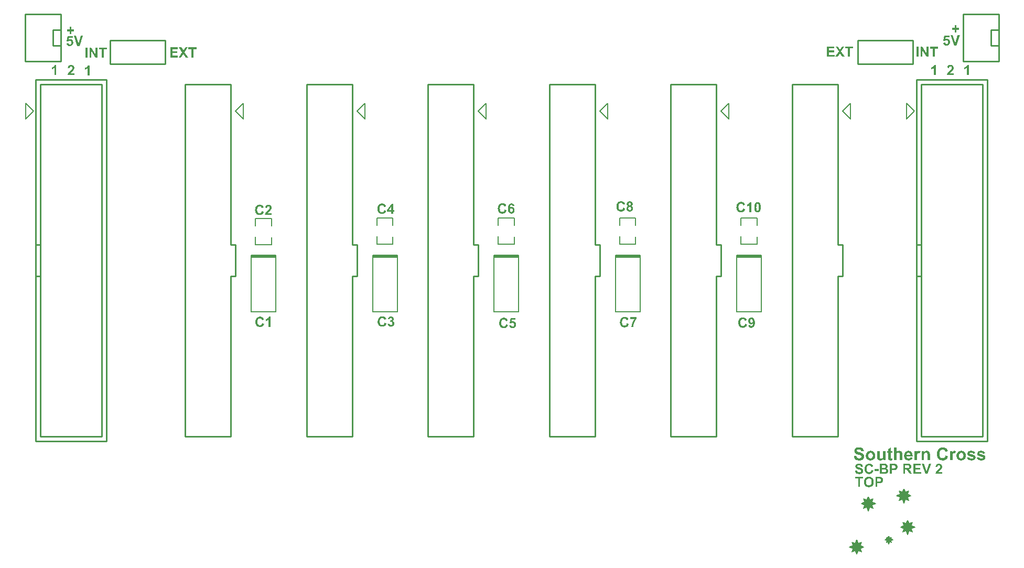
<source format=gto>
G04 Layer_Color=65535*
%FSLAX25Y25*%
%MOIN*%
G70*
G01*
G75*
%ADD26C,0.01000*%
%ADD29C,0.00787*%
%ADD30C,0.00500*%
%ADD31C,0.00800*%
%ADD32R,0.02000X0.01000*%
%ADD33R,0.01000X0.01000*%
%ADD34R,0.01000X0.01500*%
%ADD35R,0.05000X0.05000*%
G36*
X622934Y428330D02*
X625135Y425000D01*
X623581D01*
X622166Y427165D01*
X620741Y425000D01*
X619187D01*
X621398Y428330D01*
X619391Y431401D01*
X620899D01*
X622166Y429486D01*
X623433Y431401D01*
X624941D01*
X622934Y428330D01*
D02*
G37*
G36*
X630436Y430319D02*
X628548D01*
Y425000D01*
X627253D01*
Y430319D01*
X625357D01*
Y431401D01*
X630436D01*
Y430319D01*
D02*
G37*
G36*
X201202Y429827D02*
X197752D01*
Y428411D01*
X200961D01*
Y427329D01*
X197752D01*
Y425590D01*
X201322D01*
Y424508D01*
X196457D01*
Y430909D01*
X201202D01*
Y429827D01*
D02*
G37*
G36*
X205512Y427838D02*
X207714Y424508D01*
X206160D01*
X204745Y426672D01*
X203320Y424508D01*
X201766D01*
X203977Y427838D01*
X201970Y430909D01*
X203477D01*
X204745Y428994D01*
X206012Y430909D01*
X207520D01*
X205512Y427838D01*
D02*
G37*
G36*
X213014Y429827D02*
X211127D01*
Y424508D01*
X209832D01*
Y429827D01*
X207936D01*
Y430909D01*
X213014D01*
Y429827D01*
D02*
G37*
G36*
X672161Y424902D02*
X670866D01*
Y431303D01*
X672161D01*
Y424902D01*
D02*
G37*
G36*
X150142Y424409D02*
X148847D01*
X146247Y428627D01*
Y424409D01*
X145054D01*
Y430810D01*
X146303D01*
X148948Y426500D01*
Y430810D01*
X150142D01*
Y424409D01*
D02*
G37*
G36*
X684482Y430220D02*
X682595D01*
Y424902D01*
X681300D01*
Y430220D01*
X679404D01*
Y431303D01*
X684482D01*
Y430220D01*
D02*
G37*
G36*
X618623Y430319D02*
X615173D01*
Y428903D01*
X618383D01*
Y427821D01*
X615173D01*
Y426082D01*
X618744D01*
Y425000D01*
X613878D01*
Y431401D01*
X618623D01*
Y430319D01*
D02*
G37*
G36*
X678488Y424902D02*
X677193D01*
X674594Y429120D01*
Y424902D01*
X673401D01*
Y431303D01*
X674649D01*
X677295Y426992D01*
Y431303D01*
X678488D01*
Y424902D01*
D02*
G37*
G36*
X650415Y166037D02*
X650600Y166028D01*
X650785Y166019D01*
X650961Y166000D01*
X651118Y165982D01*
X651136D01*
X651183Y165973D01*
X651247Y165954D01*
X651340Y165926D01*
X651442Y165889D01*
X651553Y165843D01*
X651673Y165788D01*
X651784Y165714D01*
X651793Y165704D01*
X651830Y165677D01*
X651886Y165630D01*
X651960Y165575D01*
X652034Y165492D01*
X652117Y165399D01*
X652200Y165297D01*
X652274Y165177D01*
X652283Y165159D01*
X652302Y165122D01*
X652339Y165048D01*
X652376Y164955D01*
X652413Y164844D01*
X652450Y164724D01*
X652468Y164576D01*
X652478Y164428D01*
Y164419D01*
Y164409D01*
Y164354D01*
X652468Y164271D01*
X652450Y164160D01*
X652413Y164030D01*
X652376Y163891D01*
X652311Y163753D01*
X652228Y163605D01*
X652219Y163586D01*
X652182Y163540D01*
X652126Y163475D01*
X652061Y163392D01*
X651969Y163309D01*
X651858Y163207D01*
X651728Y163124D01*
X651580Y163040D01*
X651590D01*
X651608Y163031D01*
X651636Y163022D01*
X651673Y163013D01*
X651784Y162966D01*
X651913Y162902D01*
X652052Y162828D01*
X652209Y162726D01*
X652348Y162606D01*
X652478Y162458D01*
X652487Y162439D01*
X652524Y162384D01*
X652579Y162300D01*
X652635Y162189D01*
X652690Y162041D01*
X652746Y161884D01*
X652783Y161699D01*
X652792Y161496D01*
Y161486D01*
Y161477D01*
Y161422D01*
X652783Y161338D01*
X652764Y161227D01*
X652746Y161098D01*
X652709Y160950D01*
X652653Y160802D01*
X652589Y160645D01*
X652579Y160626D01*
X652552Y160580D01*
X652505Y160506D01*
X652441Y160413D01*
X652367Y160302D01*
X652265Y160201D01*
X652163Y160090D01*
X652034Y159988D01*
X652015Y159979D01*
X651969Y159951D01*
X651895Y159905D01*
X651793Y159858D01*
X651664Y159803D01*
X651516Y159757D01*
X651349Y159710D01*
X651164Y159683D01*
X651127D01*
X651090Y159673D01*
X650998D01*
X650933Y159664D01*
X650757D01*
X650646Y159655D01*
X650369D01*
X650211Y159646D01*
X647436D01*
Y166047D01*
X650248D01*
X650415Y166037D01*
D02*
G37*
G36*
X123973Y413287D02*
X122743D01*
Y417922D01*
X122734Y417912D01*
X122715Y417894D01*
X122678Y417866D01*
X122623Y417820D01*
X122558Y417764D01*
X122484Y417709D01*
X122392Y417644D01*
X122290Y417570D01*
X122179Y417496D01*
X122059Y417422D01*
X121929Y417339D01*
X121790Y417265D01*
X121494Y417126D01*
X121161Y416997D01*
Y418107D01*
X121171D01*
X121180Y418116D01*
X121208Y418125D01*
X121245Y418134D01*
X121337Y418181D01*
X121467Y418236D01*
X121624Y418310D01*
X121800Y418412D01*
X121994Y418541D01*
X122197Y418689D01*
X122207Y418699D01*
X122225Y418708D01*
X122253Y418736D01*
X122290Y418773D01*
X122392Y418865D01*
X122503Y418985D01*
X122632Y419133D01*
X122762Y419318D01*
X122882Y419513D01*
X122974Y419725D01*
X123973D01*
Y413287D01*
D02*
G37*
G36*
X656353Y166037D02*
X656594D01*
X656853Y166019D01*
X657112Y166000D01*
X657223Y165991D01*
X657334Y165982D01*
X657426Y165963D01*
X657500Y165945D01*
X657510D01*
X657528Y165936D01*
X657556Y165926D01*
X657593Y165917D01*
X657695Y165871D01*
X657824Y165815D01*
X657963Y165732D01*
X658120Y165621D01*
X658268Y165482D01*
X658416Y165316D01*
Y165307D01*
X658435Y165297D01*
X658453Y165270D01*
X658472Y165233D01*
X658509Y165177D01*
X658536Y165122D01*
X658573Y165057D01*
X658610Y164983D01*
X658675Y164798D01*
X658740Y164594D01*
X658777Y164345D01*
X658795Y164076D01*
Y164067D01*
Y164049D01*
Y164021D01*
Y163975D01*
X658786Y163928D01*
Y163864D01*
X658768Y163734D01*
X658740Y163577D01*
X658703Y163401D01*
X658647Y163235D01*
X658573Y163077D01*
X658564Y163059D01*
X658536Y163013D01*
X658490Y162939D01*
X658425Y162846D01*
X658351Y162754D01*
X658250Y162643D01*
X658148Y162541D01*
X658028Y162448D01*
X658009Y162439D01*
X657972Y162411D01*
X657907Y162374D01*
X657824Y162328D01*
X657722Y162273D01*
X657611Y162226D01*
X657491Y162180D01*
X657362Y162143D01*
X657343D01*
X657315Y162134D01*
X657278D01*
X657232Y162125D01*
X657167Y162115D01*
X657103Y162106D01*
X657019D01*
X656936Y162097D01*
X656834Y162088D01*
X656723Y162078D01*
X656603Y162069D01*
X656474D01*
X656335Y162060D01*
X655188D01*
Y159646D01*
X653893D01*
Y166047D01*
X656252D01*
X656353Y166037D01*
D02*
G37*
G36*
X673549Y164964D02*
X670099D01*
Y163549D01*
X673309D01*
Y162467D01*
X670099D01*
Y160728D01*
X673669D01*
Y159646D01*
X668804D01*
Y166047D01*
X673549D01*
Y164964D01*
D02*
G37*
G36*
X665317Y166037D02*
X665418D01*
X665520Y166028D01*
X665640D01*
X665881Y166000D01*
X666131Y165973D01*
X666362Y165926D01*
X666464Y165899D01*
X666556Y165871D01*
X666565D01*
X666575Y165862D01*
X666630Y165834D01*
X666713Y165788D01*
X666824Y165732D01*
X666945Y165640D01*
X667065Y165538D01*
X667185Y165408D01*
X667296Y165251D01*
Y165242D01*
X667305Y165233D01*
X667324Y165205D01*
X667342Y165177D01*
X667389Y165085D01*
X667444Y164964D01*
X667490Y164816D01*
X667537Y164650D01*
X667574Y164456D01*
X667583Y164252D01*
Y164243D01*
Y164224D01*
Y164178D01*
X667574Y164132D01*
Y164067D01*
X667564Y164002D01*
X667527Y163836D01*
X667481Y163642D01*
X667407Y163447D01*
X667296Y163244D01*
X667231Y163151D01*
X667157Y163059D01*
X667148Y163050D01*
X667139Y163040D01*
X667111Y163013D01*
X667074Y162985D01*
X667037Y162948D01*
X666982Y162902D01*
X666917Y162855D01*
X666843Y162809D01*
X666760Y162754D01*
X666658Y162707D01*
X666556Y162661D01*
X666445Y162615D01*
X666316Y162569D01*
X666186Y162532D01*
X666047Y162495D01*
X665890Y162467D01*
X665899D01*
X665909Y162458D01*
X665964Y162421D01*
X666038Y162374D01*
X666131Y162310D01*
X666242Y162226D01*
X666353Y162143D01*
X666473Y162041D01*
X666575Y161930D01*
X666584Y161921D01*
X666630Y161875D01*
X666686Y161801D01*
X666769Y161690D01*
X666880Y161551D01*
X666935Y161459D01*
X667000Y161366D01*
X667074Y161264D01*
X667148Y161153D01*
X667231Y161024D01*
X667315Y160894D01*
X668101Y159646D01*
X666547D01*
X665622Y161033D01*
X665613Y161042D01*
X665603Y161070D01*
X665576Y161107D01*
X665539Y161153D01*
X665502Y161209D01*
X665455Y161283D01*
X665354Y161431D01*
X665233Y161597D01*
X665122Y161745D01*
X665021Y161884D01*
X664974Y161930D01*
X664937Y161977D01*
X664928Y161986D01*
X664910Y162004D01*
X664873Y162041D01*
X664826Y162088D01*
X664762Y162125D01*
X664697Y162171D01*
X664623Y162208D01*
X664549Y162245D01*
X664540D01*
X664512Y162254D01*
X664466Y162273D01*
X664392Y162282D01*
X664299Y162300D01*
X664188Y162310D01*
X664059Y162319D01*
X663642D01*
Y159646D01*
X662347D01*
Y166047D01*
X665233D01*
X665317Y166037D01*
D02*
G37*
G36*
X704092Y413386D02*
X702861D01*
Y418020D01*
X702852Y418011D01*
X702834Y417992D01*
X702797Y417965D01*
X702741Y417918D01*
X702676Y417863D01*
X702602Y417807D01*
X702510Y417743D01*
X702408Y417669D01*
X702297Y417595D01*
X702177Y417521D01*
X702047Y417437D01*
X701908Y417363D01*
X701613Y417225D01*
X701279Y417095D01*
Y418205D01*
X701289D01*
X701298Y418214D01*
X701326Y418224D01*
X701363Y418233D01*
X701455Y418279D01*
X701585Y418335D01*
X701742Y418409D01*
X701918Y418510D01*
X702112Y418640D01*
X702316Y418788D01*
X702325Y418797D01*
X702343Y418806D01*
X702371Y418834D01*
X702408Y418871D01*
X702510Y418964D01*
X702621Y419084D01*
X702750Y419232D01*
X702880Y419417D01*
X703000Y419611D01*
X703092Y419824D01*
X704092D01*
Y413386D01*
D02*
G37*
G36*
X683127D02*
X681897D01*
Y418020D01*
X681887Y418011D01*
X681869Y417992D01*
X681832Y417965D01*
X681777Y417918D01*
X681712Y417863D01*
X681638Y417807D01*
X681545Y417743D01*
X681444Y417669D01*
X681332Y417595D01*
X681212Y417521D01*
X681083Y417437D01*
X680944Y417363D01*
X680648Y417225D01*
X680315Y417095D01*
Y418205D01*
X680324D01*
X680333Y418214D01*
X680361Y418224D01*
X680398Y418233D01*
X680491Y418279D01*
X680620Y418335D01*
X680778Y418409D01*
X680953Y418510D01*
X681147Y418640D01*
X681351Y418788D01*
X681360Y418797D01*
X681379Y418806D01*
X681406Y418834D01*
X681444Y418871D01*
X681545Y418964D01*
X681656Y419084D01*
X681786Y419232D01*
X681915Y419417D01*
X682035Y419611D01*
X682128Y419824D01*
X683127D01*
Y413386D01*
D02*
G37*
G36*
X692581Y419815D02*
X692664Y419805D01*
X692757Y419796D01*
X692859Y419778D01*
X692970Y419759D01*
X693210Y419694D01*
X693450Y419602D01*
X693580Y419546D01*
X693691Y419482D01*
X693811Y419398D01*
X693913Y419306D01*
X693922Y419297D01*
X693941Y419287D01*
X693959Y419250D01*
X693996Y419213D01*
X694042Y419167D01*
X694089Y419102D01*
X694135Y419038D01*
X694191Y418954D01*
X694283Y418769D01*
X694376Y418557D01*
X694413Y418436D01*
X694431Y418307D01*
X694450Y418168D01*
X694459Y418029D01*
Y418011D01*
Y417955D01*
X694450Y417872D01*
X694440Y417770D01*
X694422Y417641D01*
X694394Y417502D01*
X694357Y417354D01*
X694302Y417206D01*
X694292Y417188D01*
X694274Y417141D01*
X694237Y417058D01*
X694181Y416956D01*
X694116Y416836D01*
X694033Y416697D01*
X693931Y416549D01*
X693811Y416392D01*
X693802Y416383D01*
X693765Y416337D01*
X693710Y416272D01*
X693626Y416179D01*
X693515Y416068D01*
X693376Y415920D01*
X693210Y415763D01*
X693007Y415569D01*
X692997Y415560D01*
X692979Y415550D01*
X692951Y415523D01*
X692914Y415486D01*
X692812Y415393D01*
X692692Y415282D01*
X692572Y415162D01*
X692451Y415042D01*
X692341Y414940D01*
X692304Y414894D01*
X692267Y414857D01*
X692257Y414847D01*
X692239Y414829D01*
X692211Y414792D01*
X692174Y414746D01*
X692091Y414644D01*
X692017Y414524D01*
X694459D01*
Y413386D01*
X690158D01*
Y413395D01*
Y413414D01*
X690167Y413451D01*
X690176Y413497D01*
X690185Y413552D01*
X690195Y413617D01*
X690232Y413784D01*
X690287Y413969D01*
X690361Y414172D01*
X690453Y414394D01*
X690574Y414607D01*
Y414616D01*
X690592Y414635D01*
X690611Y414672D01*
X690648Y414709D01*
X690685Y414773D01*
X690740Y414838D01*
X690805Y414921D01*
X690879Y415014D01*
X690962Y415125D01*
X691064Y415236D01*
X691175Y415365D01*
X691304Y415504D01*
X691443Y415643D01*
X691601Y415800D01*
X691767Y415967D01*
X691952Y416142D01*
X691961Y416152D01*
X691989Y416179D01*
X692026Y416216D01*
X692081Y416272D01*
X692156Y416327D01*
X692230Y416401D01*
X692396Y416568D01*
X692562Y416744D01*
X692729Y416919D01*
X692803Y416993D01*
X692877Y417077D01*
X692933Y417141D01*
X692970Y417197D01*
X692979Y417215D01*
X693007Y417262D01*
X693053Y417336D01*
X693099Y417437D01*
X693145Y417548D01*
X693191Y417678D01*
X693219Y417807D01*
X693228Y417946D01*
Y417955D01*
Y417965D01*
Y418011D01*
X693219Y418094D01*
X693201Y418187D01*
X693173Y418288D01*
X693136Y418390D01*
X693081Y418492D01*
X693007Y418584D01*
X692997Y418594D01*
X692970Y418621D01*
X692914Y418658D01*
X692849Y418695D01*
X692757Y418732D01*
X692655Y418769D01*
X692535Y418797D01*
X692396Y418806D01*
X692331D01*
X692257Y418797D01*
X692174Y418779D01*
X692072Y418751D01*
X691970Y418705D01*
X691869Y418649D01*
X691776Y418575D01*
X691767Y418566D01*
X691739Y418529D01*
X691702Y418473D01*
X691665Y418390D01*
X691619Y418288D01*
X691582Y418150D01*
X691545Y417992D01*
X691527Y417807D01*
X690306Y417928D01*
Y417937D01*
X690315Y417974D01*
Y418020D01*
X690333Y418094D01*
X690343Y418177D01*
X690370Y418270D01*
X690398Y418372D01*
X690426Y418492D01*
X690518Y418723D01*
X690629Y418964D01*
X690703Y419084D01*
X690787Y419195D01*
X690879Y419287D01*
X690981Y419380D01*
X690990Y419389D01*
X691009Y419398D01*
X691036Y419417D01*
X691082Y419454D01*
X691138Y419482D01*
X691212Y419519D01*
X691286Y419565D01*
X691378Y419602D01*
X691480Y419648D01*
X691591Y419685D01*
X691832Y419759D01*
X692119Y419805D01*
X692267Y419815D01*
X692424Y419824D01*
X692516D01*
X692581Y419815D01*
D02*
G37*
G36*
X145036Y413091D02*
X143806D01*
Y417725D01*
X143797Y417716D01*
X143778Y417697D01*
X143741Y417669D01*
X143686Y417623D01*
X143621Y417568D01*
X143547Y417512D01*
X143455Y417447D01*
X143353Y417373D01*
X143242Y417299D01*
X143122Y417225D01*
X142992Y417142D01*
X142853Y417068D01*
X142557Y416929D01*
X142224Y416800D01*
Y417910D01*
X142234D01*
X142243Y417919D01*
X142271Y417928D01*
X142308Y417938D01*
X142400Y417984D01*
X142530Y418039D01*
X142687Y418113D01*
X142863Y418215D01*
X143057Y418344D01*
X143260Y418493D01*
X143270Y418502D01*
X143288Y418511D01*
X143316Y418539D01*
X143353Y418576D01*
X143455Y418668D01*
X143566Y418789D01*
X143695Y418936D01*
X143825Y419122D01*
X143945Y419316D01*
X144037Y419528D01*
X145036D01*
Y413091D01*
D02*
G37*
G36*
X133526Y419716D02*
X133609Y419707D01*
X133702Y419698D01*
X133803Y419679D01*
X133914Y419661D01*
X134155Y419596D01*
X134395Y419503D01*
X134525Y419448D01*
X134636Y419383D01*
X134756Y419300D01*
X134858Y419207D01*
X134867Y419198D01*
X134886Y419189D01*
X134904Y419152D01*
X134941Y419115D01*
X134987Y419069D01*
X135034Y419004D01*
X135080Y418939D01*
X135135Y418856D01*
X135228Y418671D01*
X135320Y418458D01*
X135357Y418338D01*
X135376Y418208D01*
X135394Y418070D01*
X135404Y417931D01*
Y417912D01*
Y417857D01*
X135394Y417774D01*
X135385Y417672D01*
X135367Y417542D01*
X135339Y417404D01*
X135302Y417256D01*
X135246Y417108D01*
X135237Y417089D01*
X135219Y417043D01*
X135182Y416960D01*
X135126Y416858D01*
X135061Y416738D01*
X134978Y416599D01*
X134876Y416451D01*
X134756Y416294D01*
X134747Y416284D01*
X134710Y416238D01*
X134654Y416173D01*
X134571Y416081D01*
X134460Y415970D01*
X134321Y415822D01*
X134155Y415665D01*
X133951Y415470D01*
X133942Y415461D01*
X133924Y415452D01*
X133896Y415424D01*
X133859Y415387D01*
X133757Y415295D01*
X133637Y415184D01*
X133517Y415063D01*
X133396Y414943D01*
X133285Y414841D01*
X133248Y414795D01*
X133211Y414758D01*
X133202Y414749D01*
X133184Y414730D01*
X133156Y414693D01*
X133119Y414647D01*
X133036Y414545D01*
X132962Y414425D01*
X135404D01*
Y413287D01*
X131102D01*
Y413297D01*
Y413315D01*
X131112Y413352D01*
X131121Y413398D01*
X131130Y413454D01*
X131139Y413519D01*
X131176Y413685D01*
X131232Y413870D01*
X131306Y414074D01*
X131398Y414296D01*
X131519Y414508D01*
Y414518D01*
X131537Y414536D01*
X131556Y414573D01*
X131593Y414610D01*
X131630Y414675D01*
X131685Y414740D01*
X131750Y414823D01*
X131824Y414915D01*
X131907Y415026D01*
X132009Y415137D01*
X132120Y415267D01*
X132249Y415406D01*
X132388Y415544D01*
X132545Y415702D01*
X132712Y415868D01*
X132897Y416044D01*
X132906Y416053D01*
X132934Y416081D01*
X132971Y416118D01*
X133026Y416173D01*
X133100Y416229D01*
X133174Y416303D01*
X133341Y416469D01*
X133507Y416645D01*
X133674Y416821D01*
X133748Y416895D01*
X133822Y416978D01*
X133877Y417043D01*
X133914Y417098D01*
X133924Y417117D01*
X133951Y417163D01*
X133998Y417237D01*
X134044Y417339D01*
X134090Y417450D01*
X134136Y417579D01*
X134164Y417709D01*
X134173Y417848D01*
Y417857D01*
Y417866D01*
Y417912D01*
X134164Y417996D01*
X134146Y418088D01*
X134118Y418190D01*
X134081Y418292D01*
X134025Y418393D01*
X133951Y418486D01*
X133942Y418495D01*
X133914Y418523D01*
X133859Y418560D01*
X133794Y418597D01*
X133702Y418634D01*
X133600Y418671D01*
X133480Y418699D01*
X133341Y418708D01*
X133276D01*
X133202Y418699D01*
X133119Y418680D01*
X133017Y418652D01*
X132915Y418606D01*
X132814Y418551D01*
X132721Y418477D01*
X132712Y418467D01*
X132684Y418430D01*
X132647Y418375D01*
X132610Y418292D01*
X132564Y418190D01*
X132527Y418051D01*
X132490Y417894D01*
X132471Y417709D01*
X131250Y417829D01*
Y417838D01*
X131260Y417875D01*
Y417922D01*
X131278Y417996D01*
X131287Y418079D01*
X131315Y418171D01*
X131343Y418273D01*
X131371Y418393D01*
X131463Y418625D01*
X131574Y418865D01*
X131648Y418985D01*
X131731Y419096D01*
X131824Y419189D01*
X131926Y419281D01*
X131935Y419291D01*
X131953Y419300D01*
X131981Y419318D01*
X132027Y419355D01*
X132083Y419383D01*
X132157Y419420D01*
X132231Y419466D01*
X132323Y419503D01*
X132425Y419550D01*
X132536Y419587D01*
X132777Y419661D01*
X133063Y419707D01*
X133211Y419716D01*
X133369Y419725D01*
X133461D01*
X133526Y419716D01*
D02*
G37*
G36*
X156136Y429728D02*
X154249D01*
Y424409D01*
X152954D01*
Y429728D01*
X151057D01*
Y430810D01*
X156136D01*
Y429728D01*
D02*
G37*
G36*
X658008Y173391D02*
X658020Y173403D01*
X658043Y173426D01*
X658090Y173472D01*
X658137Y173531D01*
X658218Y173601D01*
X658300Y173671D01*
X658405Y173752D01*
X658510Y173846D01*
X658638Y173927D01*
X658778Y174009D01*
X659081Y174149D01*
X659244Y174207D01*
X659419Y174254D01*
X659606Y174277D01*
X659793Y174289D01*
X659886D01*
X659991Y174277D01*
X660119Y174265D01*
X660271Y174242D01*
X660422Y174195D01*
X660597Y174149D01*
X660760Y174079D01*
X660784Y174067D01*
X660830Y174044D01*
X660912Y173997D01*
X661005Y173939D01*
X661110Y173869D01*
X661215Y173787D01*
X661320Y173682D01*
X661413Y173577D01*
X661425Y173566D01*
X661448Y173519D01*
X661483Y173461D01*
X661530Y173379D01*
X661588Y173274D01*
X661635Y173158D01*
X661681Y173029D01*
X661716Y172889D01*
Y172878D01*
X661728Y172819D01*
X661740Y172726D01*
X661763Y172610D01*
X661775Y172446D01*
X661786Y172248D01*
X661798Y172015D01*
Y171735D01*
Y168307D01*
X660247D01*
Y171385D01*
Y171397D01*
Y171420D01*
Y171467D01*
Y171537D01*
Y171607D01*
Y171688D01*
X660236Y171875D01*
X660224Y172073D01*
X660212Y172272D01*
X660189Y172435D01*
X660166Y172493D01*
X660154Y172551D01*
Y172563D01*
X660131Y172598D01*
X660107Y172633D01*
X660084Y172691D01*
X659979Y172819D01*
X659921Y172889D01*
X659839Y172948D01*
X659828Y172959D01*
X659804Y172971D01*
X659746Y172994D01*
X659688Y173029D01*
X659606Y173053D01*
X659513Y173076D01*
X659396Y173088D01*
X659279Y173099D01*
X659209D01*
X659139Y173088D01*
X659046Y173076D01*
X658941Y173053D01*
X658825Y173018D01*
X658708Y172971D01*
X658592Y172901D01*
X658580Y172889D01*
X658545Y172866D01*
X658487Y172819D01*
X658428Y172761D01*
X658347Y172680D01*
X658277Y172586D01*
X658207Y172470D01*
X658148Y172342D01*
Y172330D01*
X658125Y172272D01*
X658102Y172190D01*
X658078Y172062D01*
X658055Y171910D01*
X658032Y171712D01*
X658020Y171490D01*
X658008Y171234D01*
Y168307D01*
X656458D01*
Y176376D01*
X658008D01*
Y173391D01*
D02*
G37*
G36*
X699448Y174277D02*
X699565Y174265D01*
X699693Y174242D01*
X699845Y174219D01*
X699996Y174184D01*
X700171Y174137D01*
X700346Y174079D01*
X700521Y174009D01*
X700707Y173927D01*
X700894Y173822D01*
X701069Y173706D01*
X701244Y173577D01*
X701407Y173426D01*
X701419Y173414D01*
X701442Y173391D01*
X701489Y173333D01*
X701535Y173274D01*
X701605Y173181D01*
X701675Y173088D01*
X701757Y172959D01*
X701838Y172831D01*
X701908Y172680D01*
X701990Y172516D01*
X702060Y172330D01*
X702130Y172143D01*
X702177Y171933D01*
X702223Y171723D01*
X702247Y171490D01*
X702258Y171245D01*
Y171234D01*
Y171187D01*
Y171117D01*
X702247Y171024D01*
X702235Y170907D01*
X702212Y170779D01*
X702188Y170627D01*
X702153Y170476D01*
X702107Y170301D01*
X702048Y170126D01*
X701978Y169939D01*
X701897Y169753D01*
X701792Y169566D01*
X701675Y169392D01*
X701547Y169217D01*
X701395Y169042D01*
X701384Y169030D01*
X701360Y169007D01*
X701314Y168960D01*
X701244Y168902D01*
X701162Y168843D01*
X701057Y168773D01*
X700941Y168692D01*
X700812Y168610D01*
X700661Y168529D01*
X700497Y168447D01*
X700323Y168377D01*
X700124Y168319D01*
X699926Y168260D01*
X699705Y168214D01*
X699483Y168191D01*
X699238Y168179D01*
X699157D01*
X699098Y168191D01*
X699028D01*
X698947Y168202D01*
X698748Y168226D01*
X698504Y168272D01*
X698247Y168330D01*
X697979Y168424D01*
X697699Y168540D01*
X697687D01*
X697664Y168552D01*
X697629Y168575D01*
X697582Y168610D01*
X697454Y168692D01*
X697291Y168808D01*
X697116Y168960D01*
X696930Y169147D01*
X696755Y169357D01*
X696591Y169601D01*
Y169613D01*
X696580Y169636D01*
X696557Y169671D01*
X696533Y169730D01*
X696510Y169800D01*
X696475Y169881D01*
X696440Y169975D01*
X696405Y170079D01*
X696370Y170196D01*
X696335Y170324D01*
X696277Y170616D01*
X696230Y170954D01*
X696218Y171315D01*
Y171327D01*
Y171350D01*
Y171397D01*
X696230Y171444D01*
Y171514D01*
X696242Y171595D01*
X696265Y171793D01*
X696312Y172015D01*
X696382Y172260D01*
X696463Y172528D01*
X696591Y172796D01*
Y172808D01*
X696615Y172831D01*
X696626Y172866D01*
X696661Y172913D01*
X696755Y173041D01*
X696871Y173204D01*
X697023Y173379D01*
X697209Y173566D01*
X697419Y173741D01*
X697664Y173904D01*
X697676D01*
X697699Y173916D01*
X697734Y173939D01*
X697792Y173962D01*
X697851Y173997D01*
X697932Y174021D01*
X698026Y174056D01*
X698119Y174102D01*
X698352Y174172D01*
X698620Y174230D01*
X698912Y174277D01*
X699227Y174289D01*
X699355D01*
X699448Y174277D01*
D02*
G37*
G36*
X651129Y168307D02*
X649695D01*
Y169182D01*
X649683Y169158D01*
X649637Y169100D01*
X649567Y169018D01*
X649462Y168913D01*
X649345Y168785D01*
X649193Y168669D01*
X649030Y168540D01*
X648844Y168435D01*
X648820Y168424D01*
X648750Y168400D01*
X648645Y168354D01*
X648506Y168307D01*
X648342Y168260D01*
X648156Y168214D01*
X647958Y168191D01*
X647748Y168179D01*
X647643D01*
X647538Y168191D01*
X647398Y168214D01*
X647223Y168237D01*
X647048Y168284D01*
X646862Y168354D01*
X646687Y168435D01*
X646663Y168447D01*
X646617Y168482D01*
X646523Y168540D01*
X646430Y168622D01*
X646313Y168727D01*
X646209Y168843D01*
X646104Y168995D01*
X646010Y169158D01*
X645999Y169182D01*
X645975Y169240D01*
X645940Y169345D01*
X645905Y169496D01*
X645870Y169683D01*
X645835Y169904D01*
X645812Y170161D01*
X645800Y170452D01*
Y174160D01*
X647351D01*
Y171467D01*
Y171455D01*
Y171409D01*
Y171350D01*
Y171269D01*
Y171176D01*
Y171071D01*
X647363Y170826D01*
X647375Y170557D01*
X647386Y170313D01*
X647398Y170208D01*
X647410Y170103D01*
X647421Y170021D01*
X647433Y169963D01*
Y169951D01*
X647444Y169916D01*
X647468Y169869D01*
X647503Y169800D01*
X647538Y169730D01*
X647596Y169660D01*
X647654Y169590D01*
X647736Y169520D01*
X647748Y169508D01*
X647783Y169496D01*
X647829Y169473D01*
X647899Y169450D01*
X647981Y169415D01*
X648086Y169392D01*
X648191Y169380D01*
X648319Y169368D01*
X648389D01*
X648459Y169380D01*
X648552Y169392D01*
X648669Y169415D01*
X648785Y169461D01*
X648914Y169508D01*
X649030Y169578D01*
X649042Y169590D01*
X649077Y169613D01*
X649135Y169660D01*
X649205Y169730D01*
X649275Y169811D01*
X649345Y169893D01*
X649415Y169998D01*
X649462Y170114D01*
Y170126D01*
X649485Y170184D01*
Y170231D01*
X649497Y170289D01*
X649508Y170348D01*
X649520Y170429D01*
X649532Y170534D01*
X649543Y170639D01*
X649555Y170767D01*
Y170919D01*
X649567Y171082D01*
X649578Y171269D01*
Y171467D01*
Y171688D01*
Y174160D01*
X651129D01*
Y168307D01*
D02*
G37*
G36*
X712157Y174277D02*
X712274Y174265D01*
X712402Y174254D01*
X712542Y174242D01*
X712834Y174195D01*
X713125Y174125D01*
X713405Y174021D01*
X713533Y173962D01*
X713650Y173892D01*
X713662D01*
X713673Y173869D01*
X713743Y173822D01*
X713848Y173729D01*
X713965Y173601D01*
X714105Y173449D01*
X714233Y173251D01*
X714361Y173018D01*
X714455Y172749D01*
X712997Y172481D01*
Y172493D01*
X712974Y172540D01*
X712950Y172598D01*
X712915Y172668D01*
X712869Y172761D01*
X712799Y172843D01*
X712729Y172924D01*
X712636Y172994D01*
X712624Y173006D01*
X712589Y173029D01*
X712531Y173053D01*
X712449Y173088D01*
X712344Y173123D01*
X712216Y173158D01*
X712064Y173169D01*
X711889Y173181D01*
X711784D01*
X711680Y173169D01*
X711551Y173158D01*
X711400Y173134D01*
X711260Y173111D01*
X711131Y173064D01*
X711015Y173006D01*
X711003D01*
X710991Y172983D01*
X710933Y172924D01*
X710863Y172819D01*
X710852Y172761D01*
X710840Y172691D01*
Y172680D01*
Y172668D01*
X710863Y172598D01*
X710910Y172505D01*
X710945Y172458D01*
X710991Y172411D01*
X711003Y172400D01*
X711050Y172388D01*
X711073Y172365D01*
X711120Y172353D01*
X711178Y172330D01*
X711248Y172295D01*
X711341Y172272D01*
X711435Y172237D01*
X711551Y172202D01*
X711691Y172167D01*
X711843Y172120D01*
X712018Y172073D01*
X712216Y172027D01*
X712437Y171968D01*
X712449D01*
X712496Y171957D01*
X712554Y171945D01*
X712636Y171922D01*
X712741Y171887D01*
X712857Y171863D01*
X713114Y171782D01*
X713405Y171677D01*
X713685Y171560D01*
X713825Y171490D01*
X713953Y171432D01*
X714058Y171350D01*
X714163Y171280D01*
X714186Y171257D01*
X714245Y171210D01*
X714315Y171117D01*
X714408Y170989D01*
X714501Y170826D01*
X714571Y170627D01*
X714630Y170394D01*
X714653Y170138D01*
Y170126D01*
Y170103D01*
Y170056D01*
X714641Y169998D01*
X714630Y169939D01*
X714618Y169858D01*
X714571Y169660D01*
X714490Y169450D01*
X714431Y169333D01*
X714373Y169217D01*
X714291Y169100D01*
X714198Y168983D01*
X714093Y168867D01*
X713976Y168750D01*
X713965Y168738D01*
X713941Y168727D01*
X713906Y168703D01*
X713848Y168657D01*
X713778Y168622D01*
X713697Y168575D01*
X713592Y168517D01*
X713475Y168470D01*
X713347Y168412D01*
X713195Y168365D01*
X713032Y168307D01*
X712857Y168272D01*
X712659Y168237D01*
X712449Y168202D01*
X712227Y168191D01*
X711994Y168179D01*
X711878D01*
X711796Y168191D01*
X711691D01*
X711575Y168202D01*
X711446Y168214D01*
X711306Y168237D01*
X711003Y168295D01*
X710688Y168377D01*
X710374Y168494D01*
X710234Y168575D01*
X710094Y168657D01*
X710082Y168669D01*
X710059Y168680D01*
X710024Y168703D01*
X709989Y168750D01*
X709861Y168855D01*
X709721Y169007D01*
X709569Y169193D01*
X709429Y169415D01*
X709301Y169683D01*
X709196Y169975D01*
X710747Y170208D01*
Y170184D01*
X710770Y170138D01*
X710793Y170056D01*
X710828Y169951D01*
X710887Y169834D01*
X710957Y169730D01*
X711038Y169613D01*
X711143Y169520D01*
X711155Y169508D01*
X711201Y169485D01*
X711271Y169450D01*
X711365Y169415D01*
X711481Y169368D01*
X711633Y169333D01*
X711796Y169310D01*
X711994Y169298D01*
X712088D01*
X712204Y169310D01*
X712332Y169322D01*
X712472Y169345D01*
X712624Y169392D01*
X712764Y169438D01*
X712892Y169508D01*
X712904Y169520D01*
X712927Y169543D01*
X712962Y169578D01*
X712997Y169625D01*
X713032Y169683D01*
X713067Y169753D01*
X713090Y169834D01*
X713102Y169928D01*
Y169939D01*
Y169963D01*
X713090Y170033D01*
X713055Y170126D01*
X712985Y170219D01*
X712962Y170243D01*
X712927Y170254D01*
X712881Y170289D01*
X712811Y170313D01*
X712717Y170348D01*
X712612Y170383D01*
X712472Y170418D01*
X712449D01*
X712391Y170441D01*
X712297Y170464D01*
X712169Y170487D01*
X712018Y170522D01*
X711854Y170569D01*
X711668Y170616D01*
X711470Y170674D01*
X711061Y170791D01*
X710863Y170849D01*
X710677Y170919D01*
X710502Y170977D01*
X710339Y171047D01*
X710199Y171117D01*
X710094Y171176D01*
X710082Y171187D01*
X710059Y171199D01*
X710035Y171222D01*
X709989Y171269D01*
X709872Y171374D01*
X709756Y171525D01*
X709627Y171712D01*
X709511Y171933D01*
X709464Y172062D01*
X709441Y172202D01*
X709417Y172342D01*
X709406Y172493D01*
Y172505D01*
Y172528D01*
Y172563D01*
X709417Y172621D01*
X709429Y172680D01*
X709441Y172761D01*
X709476Y172936D01*
X709546Y173134D01*
X709662Y173344D01*
X709721Y173461D01*
X709802Y173566D01*
X709896Y173671D01*
X710000Y173764D01*
X710012Y173776D01*
X710024Y173787D01*
X710059Y173811D01*
X710117Y173846D01*
X710175Y173881D01*
X710257Y173927D01*
X710350Y173974D01*
X710455Y174032D01*
X710583Y174079D01*
X710723Y174125D01*
X710875Y174172D01*
X711038Y174207D01*
X711225Y174242D01*
X711423Y174265D01*
X711633Y174289D01*
X712064D01*
X712157Y174277D01*
D02*
G37*
G36*
X705885D02*
X706001Y174265D01*
X706129Y174254D01*
X706269Y174242D01*
X706561Y174195D01*
X706852Y174125D01*
X707132Y174021D01*
X707260Y173962D01*
X707377Y173892D01*
X707389D01*
X707400Y173869D01*
X707470Y173822D01*
X707575Y173729D01*
X707692Y173601D01*
X707832Y173449D01*
X707960Y173251D01*
X708088Y173018D01*
X708181Y172749D01*
X706724Y172481D01*
Y172493D01*
X706701Y172540D01*
X706677Y172598D01*
X706642Y172668D01*
X706596Y172761D01*
X706526Y172843D01*
X706456Y172924D01*
X706362Y172994D01*
X706351Y173006D01*
X706316Y173029D01*
X706258Y173053D01*
X706176Y173088D01*
X706071Y173123D01*
X705943Y173158D01*
X705791Y173169D01*
X705616Y173181D01*
X705511D01*
X705406Y173169D01*
X705278Y173158D01*
X705127Y173134D01*
X704987Y173111D01*
X704858Y173064D01*
X704742Y173006D01*
X704730D01*
X704718Y172983D01*
X704660Y172924D01*
X704590Y172819D01*
X704578Y172761D01*
X704567Y172691D01*
Y172680D01*
Y172668D01*
X704590Y172598D01*
X704637Y172505D01*
X704672Y172458D01*
X704718Y172411D01*
X704730Y172400D01*
X704777Y172388D01*
X704800Y172365D01*
X704847Y172353D01*
X704905Y172330D01*
X704975Y172295D01*
X705068Y172272D01*
X705162Y172237D01*
X705278Y172202D01*
X705418Y172167D01*
X705570Y172120D01*
X705745Y172073D01*
X705943Y172027D01*
X706164Y171968D01*
X706176D01*
X706223Y171957D01*
X706281Y171945D01*
X706362Y171922D01*
X706467Y171887D01*
X706584Y171863D01*
X706841Y171782D01*
X707132Y171677D01*
X707412Y171560D01*
X707552Y171490D01*
X707680Y171432D01*
X707785Y171350D01*
X707890Y171280D01*
X707913Y171257D01*
X707972Y171210D01*
X708042Y171117D01*
X708135Y170989D01*
X708228Y170826D01*
X708298Y170627D01*
X708356Y170394D01*
X708380Y170138D01*
Y170126D01*
Y170103D01*
Y170056D01*
X708368Y169998D01*
X708356Y169939D01*
X708345Y169858D01*
X708298Y169660D01*
X708216Y169450D01*
X708158Y169333D01*
X708100Y169217D01*
X708018Y169100D01*
X707925Y168983D01*
X707820Y168867D01*
X707703Y168750D01*
X707692Y168738D01*
X707668Y168727D01*
X707633Y168703D01*
X707575Y168657D01*
X707505Y168622D01*
X707424Y168575D01*
X707319Y168517D01*
X707202Y168470D01*
X707074Y168412D01*
X706922Y168365D01*
X706759Y168307D01*
X706584Y168272D01*
X706386Y168237D01*
X706176Y168202D01*
X705954Y168191D01*
X705721Y168179D01*
X705605D01*
X705523Y168191D01*
X705418D01*
X705302Y168202D01*
X705173Y168214D01*
X705033Y168237D01*
X704730Y168295D01*
X704415Y168377D01*
X704101Y168494D01*
X703961Y168575D01*
X703821Y168657D01*
X703809Y168669D01*
X703786Y168680D01*
X703751Y168703D01*
X703716Y168750D01*
X703587Y168855D01*
X703447Y169007D01*
X703296Y169193D01*
X703156Y169415D01*
X703028Y169683D01*
X702923Y169975D01*
X704474Y170208D01*
Y170184D01*
X704497Y170138D01*
X704520Y170056D01*
X704555Y169951D01*
X704613Y169834D01*
X704683Y169730D01*
X704765Y169613D01*
X704870Y169520D01*
X704882Y169508D01*
X704928Y169485D01*
X704998Y169450D01*
X705092Y169415D01*
X705208Y169368D01*
X705360Y169333D01*
X705523Y169310D01*
X705721Y169298D01*
X705815D01*
X705931Y169310D01*
X706059Y169322D01*
X706199Y169345D01*
X706351Y169392D01*
X706491Y169438D01*
X706619Y169508D01*
X706631Y169520D01*
X706654Y169543D01*
X706689Y169578D01*
X706724Y169625D01*
X706759Y169683D01*
X706794Y169753D01*
X706817Y169834D01*
X706829Y169928D01*
Y169939D01*
Y169963D01*
X706817Y170033D01*
X706782Y170126D01*
X706712Y170219D01*
X706689Y170243D01*
X706654Y170254D01*
X706607Y170289D01*
X706537Y170313D01*
X706444Y170348D01*
X706339Y170383D01*
X706199Y170418D01*
X706176D01*
X706118Y170441D01*
X706024Y170464D01*
X705896Y170487D01*
X705745Y170522D01*
X705581Y170569D01*
X705395Y170616D01*
X705197Y170674D01*
X704788Y170791D01*
X704590Y170849D01*
X704404Y170919D01*
X704229Y170977D01*
X704066Y171047D01*
X703926Y171117D01*
X703821Y171176D01*
X703809Y171187D01*
X703786Y171199D01*
X703762Y171222D01*
X703716Y171269D01*
X703599Y171374D01*
X703482Y171525D01*
X703354Y171712D01*
X703238Y171933D01*
X703191Y172062D01*
X703168Y172202D01*
X703144Y172342D01*
X703133Y172493D01*
Y172505D01*
Y172528D01*
Y172563D01*
X703144Y172621D01*
X703156Y172680D01*
X703168Y172761D01*
X703203Y172936D01*
X703273Y173134D01*
X703389Y173344D01*
X703447Y173461D01*
X703529Y173566D01*
X703622Y173671D01*
X703727Y173764D01*
X703739Y173776D01*
X703751Y173787D01*
X703786Y173811D01*
X703844Y173846D01*
X703902Y173881D01*
X703984Y173927D01*
X704077Y173974D01*
X704182Y174032D01*
X704310Y174079D01*
X704450Y174125D01*
X704602Y174172D01*
X704765Y174207D01*
X704952Y174242D01*
X705150Y174265D01*
X705360Y174289D01*
X705791D01*
X705885Y174277D01*
D02*
G37*
G36*
X133464Y442310D02*
X135138D01*
Y441163D01*
X133464D01*
Y439508D01*
X132344D01*
Y441163D01*
X130661D01*
Y442310D01*
X132344D01*
Y443966D01*
X133464D01*
Y442310D01*
D02*
G37*
G36*
X696259Y443295D02*
X697933D01*
Y442148D01*
X696259D01*
Y440492D01*
X695140D01*
Y442148D01*
X693456D01*
Y443295D01*
X695140D01*
Y444950D01*
X696259D01*
Y443295D01*
D02*
G37*
G36*
X641813Y174277D02*
X641929Y174265D01*
X642058Y174242D01*
X642209Y174219D01*
X642361Y174184D01*
X642536Y174137D01*
X642711Y174079D01*
X642885Y174009D01*
X643072Y173927D01*
X643259Y173822D01*
X643434Y173706D01*
X643608Y173577D01*
X643772Y173426D01*
X643783Y173414D01*
X643807Y173391D01*
X643853Y173333D01*
X643900Y173274D01*
X643970Y173181D01*
X644040Y173088D01*
X644121Y172959D01*
X644203Y172831D01*
X644273Y172680D01*
X644355Y172516D01*
X644425Y172330D01*
X644495Y172143D01*
X644541Y171933D01*
X644588Y171723D01*
X644611Y171490D01*
X644623Y171245D01*
Y171234D01*
Y171187D01*
Y171117D01*
X644611Y171024D01*
X644599Y170907D01*
X644576Y170779D01*
X644553Y170627D01*
X644518Y170476D01*
X644471Y170301D01*
X644413Y170126D01*
X644343Y169939D01*
X644261Y169753D01*
X644156Y169566D01*
X644040Y169392D01*
X643912Y169217D01*
X643760Y169042D01*
X643748Y169030D01*
X643725Y169007D01*
X643678Y168960D01*
X643608Y168902D01*
X643527Y168843D01*
X643422Y168773D01*
X643305Y168692D01*
X643177Y168610D01*
X643025Y168529D01*
X642862Y168447D01*
X642687Y168377D01*
X642489Y168319D01*
X642291Y168260D01*
X642069Y168214D01*
X641848Y168191D01*
X641603Y168179D01*
X641521D01*
X641463Y168191D01*
X641393D01*
X641311Y168202D01*
X641113Y168226D01*
X640868Y168272D01*
X640612Y168330D01*
X640344Y168424D01*
X640064Y168540D01*
X640052D01*
X640029Y168552D01*
X639994Y168575D01*
X639947Y168610D01*
X639819Y168692D01*
X639656Y168808D01*
X639481Y168960D01*
X639294Y169147D01*
X639119Y169357D01*
X638956Y169601D01*
Y169613D01*
X638944Y169636D01*
X638921Y169671D01*
X638898Y169730D01*
X638874Y169800D01*
X638839Y169881D01*
X638804Y169975D01*
X638769Y170079D01*
X638734Y170196D01*
X638699Y170324D01*
X638641Y170616D01*
X638595Y170954D01*
X638583Y171315D01*
Y171327D01*
Y171350D01*
Y171397D01*
X638595Y171444D01*
Y171514D01*
X638606Y171595D01*
X638630Y171793D01*
X638676Y172015D01*
X638746Y172260D01*
X638828Y172528D01*
X638956Y172796D01*
Y172808D01*
X638979Y172831D01*
X638991Y172866D01*
X639026Y172913D01*
X639119Y173041D01*
X639236Y173204D01*
X639388Y173379D01*
X639574Y173566D01*
X639784Y173741D01*
X640029Y173904D01*
X640040D01*
X640064Y173916D01*
X640099Y173939D01*
X640157Y173962D01*
X640215Y173997D01*
X640297Y174021D01*
X640390Y174056D01*
X640484Y174102D01*
X640717Y174172D01*
X640985Y174230D01*
X641276Y174277D01*
X641591Y174289D01*
X641719D01*
X641813Y174277D01*
D02*
G37*
G36*
X665809D02*
X665914Y174265D01*
X666042Y174242D01*
X666182Y174219D01*
X666334Y174184D01*
X666497Y174137D01*
X666660Y174079D01*
X666835Y174009D01*
X667010Y173916D01*
X667173Y173822D01*
X667337Y173706D01*
X667500Y173566D01*
X667640Y173414D01*
X667651Y173403D01*
X667675Y173379D01*
X667710Y173321D01*
X667756Y173251D01*
X667815Y173158D01*
X667873Y173053D01*
X667943Y172913D01*
X668013Y172761D01*
X668083Y172586D01*
X668153Y172388D01*
X668211Y172178D01*
X668269Y171933D01*
X668316Y171677D01*
X668351Y171397D01*
X668374Y171106D01*
Y170779D01*
X664503D01*
Y170767D01*
Y170744D01*
Y170709D01*
X664515Y170662D01*
X664526Y170546D01*
X664550Y170383D01*
X664596Y170219D01*
X664666Y170033D01*
X664748Y169858D01*
X664865Y169706D01*
X664876Y169695D01*
X664934Y169648D01*
X665004Y169590D01*
X665109Y169520D01*
X665238Y169450D01*
X665401Y169392D01*
X665576Y169345D01*
X665762Y169333D01*
X665821D01*
X665891Y169345D01*
X665972Y169357D01*
X666066Y169380D01*
X666171Y169415D01*
X666275Y169461D01*
X666369Y169531D01*
X666380Y169543D01*
X666415Y169566D01*
X666462Y169613D01*
X666509Y169683D01*
X666579Y169776D01*
X666637Y169881D01*
X666695Y170021D01*
X666753Y170173D01*
X668293Y169916D01*
Y169904D01*
X668281Y169881D01*
X668258Y169834D01*
X668234Y169776D01*
X668199Y169706D01*
X668164Y169625D01*
X668059Y169438D01*
X667931Y169228D01*
X667768Y169007D01*
X667570Y168808D01*
X667348Y168622D01*
X667337D01*
X667325Y168599D01*
X667278Y168587D01*
X667232Y168552D01*
X667173Y168517D01*
X667092Y168482D01*
X667010Y168447D01*
X666905Y168400D01*
X666672Y168319D01*
X666404Y168249D01*
X666089Y168202D01*
X665751Y168179D01*
X665681D01*
X665611Y168191D01*
X665506D01*
X665378Y168214D01*
X665226Y168237D01*
X665063Y168260D01*
X664900Y168307D01*
X664713Y168354D01*
X664526Y168424D01*
X664340Y168505D01*
X664153Y168599D01*
X663967Y168715D01*
X663792Y168843D01*
X663640Y168995D01*
X663489Y169170D01*
X663477Y169182D01*
X663465Y169205D01*
X663442Y169252D01*
X663395Y169310D01*
X663360Y169392D01*
X663314Y169485D01*
X663256Y169590D01*
X663209Y169718D01*
X663151Y169858D01*
X663104Y170009D01*
X663046Y170173D01*
X663011Y170359D01*
X662976Y170546D01*
X662941Y170744D01*
X662929Y170966D01*
X662917Y171187D01*
Y171199D01*
Y171245D01*
Y171327D01*
X662929Y171432D01*
X662941Y171549D01*
X662952Y171688D01*
X662976Y171840D01*
X663011Y172015D01*
X663104Y172376D01*
X663162Y172563D01*
X663232Y172761D01*
X663326Y172948D01*
X663430Y173123D01*
X663547Y173298D01*
X663675Y173461D01*
X663687Y173472D01*
X663710Y173496D01*
X663757Y173542D01*
X663815Y173589D01*
X663885Y173647D01*
X663978Y173717D01*
X664083Y173799D01*
X664200Y173881D01*
X664328Y173951D01*
X664480Y174032D01*
X664631Y174102D01*
X664806Y174160D01*
X664981Y174207D01*
X665179Y174254D01*
X665378Y174277D01*
X665588Y174289D01*
X665716D01*
X665809Y174277D01*
D02*
G37*
G36*
X654347Y174160D02*
X655408D01*
Y172924D01*
X654347D01*
Y170557D01*
Y170546D01*
Y170522D01*
Y170487D01*
Y170441D01*
Y170324D01*
Y170184D01*
X654359Y170044D01*
Y169904D01*
Y169800D01*
X654371Y169753D01*
Y169730D01*
X654382Y169706D01*
X654406Y169660D01*
X654440Y169601D01*
X654510Y169531D01*
X654534Y169520D01*
X654580Y169496D01*
X654662Y169473D01*
X654767Y169461D01*
X654814D01*
X654860Y169473D01*
X654930Y169485D01*
X655023Y169496D01*
X655128Y169520D01*
X655257Y169555D01*
X655397Y169601D01*
X655537Y168400D01*
X655525D01*
X655513Y168389D01*
X655443Y168365D01*
X655327Y168330D01*
X655175Y168295D01*
X655000Y168249D01*
X654790Y168214D01*
X654557Y168191D01*
X654312Y168179D01*
X654242D01*
X654161Y168191D01*
X654056Y168202D01*
X653939Y168214D01*
X653811Y168237D01*
X653683Y168272D01*
X653554Y168319D01*
X653543Y168330D01*
X653496Y168342D01*
X653438Y168377D01*
X653368Y168412D01*
X653205Y168529D01*
X653123Y168599D01*
X653053Y168680D01*
X653041Y168692D01*
X653030Y168727D01*
X653006Y168773D01*
X652971Y168843D01*
X652936Y168925D01*
X652901Y169030D01*
X652866Y169147D01*
X652843Y169275D01*
Y169287D01*
X652832Y169333D01*
Y169403D01*
X652820Y169520D01*
X652808Y169671D01*
Y169858D01*
X652797Y169963D01*
Y170091D01*
Y170219D01*
Y170371D01*
Y172924D01*
X652085D01*
Y174160D01*
X652797D01*
Y175326D01*
X654347Y176236D01*
Y174160D01*
D02*
G37*
G36*
X696065Y432185D02*
X694668D01*
X692374Y438586D01*
X693771D01*
X695399Y433850D01*
X696962Y438586D01*
X698340D01*
X696065Y432185D01*
D02*
G37*
G36*
X691819Y437356D02*
X689497D01*
X689303Y436264D01*
X689312D01*
X689322Y436273D01*
X689377Y436301D01*
X689460Y436329D01*
X689562Y436375D01*
X689691Y436412D01*
X689830Y436440D01*
X689988Y436468D01*
X690145Y436477D01*
X690228D01*
X690283Y436468D01*
X690348Y436458D01*
X690431Y436449D01*
X690524Y436431D01*
X690626Y436403D01*
X690838Y436329D01*
X690959Y436283D01*
X691070Y436227D01*
X691190Y436153D01*
X691310Y436070D01*
X691421Y435978D01*
X691532Y435876D01*
X691541Y435866D01*
X691560Y435848D01*
X691588Y435811D01*
X691625Y435765D01*
X691662Y435709D01*
X691717Y435635D01*
X691763Y435552D01*
X691819Y435460D01*
X691875Y435358D01*
X691921Y435238D01*
X691976Y435108D01*
X692013Y434978D01*
X692050Y434831D01*
X692078Y434673D01*
X692097Y434507D01*
X692106Y434331D01*
Y434322D01*
Y434294D01*
Y434257D01*
X692097Y434201D01*
Y434128D01*
X692078Y434044D01*
X692069Y433952D01*
X692050Y433859D01*
X691995Y433637D01*
X691912Y433397D01*
X691856Y433267D01*
X691800Y433147D01*
X691726Y433027D01*
X691643Y432906D01*
X691634Y432897D01*
X691615Y432869D01*
X691578Y432832D01*
X691532Y432777D01*
X691468Y432712D01*
X691384Y432638D01*
X691292Y432564D01*
X691190Y432490D01*
X691070Y432407D01*
X690940Y432333D01*
X690801Y432259D01*
X690644Y432194D01*
X690478Y432139D01*
X690302Y432102D01*
X690108Y432074D01*
X689904Y432065D01*
X689821D01*
X689756Y432074D01*
X689682Y432083D01*
X689590Y432093D01*
X689497Y432102D01*
X689386Y432120D01*
X689164Y432176D01*
X688914Y432268D01*
X688794Y432314D01*
X688674Y432379D01*
X688563Y432453D01*
X688452Y432537D01*
X688443Y432546D01*
X688424Y432555D01*
X688397Y432583D01*
X688359Y432620D01*
X688322Y432675D01*
X688267Y432731D01*
X688221Y432795D01*
X688165Y432869D01*
X688100Y432962D01*
X688045Y433054D01*
X687943Y433277D01*
X687851Y433526D01*
X687823Y433665D01*
X687795Y433813D01*
X689016Y433943D01*
Y433924D01*
X689025Y433878D01*
X689044Y433794D01*
X689072Y433702D01*
X689109Y433600D01*
X689164Y433489D01*
X689238Y433388D01*
X689322Y433286D01*
X689331Y433277D01*
X689368Y433249D01*
X689423Y433212D01*
X689497Y433166D01*
X689580Y433119D01*
X689682Y433082D01*
X689803Y433054D01*
X689923Y433045D01*
X689941D01*
X689988Y433054D01*
X690062Y433064D01*
X690154Y433082D01*
X690256Y433119D01*
X690367Y433175D01*
X690478Y433258D01*
X690580Y433360D01*
X690589Y433378D01*
X690626Y433415D01*
X690663Y433489D01*
X690718Y433600D01*
X690765Y433730D01*
X690811Y433887D01*
X690838Y434081D01*
X690848Y434303D01*
Y434312D01*
Y434331D01*
Y434359D01*
Y434405D01*
X690838Y434507D01*
X690811Y434636D01*
X690783Y434784D01*
X690737Y434932D01*
X690672Y435071D01*
X690580Y435191D01*
X690570Y435201D01*
X690533Y435238D01*
X690469Y435284D01*
X690394Y435349D01*
X690293Y435404D01*
X690172Y435450D01*
X690034Y435487D01*
X689886Y435497D01*
X689830D01*
X689793Y435487D01*
X689701Y435469D01*
X689571Y435441D01*
X689423Y435386D01*
X689266Y435302D01*
X689183Y435247D01*
X689100Y435182D01*
X689016Y435108D01*
X688933Y435025D01*
X687943Y435163D01*
X688572Y438503D01*
X691819D01*
Y437356D01*
D02*
G37*
G36*
X134437Y437060D02*
X132115D01*
X131921Y435969D01*
X131930D01*
X131940Y435978D01*
X131995Y436006D01*
X132078Y436034D01*
X132180Y436080D01*
X132310Y436117D01*
X132448Y436145D01*
X132606Y436172D01*
X132763Y436182D01*
X132846D01*
X132902Y436172D01*
X132966Y436163D01*
X133050Y436154D01*
X133142Y436135D01*
X133244Y436108D01*
X133457Y436034D01*
X133577Y435988D01*
X133688Y435932D01*
X133808Y435858D01*
X133928Y435775D01*
X134039Y435682D01*
X134150Y435580D01*
X134160Y435571D01*
X134178Y435553D01*
X134206Y435516D01*
X134243Y435469D01*
X134280Y435414D01*
X134335Y435340D01*
X134382Y435257D01*
X134437Y435164D01*
X134493Y435063D01*
X134539Y434942D01*
X134594Y434813D01*
X134631Y434683D01*
X134668Y434535D01*
X134696Y434378D01*
X134715Y434211D01*
X134724Y434036D01*
Y434026D01*
Y433999D01*
Y433962D01*
X134715Y433906D01*
Y433832D01*
X134696Y433749D01*
X134687Y433657D01*
X134668Y433564D01*
X134613Y433342D01*
X134530Y433102D01*
X134474Y432972D01*
X134419Y432852D01*
X134345Y432731D01*
X134261Y432611D01*
X134252Y432602D01*
X134234Y432574D01*
X134197Y432537D01*
X134150Y432482D01*
X134086Y432417D01*
X134002Y432343D01*
X133910Y432269D01*
X133808Y432195D01*
X133688Y432112D01*
X133558Y432038D01*
X133420Y431964D01*
X133262Y431899D01*
X133096Y431844D01*
X132920Y431807D01*
X132726Y431779D01*
X132522Y431770D01*
X132439D01*
X132374Y431779D01*
X132300Y431788D01*
X132208Y431797D01*
X132115Y431807D01*
X132004Y431825D01*
X131782Y431881D01*
X131533Y431973D01*
X131412Y432019D01*
X131292Y432084D01*
X131181Y432158D01*
X131070Y432241D01*
X131061Y432250D01*
X131042Y432260D01*
X131015Y432288D01*
X130978Y432325D01*
X130941Y432380D01*
X130885Y432436D01*
X130839Y432500D01*
X130783Y432574D01*
X130719Y432667D01*
X130663Y432759D01*
X130561Y432981D01*
X130469Y433231D01*
X130441Y433370D01*
X130413Y433518D01*
X131634Y433647D01*
Y433629D01*
X131644Y433582D01*
X131662Y433499D01*
X131690Y433407D01*
X131727Y433305D01*
X131782Y433194D01*
X131856Y433092D01*
X131940Y432991D01*
X131949Y432981D01*
X131986Y432954D01*
X132041Y432916D01*
X132115Y432870D01*
X132199Y432824D01*
X132300Y432787D01*
X132421Y432759D01*
X132541Y432750D01*
X132559D01*
X132606Y432759D01*
X132680Y432768D01*
X132772Y432787D01*
X132874Y432824D01*
X132985Y432879D01*
X133096Y432963D01*
X133198Y433065D01*
X133207Y433083D01*
X133244Y433120D01*
X133281Y433194D01*
X133336Y433305D01*
X133383Y433434D01*
X133429Y433592D01*
X133457Y433786D01*
X133466Y434008D01*
Y434017D01*
Y434036D01*
Y434063D01*
Y434110D01*
X133457Y434211D01*
X133429Y434341D01*
X133401Y434489D01*
X133355Y434637D01*
X133290Y434776D01*
X133198Y434896D01*
X133188Y434905D01*
X133151Y434942D01*
X133087Y434988D01*
X133013Y435053D01*
X132911Y435109D01*
X132791Y435155D01*
X132652Y435192D01*
X132504Y435201D01*
X132448D01*
X132411Y435192D01*
X132319Y435174D01*
X132189Y435146D01*
X132041Y435090D01*
X131884Y435007D01*
X131801Y434951D01*
X131718Y434887D01*
X131634Y434813D01*
X131551Y434729D01*
X130561Y434868D01*
X131190Y438207D01*
X134437D01*
Y437060D01*
D02*
G37*
G36*
X143815Y424409D02*
X142520D01*
Y430810D01*
X143815D01*
Y424409D01*
D02*
G37*
G36*
X138683Y431890D02*
X137286D01*
X134992Y438291D01*
X136389D01*
X138017Y433555D01*
X139580Y438291D01*
X140958D01*
X138683Y431890D01*
D02*
G37*
G36*
X672525Y174277D02*
X672653Y174254D01*
X672817Y174219D01*
X672992Y174160D01*
X673167Y174091D01*
X673353Y173986D01*
X672863Y172645D01*
X672852Y172656D01*
X672793Y172680D01*
X672723Y172726D01*
X672630Y172773D01*
X672513Y172819D01*
X672397Y172866D01*
X672269Y172889D01*
X672140Y172901D01*
X672094D01*
X672024Y172889D01*
X671954Y172878D01*
X671872Y172854D01*
X671779Y172819D01*
X671686Y172773D01*
X671592Y172715D01*
X671581Y172703D01*
X671557Y172680D01*
X671511Y172633D01*
X671464Y172563D01*
X671406Y172481D01*
X671348Y172365D01*
X671289Y172225D01*
X671243Y172062D01*
Y172038D01*
X671231Y172003D01*
X671219Y171968D01*
Y171910D01*
X671208Y171840D01*
X671196Y171747D01*
X671184Y171642D01*
X671173Y171525D01*
X671161Y171374D01*
X671149Y171222D01*
Y171036D01*
X671138Y170837D01*
X671126Y170616D01*
Y170371D01*
Y170103D01*
Y168307D01*
X669575D01*
Y174160D01*
X671009D01*
Y173333D01*
X671021Y173344D01*
X671068Y173414D01*
X671138Y173519D01*
X671231Y173647D01*
X671324Y173776D01*
X671441Y173904D01*
X671546Y174021D01*
X671662Y174102D01*
X671674Y174114D01*
X671709Y174137D01*
X671779Y174160D01*
X671861Y174195D01*
X671954Y174230D01*
X672071Y174265D01*
X672187Y174277D01*
X672327Y174289D01*
X672420D01*
X672525Y174277D01*
D02*
G37*
G36*
X677551D02*
X677679Y174265D01*
X677819Y174242D01*
X677970Y174207D01*
X678134Y174160D01*
X678297Y174102D01*
X678320Y174091D01*
X678367Y174067D01*
X678448Y174032D01*
X678542Y173974D01*
X678647Y173904D01*
X678752Y173822D01*
X678857Y173729D01*
X678950Y173624D01*
X678962Y173612D01*
X678985Y173577D01*
X679020Y173519D01*
X679067Y173438D01*
X679125Y173344D01*
X679171Y173228D01*
X679218Y173111D01*
X679253Y172971D01*
Y172959D01*
X679265Y172901D01*
X679288Y172819D01*
X679300Y172703D01*
X679323Y172563D01*
X679335Y172376D01*
X679346Y172178D01*
Y171933D01*
Y168307D01*
X677796D01*
Y171280D01*
Y171292D01*
Y171327D01*
Y171374D01*
Y171432D01*
Y171514D01*
Y171595D01*
X677784Y171793D01*
X677772Y171992D01*
X677749Y172202D01*
X677726Y172376D01*
X677714Y172446D01*
X677691Y172505D01*
Y172516D01*
X677667Y172551D01*
X677644Y172598D01*
X677609Y172668D01*
X677504Y172808D01*
X677446Y172878D01*
X677364Y172936D01*
X677352Y172948D01*
X677329Y172959D01*
X677282Y172983D01*
X677212Y173018D01*
X677131Y173053D01*
X677049Y173076D01*
X676944Y173088D01*
X676828Y173099D01*
X676758D01*
X676688Y173088D01*
X676594Y173076D01*
X676478Y173041D01*
X676361Y173006D01*
X676233Y172948D01*
X676105Y172878D01*
X676093Y172866D01*
X676058Y172843D01*
X676000Y172784D01*
X675930Y172726D01*
X675860Y172633D01*
X675790Y172540D01*
X675720Y172411D01*
X675673Y172283D01*
Y172272D01*
X675650Y172213D01*
X675638Y172120D01*
X675615Y171980D01*
X675603Y171898D01*
X675592Y171793D01*
X675580Y171688D01*
Y171560D01*
X675568Y171432D01*
X675557Y171280D01*
Y171117D01*
Y170942D01*
Y168307D01*
X674006D01*
Y174160D01*
X675440D01*
Y173298D01*
X675452Y173309D01*
X675475Y173344D01*
X675522Y173391D01*
X675580Y173449D01*
X675650Y173531D01*
X675743Y173612D01*
X675848Y173706D01*
X675965Y173799D01*
X676093Y173881D01*
X676245Y173974D01*
X676396Y174056D01*
X676571Y174137D01*
X676758Y174195D01*
X676944Y174242D01*
X677154Y174277D01*
X677364Y174289D01*
X677446D01*
X677551Y174277D01*
D02*
G37*
G36*
X695076D02*
X695204Y174254D01*
X695367Y174219D01*
X695542Y174160D01*
X695717Y174091D01*
X695903Y173986D01*
X695414Y172645D01*
X695402Y172656D01*
X695344Y172680D01*
X695274Y172726D01*
X695181Y172773D01*
X695064Y172819D01*
X694947Y172866D01*
X694819Y172889D01*
X694691Y172901D01*
X694644D01*
X694574Y172889D01*
X694504Y172878D01*
X694423Y172854D01*
X694329Y172819D01*
X694236Y172773D01*
X694143Y172715D01*
X694131Y172703D01*
X694108Y172680D01*
X694061Y172633D01*
X694015Y172563D01*
X693956Y172481D01*
X693898Y172365D01*
X693840Y172225D01*
X693793Y172062D01*
Y172038D01*
X693781Y172003D01*
X693770Y171968D01*
Y171910D01*
X693758Y171840D01*
X693746Y171747D01*
X693735Y171642D01*
X693723Y171525D01*
X693711Y171374D01*
X693700Y171222D01*
Y171036D01*
X693688Y170837D01*
X693676Y170616D01*
Y170371D01*
Y170103D01*
Y168307D01*
X692126D01*
Y174160D01*
X693560D01*
Y173333D01*
X693572Y173344D01*
X693618Y173414D01*
X693688Y173519D01*
X693781Y173647D01*
X693875Y173776D01*
X693991Y173904D01*
X694096Y174021D01*
X694213Y174102D01*
X694225Y174114D01*
X694259Y174137D01*
X694329Y174160D01*
X694411Y174195D01*
X694504Y174230D01*
X694621Y174265D01*
X694737Y174277D01*
X694877Y174289D01*
X694971D01*
X695076Y174277D01*
D02*
G37*
G36*
X634490Y176516D02*
X634619Y176504D01*
X634770Y176492D01*
X634922Y176469D01*
X635097Y176446D01*
X635470Y176364D01*
X635656Y176306D01*
X635843Y176248D01*
X636029Y176166D01*
X636204Y176073D01*
X636368Y175968D01*
X636519Y175851D01*
X636531Y175839D01*
X636554Y175816D01*
X636589Y175781D01*
X636636Y175734D01*
X636694Y175665D01*
X636764Y175583D01*
X636834Y175490D01*
X636916Y175385D01*
X636985Y175256D01*
X637055Y175128D01*
X637125Y174977D01*
X637184Y174813D01*
X637242Y174650D01*
X637289Y174464D01*
X637324Y174277D01*
X637335Y174067D01*
X635703Y174009D01*
Y174021D01*
Y174032D01*
X635680Y174114D01*
X635656Y174219D01*
X635610Y174347D01*
X635551Y174499D01*
X635470Y174638D01*
X635365Y174778D01*
X635248Y174895D01*
X635237Y174907D01*
X635190Y174942D01*
X635108Y174988D01*
X634992Y175035D01*
X634852Y175082D01*
X634677Y175128D01*
X634467Y175163D01*
X634222Y175175D01*
X634105D01*
X633977Y175163D01*
X633826Y175140D01*
X633651Y175105D01*
X633464Y175047D01*
X633289Y174977D01*
X633126Y174872D01*
X633114Y174860D01*
X633091Y174837D01*
X633044Y174802D01*
X632998Y174743D01*
X632951Y174673D01*
X632904Y174580D01*
X632881Y174487D01*
X632869Y174370D01*
Y174359D01*
Y174324D01*
X632881Y174265D01*
X632904Y174207D01*
X632928Y174125D01*
X632963Y174044D01*
X633021Y173962D01*
X633103Y173881D01*
X633114Y173869D01*
X633173Y173834D01*
X633208Y173811D01*
X633266Y173787D01*
X633324Y173752D01*
X633406Y173717D01*
X633499Y173682D01*
X633604Y173636D01*
X633732Y173589D01*
X633861Y173542D01*
X634024Y173496D01*
X634199Y173449D01*
X634385Y173403D01*
X634595Y173344D01*
X634607D01*
X634654Y173333D01*
X634712Y173321D01*
X634793Y173298D01*
X634887Y173274D01*
X635003Y173239D01*
X635132Y173204D01*
X635260Y173169D01*
X635540Y173076D01*
X635831Y172983D01*
X636111Y172878D01*
X636228Y172819D01*
X636344Y172761D01*
X636356D01*
X636368Y172749D01*
X636438Y172703D01*
X636542Y172633D01*
X636671Y172540D01*
X636811Y172423D01*
X636962Y172283D01*
X637114Y172120D01*
X637242Y171933D01*
X637254Y171910D01*
X637289Y171840D01*
X637347Y171735D01*
X637405Y171583D01*
X637464Y171397D01*
X637522Y171176D01*
X637557Y170931D01*
X637569Y170651D01*
Y170639D01*
Y170616D01*
Y170581D01*
Y170534D01*
X637557Y170476D01*
X637545Y170394D01*
X637522Y170231D01*
X637475Y170021D01*
X637405Y169800D01*
X637300Y169578D01*
X637172Y169345D01*
Y169333D01*
X637149Y169322D01*
X637102Y169252D01*
X637009Y169135D01*
X636892Y169007D01*
X636741Y168855D01*
X636542Y168715D01*
X636333Y168575D01*
X636076Y168447D01*
X636064D01*
X636041Y168435D01*
X636006Y168424D01*
X635948Y168400D01*
X635878Y168377D01*
X635796Y168354D01*
X635703Y168330D01*
X635598Y168307D01*
X635470Y168272D01*
X635342Y168249D01*
X635038Y168202D01*
X634700Y168167D01*
X634327Y168156D01*
X634175D01*
X634070Y168167D01*
X633942Y168179D01*
X633802Y168191D01*
X633639Y168214D01*
X633464Y168249D01*
X633079Y168330D01*
X632881Y168389D01*
X632695Y168447D01*
X632496Y168529D01*
X632310Y168622D01*
X632135Y168727D01*
X631972Y168855D01*
X631960Y168867D01*
X631937Y168890D01*
X631890Y168925D01*
X631844Y168983D01*
X631774Y169065D01*
X631704Y169158D01*
X631622Y169263D01*
X631540Y169380D01*
X631459Y169520D01*
X631377Y169671D01*
X631295Y169846D01*
X631214Y170033D01*
X631155Y170231D01*
X631086Y170452D01*
X631039Y170686D01*
X631004Y170931D01*
X632590Y171082D01*
Y171071D01*
X632601Y171047D01*
Y171001D01*
X632613Y170954D01*
X632660Y170814D01*
X632718Y170639D01*
X632788Y170441D01*
X632893Y170243D01*
X633009Y170068D01*
X633161Y169904D01*
X633184Y169893D01*
X633243Y169846D01*
X633336Y169788D01*
X633476Y169718D01*
X633651Y169648D01*
X633849Y169590D01*
X634082Y169543D01*
X634350Y169531D01*
X634479D01*
X634619Y169555D01*
X634793Y169578D01*
X634980Y169613D01*
X635178Y169671D01*
X635365Y169753D01*
X635528Y169858D01*
X635551Y169869D01*
X635598Y169916D01*
X635656Y169986D01*
X635738Y170079D01*
X635808Y170196D01*
X635878Y170336D01*
X635924Y170476D01*
X635936Y170639D01*
Y170651D01*
Y170686D01*
X635924Y170744D01*
X635913Y170814D01*
X635889Y170884D01*
X635866Y170966D01*
X635819Y171047D01*
X635761Y171129D01*
X635750Y171141D01*
X635726Y171164D01*
X635691Y171199D01*
X635633Y171245D01*
X635551Y171304D01*
X635446Y171362D01*
X635330Y171420D01*
X635178Y171479D01*
X635167D01*
X635120Y171502D01*
X635038Y171525D01*
X634980Y171549D01*
X634910Y171560D01*
X634828Y171583D01*
X634735Y171618D01*
X634630Y171642D01*
X634514Y171677D01*
X634374Y171712D01*
X634222Y171747D01*
X634059Y171793D01*
X633872Y171840D01*
X633861D01*
X633814Y171852D01*
X633744Y171875D01*
X633662Y171898D01*
X633558Y171933D01*
X633429Y171968D01*
X633301Y172015D01*
X633149Y172062D01*
X632846Y172178D01*
X632555Y172318D01*
X632403Y172388D01*
X632275Y172470D01*
X632147Y172551D01*
X632042Y172633D01*
X632030Y172645D01*
X632007Y172668D01*
X631972Y172703D01*
X631925Y172749D01*
X631867Y172819D01*
X631809Y172901D01*
X631739Y172983D01*
X631680Y173088D01*
X631540Y173333D01*
X631424Y173612D01*
X631377Y173764D01*
X631342Y173916D01*
X631319Y174091D01*
X631307Y174265D01*
Y174277D01*
Y174289D01*
Y174324D01*
Y174370D01*
X631330Y174487D01*
X631354Y174638D01*
X631389Y174813D01*
X631447Y175012D01*
X631529Y175222D01*
X631645Y175420D01*
Y175431D01*
X631657Y175443D01*
X631715Y175513D01*
X631785Y175606D01*
X631902Y175723D01*
X632042Y175851D01*
X632217Y175991D01*
X632415Y176119D01*
X632648Y176236D01*
X632660D01*
X632683Y176248D01*
X632718Y176259D01*
X632765Y176283D01*
X632835Y176306D01*
X632904Y176329D01*
X632998Y176353D01*
X633103Y176388D01*
X633336Y176434D01*
X633604Y176481D01*
X633907Y176516D01*
X634245Y176527D01*
X634385D01*
X634490Y176516D01*
D02*
G37*
G36*
X687788D02*
X687916Y176504D01*
X688056Y176481D01*
X688220Y176457D01*
X688394Y176423D01*
X688581Y176376D01*
X688779Y176318D01*
X688977Y176248D01*
X689187Y176154D01*
X689386Y176061D01*
X689572Y175944D01*
X689770Y175804D01*
X689945Y175653D01*
X689957D01*
X689969Y175630D01*
X690003Y175595D01*
X690038Y175560D01*
X690085Y175501D01*
X690132Y175431D01*
X690260Y175268D01*
X690388Y175058D01*
X690528Y174802D01*
X690657Y174510D01*
X690773Y174172D01*
X689164Y173787D01*
Y173799D01*
X689152Y173811D01*
Y173846D01*
X689129Y173892D01*
X689094Y173997D01*
X689036Y174137D01*
X688954Y174300D01*
X688849Y174464D01*
X688709Y174627D01*
X688558Y174767D01*
X688534Y174778D01*
X688476Y174825D01*
X688383Y174883D01*
X688254Y174953D01*
X688091Y175023D01*
X687905Y175082D01*
X687695Y175128D01*
X687462Y175140D01*
X687380D01*
X687310Y175128D01*
X687240Y175117D01*
X687147Y175105D01*
X686949Y175058D01*
X686715Y174977D01*
X686471Y174860D01*
X686342Y174790D01*
X686226Y174708D01*
X686109Y174603D01*
X686004Y174487D01*
Y174475D01*
X685981Y174452D01*
X685957Y174417D01*
X685922Y174359D01*
X685876Y174289D01*
X685829Y174207D01*
X685783Y174102D01*
X685736Y173986D01*
X685678Y173846D01*
X685631Y173694D01*
X685584Y173519D01*
X685538Y173333D01*
X685503Y173123D01*
X685479Y172901D01*
X685468Y172656D01*
X685456Y172388D01*
Y172376D01*
Y172318D01*
Y172237D01*
X685468Y172143D01*
Y172015D01*
X685491Y171863D01*
X685503Y171712D01*
X685526Y171537D01*
X685596Y171176D01*
X685689Y170814D01*
X685748Y170639D01*
X685829Y170476D01*
X685911Y170324D01*
X686004Y170196D01*
X686016Y170184D01*
X686027Y170173D01*
X686062Y170138D01*
X686109Y170091D01*
X686226Y169998D01*
X686389Y169881D01*
X686587Y169753D01*
X686832Y169660D01*
X687112Y169578D01*
X687263Y169566D01*
X687427Y169555D01*
X687485D01*
X687532Y169566D01*
X687660Y169578D01*
X687812Y169601D01*
X687975Y169660D01*
X688161Y169730D01*
X688348Y169823D01*
X688534Y169963D01*
X688558Y169986D01*
X688616Y170044D01*
X688698Y170138D01*
X688791Y170278D01*
X688907Y170464D01*
X689012Y170686D01*
X689117Y170954D01*
X689211Y171269D01*
X690796Y170779D01*
Y170767D01*
X690785Y170721D01*
X690761Y170651D01*
X690727Y170557D01*
X690680Y170452D01*
X690633Y170324D01*
X690575Y170184D01*
X690505Y170033D01*
X690342Y169718D01*
X690132Y169392D01*
X689875Y169077D01*
X689735Y168937D01*
X689584Y168808D01*
X689572Y168797D01*
X689549Y168785D01*
X689502Y168750D01*
X689432Y168703D01*
X689351Y168657D01*
X689246Y168610D01*
X689129Y168552D01*
X689001Y168494D01*
X688849Y168424D01*
X688686Y168365D01*
X688511Y168319D01*
X688324Y168272D01*
X688126Y168226D01*
X687905Y168191D01*
X687683Y168179D01*
X687438Y168167D01*
X687368D01*
X687287Y168179D01*
X687170Y168191D01*
X687042Y168202D01*
X686879Y168226D01*
X686704Y168260D01*
X686506Y168307D01*
X686307Y168365D01*
X686097Y168435D01*
X685876Y168529D01*
X685654Y168634D01*
X685433Y168750D01*
X685211Y168902D01*
X685001Y169065D01*
X684803Y169263D01*
X684792Y169275D01*
X684757Y169310D01*
X684710Y169380D01*
X684640Y169461D01*
X684570Y169578D01*
X684477Y169706D01*
X684383Y169869D01*
X684290Y170056D01*
X684197Y170254D01*
X684104Y170476D01*
X684010Y170732D01*
X683940Y171001D01*
X683870Y171280D01*
X683824Y171595D01*
X683789Y171922D01*
X683777Y172272D01*
Y172283D01*
Y172295D01*
Y172365D01*
X683789Y172470D01*
Y172610D01*
X683812Y172773D01*
X683835Y172971D01*
X683859Y173181D01*
X683905Y173426D01*
X683964Y173671D01*
X684034Y173927D01*
X684115Y174184D01*
X684220Y174452D01*
X684337Y174708D01*
X684477Y174953D01*
X684628Y175187D01*
X684815Y175408D01*
X684827Y175420D01*
X684862Y175455D01*
X684920Y175513D01*
X685001Y175583D01*
X685106Y175665D01*
X685235Y175758D01*
X685374Y175863D01*
X685549Y175968D01*
X685736Y176073D01*
X685934Y176178D01*
X686167Y176271D01*
X686401Y176353D01*
X686669Y176423D01*
X686937Y176481D01*
X687240Y176516D01*
X687543Y176527D01*
X687683D01*
X687788Y176516D01*
D02*
G37*
G36*
X331233Y331610D02*
X331335Y331601D01*
X331446Y331583D01*
X331575Y331564D01*
X331714Y331536D01*
X331862Y331499D01*
X332019Y331453D01*
X332177Y331398D01*
X332343Y331324D01*
X332500Y331250D01*
X332648Y331157D01*
X332806Y331046D01*
X332944Y330926D01*
X332954D01*
X332963Y330907D01*
X332991Y330880D01*
X333018Y330852D01*
X333055Y330806D01*
X333092Y330750D01*
X333194Y330621D01*
X333296Y330454D01*
X333407Y330251D01*
X333509Y330019D01*
X333601Y329751D01*
X332325Y329446D01*
Y329455D01*
X332315Y329464D01*
Y329492D01*
X332297Y329529D01*
X332269Y329612D01*
X332223Y329723D01*
X332158Y329853D01*
X332075Y329982D01*
X331964Y330112D01*
X331844Y330223D01*
X331825Y330232D01*
X331779Y330269D01*
X331705Y330315D01*
X331603Y330371D01*
X331474Y330426D01*
X331326Y330473D01*
X331159Y330510D01*
X330974Y330519D01*
X330909D01*
X330854Y330510D01*
X330798Y330500D01*
X330724Y330491D01*
X330567Y330454D01*
X330382Y330389D01*
X330188Y330297D01*
X330086Y330241D01*
X329994Y330177D01*
X329901Y330093D01*
X329818Y330001D01*
Y329992D01*
X329799Y329973D01*
X329781Y329945D01*
X329753Y329899D01*
X329716Y329844D01*
X329679Y329779D01*
X329642Y329696D01*
X329605Y329603D01*
X329559Y329492D01*
X329522Y329372D01*
X329485Y329233D01*
X329448Y329085D01*
X329420Y328919D01*
X329402Y328743D01*
X329392Y328549D01*
X329383Y328336D01*
Y328327D01*
Y328280D01*
Y328216D01*
X329392Y328142D01*
Y328040D01*
X329411Y327920D01*
X329420Y327799D01*
X329439Y327661D01*
X329494Y327374D01*
X329568Y327087D01*
X329614Y326948D01*
X329679Y326819D01*
X329744Y326699D01*
X329818Y326597D01*
X329827Y326588D01*
X329836Y326578D01*
X329864Y326551D01*
X329901Y326514D01*
X329994Y326440D01*
X330123Y326347D01*
X330280Y326245D01*
X330475Y326171D01*
X330697Y326107D01*
X330817Y326097D01*
X330946Y326088D01*
X330993D01*
X331030Y326097D01*
X331131Y326107D01*
X331252Y326125D01*
X331381Y326171D01*
X331529Y326227D01*
X331677Y326301D01*
X331825Y326412D01*
X331844Y326430D01*
X331890Y326477D01*
X331955Y326551D01*
X332029Y326662D01*
X332121Y326810D01*
X332204Y326985D01*
X332288Y327198D01*
X332362Y327448D01*
X333620Y327059D01*
Y327050D01*
X333610Y327013D01*
X333592Y326958D01*
X333564Y326884D01*
X333527Y326800D01*
X333490Y326699D01*
X333444Y326588D01*
X333388Y326467D01*
X333259Y326218D01*
X333092Y325959D01*
X332889Y325709D01*
X332778Y325598D01*
X332658Y325496D01*
X332648Y325487D01*
X332630Y325478D01*
X332593Y325450D01*
X332537Y325413D01*
X332473Y325376D01*
X332389Y325339D01*
X332297Y325293D01*
X332195Y325246D01*
X332075Y325191D01*
X331945Y325145D01*
X331807Y325108D01*
X331659Y325071D01*
X331501Y325034D01*
X331326Y325006D01*
X331150Y324997D01*
X330956Y324987D01*
X330900D01*
X330835Y324997D01*
X330743Y325006D01*
X330641Y325015D01*
X330512Y325034D01*
X330373Y325061D01*
X330216Y325098D01*
X330058Y325145D01*
X329892Y325200D01*
X329716Y325274D01*
X329540Y325357D01*
X329365Y325450D01*
X329189Y325570D01*
X329022Y325700D01*
X328865Y325857D01*
X328856Y325866D01*
X328828Y325894D01*
X328791Y325949D01*
X328736Y326014D01*
X328680Y326107D01*
X328606Y326208D01*
X328532Y326338D01*
X328458Y326486D01*
X328384Y326643D01*
X328310Y326819D01*
X328236Y327022D01*
X328181Y327235D01*
X328125Y327457D01*
X328088Y327707D01*
X328060Y327966D01*
X328051Y328243D01*
Y328253D01*
Y328262D01*
Y328317D01*
X328060Y328401D01*
Y328512D01*
X328079Y328641D01*
X328097Y328798D01*
X328116Y328965D01*
X328153Y329159D01*
X328199Y329353D01*
X328255Y329557D01*
X328319Y329760D01*
X328403Y329973D01*
X328495Y330177D01*
X328606Y330371D01*
X328726Y330556D01*
X328874Y330732D01*
X328884Y330741D01*
X328911Y330769D01*
X328958Y330815D01*
X329022Y330870D01*
X329106Y330935D01*
X329207Y331009D01*
X329318Y331092D01*
X329457Y331176D01*
X329605Y331259D01*
X329762Y331342D01*
X329947Y331416D01*
X330132Y331481D01*
X330345Y331536D01*
X330558Y331583D01*
X330798Y331610D01*
X331039Y331620D01*
X331150D01*
X331233Y331610D01*
D02*
G37*
G36*
X338060Y327457D02*
X338855D01*
Y326384D01*
X338060D01*
Y325098D01*
X336876D01*
Y326384D01*
X334249D01*
Y327448D01*
X337024Y331527D01*
X338060D01*
Y327457D01*
D02*
G37*
G36*
X331430Y259858D02*
X331532Y259849D01*
X331643Y259831D01*
X331772Y259812D01*
X331911Y259785D01*
X332059Y259748D01*
X332216Y259701D01*
X332373Y259646D01*
X332540Y259572D01*
X332697Y259498D01*
X332845Y259405D01*
X333002Y259294D01*
X333141Y259174D01*
X333151D01*
X333160Y259156D01*
X333188Y259128D01*
X333215Y259100D01*
X333252Y259054D01*
X333289Y258998D01*
X333391Y258869D01*
X333493Y258702D01*
X333604Y258499D01*
X333705Y258267D01*
X333798Y257999D01*
X332522Y257694D01*
Y257703D01*
X332512Y257713D01*
Y257740D01*
X332494Y257777D01*
X332466Y257860D01*
X332420Y257972D01*
X332355Y258101D01*
X332272Y258230D01*
X332161Y258360D01*
X332041Y258471D01*
X332022Y258480D01*
X331976Y258517D01*
X331902Y258563D01*
X331800Y258619D01*
X331670Y258675D01*
X331522Y258721D01*
X331356Y258758D01*
X331171Y258767D01*
X331106D01*
X331051Y258758D01*
X330995Y258749D01*
X330921Y258739D01*
X330764Y258702D01*
X330579Y258637D01*
X330385Y258545D01*
X330283Y258489D01*
X330190Y258425D01*
X330098Y258342D01*
X330015Y258249D01*
Y258240D01*
X329996Y258221D01*
X329978Y258193D01*
X329950Y258147D01*
X329913Y258092D01*
X329876Y258027D01*
X329839Y257944D01*
X329802Y257851D01*
X329756Y257740D01*
X329719Y257620D01*
X329682Y257481D01*
X329645Y257333D01*
X329617Y257167D01*
X329598Y256991D01*
X329589Y256797D01*
X329580Y256584D01*
Y256575D01*
Y256528D01*
Y256464D01*
X329589Y256390D01*
Y256288D01*
X329608Y256168D01*
X329617Y256048D01*
X329636Y255909D01*
X329691Y255622D01*
X329765Y255335D01*
X329811Y255196D01*
X329876Y255067D01*
X329941Y254947D01*
X330015Y254845D01*
X330024Y254836D01*
X330033Y254826D01*
X330061Y254799D01*
X330098Y254762D01*
X330190Y254688D01*
X330320Y254595D01*
X330477Y254493D01*
X330672Y254419D01*
X330893Y254355D01*
X331014Y254345D01*
X331143Y254336D01*
X331189D01*
X331226Y254345D01*
X331328Y254355D01*
X331449Y254373D01*
X331578Y254419D01*
X331726Y254475D01*
X331874Y254549D01*
X332022Y254660D01*
X332041Y254679D01*
X332087Y254725D01*
X332152Y254799D01*
X332225Y254910D01*
X332318Y255058D01*
X332401Y255234D01*
X332485Y255446D01*
X332558Y255696D01*
X333817Y255308D01*
Y255298D01*
X333807Y255261D01*
X333789Y255206D01*
X333761Y255132D01*
X333724Y255048D01*
X333687Y254947D01*
X333641Y254836D01*
X333585Y254715D01*
X333456Y254466D01*
X333289Y254207D01*
X333086Y253957D01*
X332975Y253846D01*
X332855Y253744D01*
X332845Y253735D01*
X332827Y253726D01*
X332790Y253698D01*
X332734Y253661D01*
X332669Y253624D01*
X332586Y253587D01*
X332494Y253541D01*
X332392Y253495D01*
X332272Y253439D01*
X332142Y253393D01*
X332003Y253356D01*
X331856Y253319D01*
X331698Y253282D01*
X331522Y253254D01*
X331347Y253245D01*
X331153Y253236D01*
X331097D01*
X331032Y253245D01*
X330940Y253254D01*
X330838Y253263D01*
X330709Y253282D01*
X330570Y253309D01*
X330413Y253346D01*
X330255Y253393D01*
X330089Y253448D01*
X329913Y253522D01*
X329737Y253606D01*
X329561Y253698D01*
X329386Y253818D01*
X329219Y253948D01*
X329062Y254105D01*
X329053Y254114D01*
X329025Y254142D01*
X328988Y254198D01*
X328932Y254262D01*
X328877Y254355D01*
X328803Y254456D01*
X328729Y254586D01*
X328655Y254734D01*
X328581Y254891D01*
X328507Y255067D01*
X328433Y255271D01*
X328378Y255483D01*
X328322Y255705D01*
X328285Y255955D01*
X328257Y256214D01*
X328248Y256491D01*
Y256501D01*
Y256510D01*
Y256565D01*
X328257Y256649D01*
Y256760D01*
X328276Y256889D01*
X328294Y257047D01*
X328313Y257213D01*
X328350Y257407D01*
X328396Y257601D01*
X328451Y257805D01*
X328516Y258009D01*
X328600Y258221D01*
X328692Y258425D01*
X328803Y258619D01*
X328923Y258804D01*
X329071Y258980D01*
X329081Y258989D01*
X329108Y259017D01*
X329154Y259063D01*
X329219Y259119D01*
X329303Y259183D01*
X329404Y259257D01*
X329515Y259341D01*
X329654Y259424D01*
X329802Y259507D01*
X329959Y259590D01*
X330144Y259664D01*
X330329Y259729D01*
X330542Y259785D01*
X330755Y259831D01*
X330995Y259858D01*
X331236Y259868D01*
X331347D01*
X331430Y259858D01*
D02*
G37*
G36*
X336823Y259775D02*
X336906Y259766D01*
X336989Y259757D01*
X337091Y259738D01*
X337193Y259711D01*
X337424Y259646D01*
X337544Y259599D01*
X337674Y259535D01*
X337794Y259470D01*
X337905Y259396D01*
X338025Y259303D01*
X338127Y259202D01*
X338136Y259192D01*
X338145Y259183D01*
X338173Y259156D01*
X338201Y259119D01*
X338275Y259026D01*
X338358Y258896D01*
X338441Y258739D01*
X338506Y258554D01*
X338562Y258351D01*
X338571Y258249D01*
X338580Y258138D01*
Y258129D01*
Y258101D01*
X338571Y258055D01*
X338562Y257999D01*
X338552Y257925D01*
X338534Y257842D01*
X338506Y257750D01*
X338469Y257648D01*
X338414Y257546D01*
X338358Y257435D01*
X338284Y257324D01*
X338192Y257213D01*
X338081Y257102D01*
X337961Y256991D01*
X337822Y256889D01*
X337655Y256787D01*
X337665D01*
X337683Y256778D01*
X337711D01*
X337748Y256760D01*
X337849Y256732D01*
X337970Y256677D01*
X338108Y256603D01*
X338257Y256510D01*
X338404Y256390D01*
X338534Y256251D01*
X338552Y256233D01*
X338590Y256177D01*
X338636Y256094D01*
X338701Y255974D01*
X338765Y255835D01*
X338811Y255659D01*
X338848Y255474D01*
X338867Y255261D01*
Y255252D01*
Y255224D01*
Y255178D01*
X338858Y255122D01*
X338848Y255048D01*
X338830Y254965D01*
X338811Y254864D01*
X338793Y254762D01*
X338719Y254540D01*
X338664Y254419D01*
X338608Y254290D01*
X338534Y254170D01*
X338451Y254049D01*
X338358Y253929D01*
X338247Y253818D01*
X338238Y253809D01*
X338219Y253790D01*
X338182Y253763D01*
X338136Y253726D01*
X338071Y253679D01*
X338007Y253633D01*
X337914Y253578D01*
X337822Y253522D01*
X337720Y253467D01*
X337600Y253411D01*
X337470Y253365D01*
X337341Y253319D01*
X337193Y253282D01*
X337045Y253254D01*
X336878Y253236D01*
X336712Y253226D01*
X336629D01*
X336564Y253236D01*
X336490Y253245D01*
X336406Y253254D01*
X336314Y253273D01*
X336203Y253291D01*
X335981Y253346D01*
X335740Y253439D01*
X335611Y253495D01*
X335500Y253559D01*
X335380Y253643D01*
X335269Y253726D01*
X335260Y253735D01*
X335241Y253753D01*
X335213Y253781D01*
X335176Y253818D01*
X335130Y253865D01*
X335084Y253929D01*
X335028Y253994D01*
X334973Y254077D01*
X334917Y254170D01*
X334853Y254262D01*
X334751Y254484D01*
X334667Y254743D01*
X334630Y254882D01*
X334612Y255030D01*
X335796Y255178D01*
Y255169D01*
Y255159D01*
X335805Y255104D01*
X335824Y255021D01*
X335852Y254919D01*
X335898Y254808D01*
X335944Y254688D01*
X336018Y254577D01*
X336101Y254475D01*
X336110Y254466D01*
X336147Y254438D01*
X336203Y254401D01*
X336268Y254364D01*
X336360Y254318D01*
X336462Y254281D01*
X336573Y254253D01*
X336702Y254244D01*
X336721D01*
X336767Y254253D01*
X336832Y254262D01*
X336925Y254281D01*
X337026Y254318D01*
X337128Y254364D01*
X337239Y254438D01*
X337341Y254531D01*
X337350Y254540D01*
X337387Y254586D01*
X337424Y254651D01*
X337479Y254734D01*
X337526Y254845D01*
X337572Y254984D01*
X337600Y255141D01*
X337609Y255317D01*
Y255326D01*
Y255335D01*
Y255391D01*
X337600Y255474D01*
X337581Y255585D01*
X337544Y255705D01*
X337498Y255825D01*
X337433Y255946D01*
X337350Y256057D01*
X337341Y256066D01*
X337304Y256103D01*
X337248Y256149D01*
X337183Y256195D01*
X337091Y256251D01*
X336989Y256288D01*
X336878Y256325D01*
X336749Y256334D01*
X336656D01*
X336592Y256325D01*
X336508Y256316D01*
X336406Y256297D01*
X336305Y256270D01*
X336185Y256242D01*
X336314Y257231D01*
X336397D01*
X336490Y257241D01*
X336601Y257250D01*
X336721Y257278D01*
X336851Y257315D01*
X336971Y257370D01*
X337082Y257444D01*
X337091Y257453D01*
X337128Y257490D01*
X337165Y257537D01*
X337221Y257611D01*
X337267Y257694D01*
X337313Y257796D01*
X337341Y257916D01*
X337350Y258055D01*
Y258073D01*
Y258110D01*
X337341Y258166D01*
X337322Y258240D01*
X337304Y258323D01*
X337267Y258406D01*
X337221Y258499D01*
X337156Y258573D01*
X337146Y258582D01*
X337119Y258600D01*
X337082Y258637D01*
X337017Y258675D01*
X336943Y258702D01*
X336860Y258739D01*
X336749Y258758D01*
X336638Y258767D01*
X336582D01*
X336527Y258758D01*
X336453Y258739D01*
X336369Y258712D01*
X336277Y258675D01*
X336185Y258619D01*
X336101Y258545D01*
X336092Y258536D01*
X336064Y258508D01*
X336027Y258453D01*
X335981Y258379D01*
X335935Y258295D01*
X335898Y258184D01*
X335861Y258055D01*
X335833Y257907D01*
X334704Y258092D01*
Y258101D01*
X334714Y258120D01*
Y258147D01*
X334723Y258193D01*
X334751Y258295D01*
X334788Y258434D01*
X334843Y258582D01*
X334899Y258739D01*
X334973Y258887D01*
X335056Y259026D01*
X335065Y259045D01*
X335102Y259082D01*
X335158Y259146D01*
X335232Y259229D01*
X335324Y259313D01*
X335435Y259405D01*
X335574Y259498D01*
X335722Y259581D01*
X335731D01*
X335740Y259590D01*
X335796Y259609D01*
X335889Y259646D01*
X335999Y259683D01*
X336138Y259720D01*
X336305Y259757D01*
X336480Y259775D01*
X336675Y259785D01*
X336758D01*
X336823Y259775D01*
D02*
G37*
G36*
X408694Y258973D02*
X408796Y258963D01*
X408907Y258945D01*
X409036Y258926D01*
X409175Y258899D01*
X409323Y258862D01*
X409480Y258815D01*
X409637Y258760D01*
X409804Y258686D01*
X409961Y258612D01*
X410109Y258519D01*
X410266Y258408D01*
X410405Y258288D01*
X410414D01*
X410424Y258270D01*
X410451Y258242D01*
X410479Y258214D01*
X410516Y258168D01*
X410553Y258112D01*
X410655Y257983D01*
X410757Y257816D01*
X410868Y257613D01*
X410969Y257382D01*
X411062Y257113D01*
X409785Y256808D01*
Y256817D01*
X409776Y256827D01*
Y256854D01*
X409758Y256891D01*
X409730Y256975D01*
X409684Y257086D01*
X409619Y257215D01*
X409536Y257345D01*
X409425Y257474D01*
X409304Y257585D01*
X409286Y257594D01*
X409240Y257631D01*
X409166Y257678D01*
X409064Y257733D01*
X408934Y257789D01*
X408786Y257835D01*
X408620Y257872D01*
X408435Y257881D01*
X408370D01*
X408315Y257872D01*
X408259Y257863D01*
X408185Y257853D01*
X408028Y257816D01*
X407843Y257752D01*
X407649Y257659D01*
X407547Y257604D01*
X407454Y257539D01*
X407362Y257456D01*
X407279Y257363D01*
Y257354D01*
X407260Y257335D01*
X407242Y257308D01*
X407214Y257261D01*
X407177Y257206D01*
X407140Y257141D01*
X407103Y257058D01*
X407066Y256965D01*
X407020Y256854D01*
X406983Y256734D01*
X406946Y256595D01*
X406909Y256447D01*
X406881Y256281D01*
X406862Y256105D01*
X406853Y255911D01*
X406844Y255698D01*
Y255689D01*
Y255643D01*
Y255578D01*
X406853Y255504D01*
Y255402D01*
X406872Y255282D01*
X406881Y255162D01*
X406899Y255023D01*
X406955Y254736D01*
X407029Y254449D01*
X407075Y254311D01*
X407140Y254181D01*
X407205Y254061D01*
X407279Y253959D01*
X407288Y253950D01*
X407297Y253941D01*
X407325Y253913D01*
X407362Y253876D01*
X407454Y253802D01*
X407584Y253709D01*
X407741Y253608D01*
X407935Y253534D01*
X408157Y253469D01*
X408278Y253460D01*
X408407Y253450D01*
X408453D01*
X408490Y253460D01*
X408592Y253469D01*
X408712Y253487D01*
X408842Y253534D01*
X408990Y253589D01*
X409138Y253663D01*
X409286Y253774D01*
X409304Y253793D01*
X409351Y253839D01*
X409415Y253913D01*
X409489Y254024D01*
X409582Y254172D01*
X409665Y254348D01*
X409748Y254560D01*
X409822Y254810D01*
X411080Y254422D01*
Y254412D01*
X411071Y254375D01*
X411053Y254320D01*
X411025Y254246D01*
X410988Y254163D01*
X410951Y254061D01*
X410905Y253950D01*
X410849Y253830D01*
X410720Y253580D01*
X410553Y253321D01*
X410350Y253071D01*
X410239Y252960D01*
X410118Y252858D01*
X410109Y252849D01*
X410091Y252840D01*
X410054Y252812D01*
X409998Y252775D01*
X409933Y252738D01*
X409850Y252701D01*
X409758Y252655D01*
X409656Y252609D01*
X409536Y252553D01*
X409406Y252507D01*
X409267Y252470D01*
X409119Y252433D01*
X408962Y252396D01*
X408786Y252368D01*
X408611Y252359D01*
X408416Y252350D01*
X408361D01*
X408296Y252359D01*
X408204Y252368D01*
X408102Y252377D01*
X407972Y252396D01*
X407834Y252424D01*
X407676Y252461D01*
X407519Y252507D01*
X407353Y252562D01*
X407177Y252636D01*
X407001Y252720D01*
X406825Y252812D01*
X406650Y252932D01*
X406483Y253062D01*
X406326Y253219D01*
X406317Y253228D01*
X406289Y253256D01*
X406252Y253312D01*
X406196Y253376D01*
X406141Y253469D01*
X406067Y253571D01*
X405993Y253700D01*
X405919Y253848D01*
X405845Y254005D01*
X405771Y254181D01*
X405697Y254385D01*
X405641Y254597D01*
X405586Y254819D01*
X405549Y255069D01*
X405521Y255328D01*
X405512Y255606D01*
Y255615D01*
Y255624D01*
Y255680D01*
X405521Y255763D01*
Y255874D01*
X405540Y256003D01*
X405558Y256161D01*
X405577Y256327D01*
X405614Y256521D01*
X405660Y256716D01*
X405715Y256919D01*
X405780Y257123D01*
X405863Y257335D01*
X405956Y257539D01*
X406067Y257733D01*
X406187Y257918D01*
X406335Y258094D01*
X406344Y258103D01*
X406372Y258131D01*
X406418Y258177D01*
X406483Y258233D01*
X406566Y258297D01*
X406668Y258371D01*
X406779Y258455D01*
X406918Y258538D01*
X407066Y258621D01*
X407223Y258704D01*
X407408Y258778D01*
X407593Y258843D01*
X407806Y258899D01*
X408019Y258945D01*
X408259Y258973D01*
X408500Y258982D01*
X408611D01*
X408694Y258973D01*
D02*
G37*
G36*
X407808Y331807D02*
X407910Y331798D01*
X408021Y331780D01*
X408150Y331761D01*
X408289Y331733D01*
X408437Y331696D01*
X408594Y331650D01*
X408751Y331594D01*
X408918Y331521D01*
X409075Y331447D01*
X409223Y331354D01*
X409380Y331243D01*
X409519Y331123D01*
X409528D01*
X409538Y331104D01*
X409565Y331077D01*
X409593Y331049D01*
X409630Y331002D01*
X409667Y330947D01*
X409769Y330818D01*
X409871Y330651D01*
X409982Y330448D01*
X410083Y330216D01*
X410176Y329948D01*
X408899Y329643D01*
Y329652D01*
X408890Y329661D01*
Y329689D01*
X408872Y329726D01*
X408844Y329809D01*
X408798Y329920D01*
X408733Y330050D01*
X408650Y330179D01*
X408539Y330309D01*
X408419Y330420D01*
X408400Y330429D01*
X408354Y330466D01*
X408280Y330512D01*
X408178Y330568D01*
X408048Y330623D01*
X407900Y330669D01*
X407734Y330707D01*
X407549Y330716D01*
X407484D01*
X407429Y330707D01*
X407373Y330697D01*
X407299Y330688D01*
X407142Y330651D01*
X406957Y330586D01*
X406763Y330494D01*
X406661Y330438D01*
X406568Y330374D01*
X406476Y330290D01*
X406393Y330198D01*
Y330188D01*
X406374Y330170D01*
X406356Y330142D01*
X406328Y330096D01*
X406291Y330041D01*
X406254Y329976D01*
X406217Y329892D01*
X406180Y329800D01*
X406134Y329689D01*
X406097Y329569D01*
X406060Y329430D01*
X406023Y329282D01*
X405995Y329116D01*
X405976Y328940D01*
X405967Y328746D01*
X405958Y328533D01*
Y328523D01*
Y328477D01*
Y328413D01*
X405967Y328339D01*
Y328237D01*
X405986Y328116D01*
X405995Y327996D01*
X406013Y327857D01*
X406069Y327571D01*
X406143Y327284D01*
X406189Y327145D01*
X406254Y327016D01*
X406319Y326895D01*
X406393Y326794D01*
X406402Y326784D01*
X406411Y326775D01*
X406439Y326747D01*
X406476Y326711D01*
X406568Y326637D01*
X406698Y326544D01*
X406855Y326442D01*
X407050Y326368D01*
X407271Y326304D01*
X407392Y326294D01*
X407521Y326285D01*
X407568D01*
X407605Y326294D01*
X407706Y326304D01*
X407827Y326322D01*
X407956Y326368D01*
X408104Y326424D01*
X408252Y326498D01*
X408400Y326609D01*
X408419Y326627D01*
X408465Y326674D01*
X408530Y326747D01*
X408603Y326858D01*
X408696Y327007D01*
X408779Y327182D01*
X408862Y327395D01*
X408937Y327645D01*
X410194Y327256D01*
Y327247D01*
X410185Y327210D01*
X410167Y327154D01*
X410139Y327080D01*
X410102Y326997D01*
X410065Y326895D01*
X410019Y326784D01*
X409963Y326664D01*
X409834Y326414D01*
X409667Y326155D01*
X409464Y325906D01*
X409353Y325795D01*
X409233Y325693D01*
X409223Y325684D01*
X409205Y325675D01*
X409168Y325647D01*
X409112Y325610D01*
X409048Y325573D01*
X408964Y325536D01*
X408872Y325489D01*
X408770Y325443D01*
X408650Y325388D01*
X408520Y325342D01*
X408382Y325305D01*
X408233Y325268D01*
X408076Y325231D01*
X407900Y325203D01*
X407725Y325194D01*
X407530Y325184D01*
X407475D01*
X407410Y325194D01*
X407318Y325203D01*
X407216Y325212D01*
X407087Y325231D01*
X406948Y325258D01*
X406790Y325295D01*
X406633Y325342D01*
X406467Y325397D01*
X406291Y325471D01*
X406115Y325554D01*
X405939Y325647D01*
X405764Y325767D01*
X405597Y325897D01*
X405440Y326054D01*
X405431Y326063D01*
X405403Y326091D01*
X405366Y326146D01*
X405310Y326211D01*
X405255Y326304D01*
X405181Y326405D01*
X405107Y326535D01*
X405033Y326683D01*
X404959Y326840D01*
X404885Y327016D01*
X404811Y327219D01*
X404755Y327432D01*
X404700Y327654D01*
X404663Y327904D01*
X404635Y328163D01*
X404626Y328440D01*
Y328450D01*
Y328459D01*
Y328514D01*
X404635Y328597D01*
Y328709D01*
X404654Y328838D01*
X404672Y328995D01*
X404691Y329162D01*
X404728Y329356D01*
X404774Y329550D01*
X404830Y329754D01*
X404894Y329957D01*
X404978Y330170D01*
X405070Y330374D01*
X405181Y330568D01*
X405301Y330753D01*
X405449Y330928D01*
X405458Y330938D01*
X405486Y330965D01*
X405533Y331012D01*
X405597Y331067D01*
X405681Y331132D01*
X405782Y331206D01*
X405893Y331289D01*
X406032Y331372D01*
X406180Y331456D01*
X406337Y331539D01*
X406522Y331613D01*
X406707Y331678D01*
X406920Y331733D01*
X407133Y331780D01*
X407373Y331807D01*
X407614Y331817D01*
X407725D01*
X407808Y331807D01*
D02*
G37*
G36*
X485465Y259465D02*
X485567Y259455D01*
X485678Y259437D01*
X485808Y259419D01*
X485947Y259391D01*
X486095Y259354D01*
X486252Y259308D01*
X486409Y259252D01*
X486576Y259178D01*
X486733Y259104D01*
X486881Y259012D01*
X487038Y258900D01*
X487177Y258780D01*
X487186D01*
X487195Y258762D01*
X487223Y258734D01*
X487251Y258706D01*
X487288Y258660D01*
X487325Y258605D01*
X487427Y258475D01*
X487528Y258309D01*
X487639Y258105D01*
X487741Y257874D01*
X487833Y257606D01*
X486557Y257300D01*
Y257310D01*
X486548Y257319D01*
Y257347D01*
X486529Y257383D01*
X486502Y257467D01*
X486455Y257578D01*
X486390Y257707D01*
X486307Y257837D01*
X486196Y257966D01*
X486076Y258077D01*
X486058Y258086D01*
X486011Y258123D01*
X485937Y258170D01*
X485836Y258225D01*
X485706Y258281D01*
X485558Y258327D01*
X485392Y258364D01*
X485207Y258373D01*
X485142D01*
X485086Y258364D01*
X485031Y258355D01*
X484957Y258346D01*
X484799Y258309D01*
X484615Y258244D01*
X484420Y258151D01*
X484318Y258096D01*
X484226Y258031D01*
X484133Y257948D01*
X484050Y257855D01*
Y257846D01*
X484032Y257827D01*
X484013Y257800D01*
X483986Y257753D01*
X483949Y257698D01*
X483912Y257633D01*
X483875Y257550D01*
X483838Y257457D01*
X483791Y257347D01*
X483754Y257226D01*
X483717Y257087D01*
X483680Y256940D01*
X483652Y256773D01*
X483634Y256597D01*
X483625Y256403D01*
X483615Y256190D01*
Y256181D01*
Y256135D01*
Y256070D01*
X483625Y255996D01*
Y255894D01*
X483643Y255774D01*
X483652Y255654D01*
X483671Y255515D01*
X483727Y255228D01*
X483801Y254942D01*
X483847Y254803D01*
X483912Y254673D01*
X483976Y254553D01*
X484050Y254451D01*
X484059Y254442D01*
X484069Y254433D01*
X484096Y254405D01*
X484133Y254368D01*
X484226Y254294D01*
X484355Y254202D01*
X484513Y254100D01*
X484707Y254026D01*
X484929Y253961D01*
X485049Y253952D01*
X485179Y253942D01*
X485225D01*
X485262Y253952D01*
X485364Y253961D01*
X485484Y253979D01*
X485613Y254026D01*
X485761Y254081D01*
X485910Y254155D01*
X486058Y254266D01*
X486076Y254285D01*
X486122Y254331D01*
X486187Y254405D01*
X486261Y254516D01*
X486353Y254664D01*
X486437Y254840D01*
X486520Y255052D01*
X486594Y255302D01*
X487852Y254914D01*
Y254905D01*
X487843Y254868D01*
X487824Y254812D01*
X487796Y254738D01*
X487759Y254655D01*
X487722Y254553D01*
X487676Y254442D01*
X487621Y254322D01*
X487491Y254072D01*
X487325Y253813D01*
X487121Y253563D01*
X487010Y253452D01*
X486890Y253350D01*
X486881Y253341D01*
X486862Y253332D01*
X486825Y253304D01*
X486770Y253267D01*
X486705Y253230D01*
X486622Y253193D01*
X486529Y253147D01*
X486427Y253101D01*
X486307Y253045D01*
X486178Y252999D01*
X486039Y252962D01*
X485891Y252925D01*
X485734Y252888D01*
X485558Y252860D01*
X485382Y252851D01*
X485188Y252842D01*
X485133D01*
X485068Y252851D01*
X484975Y252860D01*
X484873Y252870D01*
X484744Y252888D01*
X484605Y252916D01*
X484448Y252953D01*
X484291Y252999D01*
X484124Y253054D01*
X483949Y253129D01*
X483773Y253212D01*
X483597Y253304D01*
X483421Y253425D01*
X483255Y253554D01*
X483098Y253711D01*
X483088Y253720D01*
X483061Y253748D01*
X483024Y253804D01*
X482968Y253869D01*
X482912Y253961D01*
X482838Y254063D01*
X482764Y254192D01*
X482690Y254340D01*
X482617Y254498D01*
X482543Y254673D01*
X482469Y254877D01*
X482413Y255089D01*
X482358Y255311D01*
X482320Y255561D01*
X482293Y255820D01*
X482283Y256098D01*
Y256107D01*
Y256116D01*
Y256172D01*
X482293Y256255D01*
Y256366D01*
X482311Y256495D01*
X482330Y256653D01*
X482348Y256819D01*
X482385Y257014D01*
X482432Y257208D01*
X482487Y257411D01*
X482552Y257615D01*
X482635Y257827D01*
X482727Y258031D01*
X482838Y258225D01*
X482959Y258410D01*
X483107Y258586D01*
X483116Y258595D01*
X483144Y258623D01*
X483190Y258669D01*
X483255Y258725D01*
X483338Y258789D01*
X483440Y258863D01*
X483551Y258947D01*
X483689Y259030D01*
X483838Y259113D01*
X483995Y259196D01*
X484180Y259271D01*
X484365Y259335D01*
X484578Y259391D01*
X484790Y259437D01*
X485031Y259465D01*
X485271Y259474D01*
X485382D01*
X485465Y259465D01*
D02*
G37*
G36*
X415964Y257631D02*
X413643D01*
X413448Y256540D01*
X413458D01*
X413467Y256549D01*
X413522Y256577D01*
X413606Y256605D01*
X413707Y256651D01*
X413837Y256688D01*
X413976Y256716D01*
X414133Y256743D01*
X414290Y256753D01*
X414373D01*
X414429Y256743D01*
X414494Y256734D01*
X414577Y256725D01*
X414669Y256706D01*
X414771Y256679D01*
X414984Y256605D01*
X415104Y256558D01*
X415215Y256503D01*
X415335Y256429D01*
X415456Y256346D01*
X415567Y256253D01*
X415678Y256151D01*
X415687Y256142D01*
X415705Y256124D01*
X415733Y256087D01*
X415770Y256040D01*
X415807Y255985D01*
X415863Y255911D01*
X415909Y255828D01*
X415964Y255735D01*
X416020Y255633D01*
X416066Y255513D01*
X416122Y255384D01*
X416159Y255254D01*
X416196Y255106D01*
X416223Y254949D01*
X416242Y254782D01*
X416251Y254607D01*
Y254597D01*
Y254570D01*
Y254533D01*
X416242Y254477D01*
Y254403D01*
X416223Y254320D01*
X416214Y254227D01*
X416196Y254135D01*
X416140Y253913D01*
X416057Y253672D01*
X416001Y253543D01*
X415946Y253423D01*
X415872Y253302D01*
X415789Y253182D01*
X415779Y253173D01*
X415761Y253145D01*
X415724Y253108D01*
X415678Y253053D01*
X415613Y252988D01*
X415530Y252914D01*
X415437Y252840D01*
X415335Y252766D01*
X415215Y252683D01*
X415086Y252609D01*
X414947Y252535D01*
X414790Y252470D01*
X414623Y252414D01*
X414447Y252377D01*
X414253Y252350D01*
X414050Y252340D01*
X413966D01*
X413902Y252350D01*
X413828Y252359D01*
X413735Y252368D01*
X413643Y252377D01*
X413532Y252396D01*
X413310Y252451D01*
X413060Y252544D01*
X412940Y252590D01*
X412819Y252655D01*
X412708Y252729D01*
X412597Y252812D01*
X412588Y252821D01*
X412570Y252831D01*
X412542Y252858D01*
X412505Y252895D01*
X412468Y252951D01*
X412412Y253006D01*
X412366Y253071D01*
X412311Y253145D01*
X412246Y253238D01*
X412190Y253330D01*
X412089Y253552D01*
X411996Y253802D01*
X411968Y253941D01*
X411941Y254089D01*
X413162Y254218D01*
Y254200D01*
X413171Y254153D01*
X413189Y254070D01*
X413217Y253978D01*
X413254Y253876D01*
X413310Y253765D01*
X413384Y253663D01*
X413467Y253561D01*
X413476Y253552D01*
X413513Y253524D01*
X413569Y253487D01*
X413643Y253441D01*
X413726Y253395D01*
X413828Y253358D01*
X413948Y253330D01*
X414068Y253321D01*
X414087D01*
X414133Y253330D01*
X414207Y253339D01*
X414299Y253358D01*
X414401Y253395D01*
X414512Y253450D01*
X414623Y253534D01*
X414725Y253635D01*
X414734Y253654D01*
X414771Y253691D01*
X414808Y253765D01*
X414864Y253876D01*
X414910Y254005D01*
X414956Y254163D01*
X414984Y254357D01*
X414993Y254579D01*
Y254588D01*
Y254607D01*
Y254634D01*
Y254681D01*
X414984Y254782D01*
X414956Y254912D01*
X414928Y255060D01*
X414882Y255208D01*
X414817Y255347D01*
X414725Y255467D01*
X414716Y255476D01*
X414679Y255513D01*
X414614Y255559D01*
X414540Y255624D01*
X414438Y255680D01*
X414318Y255726D01*
X414179Y255763D01*
X414031Y255772D01*
X413976D01*
X413939Y255763D01*
X413846Y255744D01*
X413717Y255717D01*
X413569Y255661D01*
X413411Y255578D01*
X413328Y255522D01*
X413245Y255458D01*
X413162Y255384D01*
X413078Y255300D01*
X412089Y255439D01*
X412718Y258778D01*
X415964D01*
Y257631D01*
D02*
G37*
G36*
X413497Y331724D02*
X413561D01*
X413635Y331715D01*
X413802Y331678D01*
X413987Y331631D01*
X414190Y331557D01*
X414394Y331456D01*
X414487Y331391D01*
X414579Y331317D01*
X414588D01*
X414598Y331298D01*
X414625Y331271D01*
X414653Y331243D01*
X414699Y331197D01*
X414736Y331151D01*
X414838Y331021D01*
X414940Y330845D01*
X415041Y330642D01*
X415134Y330411D01*
X415199Y330133D01*
X414015Y330003D01*
Y330022D01*
X414006Y330059D01*
X413987Y330124D01*
X413969Y330207D01*
X413941Y330290D01*
X413895Y330383D01*
X413848Y330466D01*
X413784Y330540D01*
X413774Y330549D01*
X413747Y330568D01*
X413709Y330595D01*
X413654Y330632D01*
X413589Y330660D01*
X413506Y330688D01*
X413404Y330707D01*
X413303Y330716D01*
X413284D01*
X413238Y330707D01*
X413164Y330697D01*
X413071Y330669D01*
X412969Y330632D01*
X412858Y330568D01*
X412747Y330485D01*
X412646Y330364D01*
X412637Y330346D01*
X412618Y330327D01*
X412600Y330290D01*
X412581Y330253D01*
X412553Y330198D01*
X412535Y330133D01*
X412507Y330050D01*
X412470Y329957D01*
X412442Y329855D01*
X412415Y329735D01*
X412387Y329606D01*
X412359Y329458D01*
X412340Y329291D01*
X412322Y329106D01*
X412303Y328912D01*
X412313Y328921D01*
X412322Y328940D01*
X412350Y328958D01*
X412387Y328995D01*
X412433Y329042D01*
X412489Y329088D01*
X412618Y329189D01*
X412784Y329282D01*
X412979Y329375D01*
X413090Y329412D01*
X413201Y329430D01*
X413321Y329449D01*
X413450Y329458D01*
X413524D01*
X413580Y329449D01*
X413645Y329439D01*
X413719Y329430D01*
X413811Y329412D01*
X413904Y329384D01*
X414107Y329310D01*
X414218Y329263D01*
X414329Y329208D01*
X414440Y329143D01*
X414551Y329060D01*
X414662Y328967D01*
X414764Y328866D01*
X414773Y328856D01*
X414792Y328838D01*
X414819Y328810D01*
X414847Y328764D01*
X414893Y328699D01*
X414940Y328635D01*
X414986Y328551D01*
X415041Y328459D01*
X415097Y328357D01*
X415143Y328237D01*
X415190Y328116D01*
X415236Y327978D01*
X415264Y327839D01*
X415291Y327682D01*
X415310Y327524D01*
X415319Y327349D01*
Y327340D01*
Y327303D01*
Y327256D01*
X415310Y327182D01*
X415301Y327099D01*
X415291Y327007D01*
X415273Y326895D01*
X415245Y326784D01*
X415180Y326525D01*
X415134Y326396D01*
X415069Y326267D01*
X415004Y326137D01*
X414930Y326008D01*
X414838Y325878D01*
X414736Y325767D01*
X414727Y325758D01*
X414709Y325739D01*
X414681Y325711D01*
X414635Y325675D01*
X414579Y325628D01*
X414505Y325582D01*
X414431Y325526D01*
X414338Y325471D01*
X414237Y325415D01*
X414126Y325360D01*
X414006Y325314D01*
X413867Y325268D01*
X413728Y325231D01*
X413580Y325203D01*
X413423Y325184D01*
X413256Y325175D01*
X413210D01*
X413164Y325184D01*
X413099D01*
X413016Y325203D01*
X412914Y325212D01*
X412812Y325240D01*
X412692Y325268D01*
X412572Y325305D01*
X412442Y325360D01*
X412303Y325415D01*
X412174Y325489D01*
X412035Y325573D01*
X411906Y325675D01*
X411776Y325795D01*
X411656Y325924D01*
X411647Y325934D01*
X411628Y325961D01*
X411600Y326008D01*
X411563Y326072D01*
X411508Y326155D01*
X411462Y326257D01*
X411406Y326378D01*
X411351Y326516D01*
X411286Y326683D01*
X411231Y326858D01*
X411184Y327062D01*
X411138Y327293D01*
X411092Y327534D01*
X411064Y327802D01*
X411046Y328089D01*
X411036Y328403D01*
Y328413D01*
Y328422D01*
Y328450D01*
Y328477D01*
Y328570D01*
X411046Y328690D01*
X411055Y328838D01*
X411073Y329005D01*
X411092Y329189D01*
X411120Y329384D01*
X411147Y329587D01*
X411194Y329800D01*
X411249Y330013D01*
X411314Y330225D01*
X411388Y330420D01*
X411471Y330614D01*
X411573Y330790D01*
X411684Y330947D01*
X411693Y330956D01*
X411712Y330984D01*
X411749Y331021D01*
X411804Y331067D01*
X411869Y331132D01*
X411943Y331197D01*
X412035Y331271D01*
X412137Y331345D01*
X412257Y331410D01*
X412378Y331484D01*
X412526Y331548D01*
X412674Y331613D01*
X412831Y331659D01*
X413006Y331696D01*
X413182Y331724D01*
X413377Y331733D01*
X413450D01*
X413497Y331724D01*
D02*
G37*
G36*
X569915Y332511D02*
X569989Y332502D01*
X570082Y332484D01*
X570174Y332465D01*
X570285Y332437D01*
X570405Y332400D01*
X570516Y332354D01*
X570637Y332308D01*
X570757Y332243D01*
X570877Y332160D01*
X570997Y332077D01*
X571108Y331975D01*
X571210Y331855D01*
X571219Y331845D01*
X571238Y331818D01*
X571266Y331771D01*
X571312Y331707D01*
X571358Y331614D01*
X571414Y331503D01*
X571469Y331383D01*
X571525Y331226D01*
X571580Y331059D01*
X571645Y330865D01*
X571691Y330652D01*
X571737Y330412D01*
X571784Y330153D01*
X571811Y329875D01*
X571830Y329570D01*
X571839Y329237D01*
Y329228D01*
Y329218D01*
Y329191D01*
Y329154D01*
Y329061D01*
X571830Y328941D01*
X571821Y328793D01*
X571802Y328617D01*
X571784Y328432D01*
X571765Y328229D01*
X571728Y328016D01*
X571682Y327794D01*
X571636Y327581D01*
X571571Y327368D01*
X571506Y327156D01*
X571414Y326961D01*
X571321Y326776D01*
X571210Y326619D01*
X571201Y326610D01*
X571182Y326591D01*
X571155Y326554D01*
X571118Y326517D01*
X571062Y326471D01*
X570997Y326416D01*
X570914Y326351D01*
X570831Y326295D01*
X570729Y326231D01*
X570627Y326166D01*
X570507Y326110D01*
X570378Y326064D01*
X570239Y326027D01*
X570082Y325990D01*
X569924Y325972D01*
X569758Y325962D01*
X569721D01*
X569665Y325972D01*
X569601D01*
X569527Y325981D01*
X569434Y325999D01*
X569333Y326018D01*
X569221Y326055D01*
X569101Y326092D01*
X568981Y326138D01*
X568852Y326194D01*
X568731Y326268D01*
X568602Y326342D01*
X568481Y326443D01*
X568361Y326545D01*
X568250Y326675D01*
X568241Y326684D01*
X568223Y326712D01*
X568195Y326758D01*
X568167Y326813D01*
X568121Y326897D01*
X568075Y326998D01*
X568019Y327128D01*
X567973Y327267D01*
X567917Y327433D01*
X567862Y327618D01*
X567815Y327831D01*
X567778Y328062D01*
X567741Y328321D01*
X567714Y328608D01*
X567695Y328913D01*
X567686Y329246D01*
Y329255D01*
Y329265D01*
Y329292D01*
Y329329D01*
Y329422D01*
X567695Y329542D01*
X567704Y329690D01*
X567723Y329866D01*
X567741Y330051D01*
X567760Y330254D01*
X567797Y330467D01*
X567834Y330680D01*
X567889Y330902D01*
X567945Y331115D01*
X568019Y331318D01*
X568102Y331512D01*
X568195Y331697D01*
X568306Y331855D01*
X568315Y331864D01*
X568333Y331882D01*
X568361Y331919D01*
X568407Y331956D01*
X568454Y332012D01*
X568518Y332067D01*
X568602Y332123D01*
X568685Y332188D01*
X568787Y332252D01*
X568889Y332308D01*
X569009Y332363D01*
X569138Y332419D01*
X569277Y332456D01*
X569434Y332493D01*
X569592Y332511D01*
X569758Y332521D01*
X569850D01*
X569915Y332511D01*
D02*
G37*
G36*
X560662Y259170D02*
X560764Y259160D01*
X560875Y259142D01*
X561005Y259123D01*
X561143Y259096D01*
X561291Y259058D01*
X561449Y259012D01*
X561606Y258957D01*
X561772Y258883D01*
X561930Y258809D01*
X562078Y258716D01*
X562235Y258605D01*
X562374Y258485D01*
X562383D01*
X562392Y258467D01*
X562420Y258439D01*
X562448Y258411D01*
X562485Y258365D01*
X562522Y258309D01*
X562623Y258180D01*
X562725Y258013D01*
X562836Y257810D01*
X562938Y257578D01*
X563030Y257310D01*
X561754Y257005D01*
Y257014D01*
X561745Y257024D01*
Y257051D01*
X561726Y257088D01*
X561698Y257172D01*
X561652Y257282D01*
X561587Y257412D01*
X561504Y257541D01*
X561393Y257671D01*
X561273Y257782D01*
X561254Y257791D01*
X561208Y257828D01*
X561134Y257874D01*
X561032Y257930D01*
X560903Y257985D01*
X560755Y258032D01*
X560588Y258069D01*
X560403Y258078D01*
X560339D01*
X560283Y258069D01*
X560228Y258060D01*
X560154Y258050D01*
X559996Y258013D01*
X559811Y257948D01*
X559617Y257856D01*
X559515Y257801D01*
X559423Y257736D01*
X559330Y257652D01*
X559247Y257560D01*
Y257551D01*
X559229Y257532D01*
X559210Y257505D01*
X559182Y257458D01*
X559145Y257403D01*
X559108Y257338D01*
X559071Y257255D01*
X559034Y257162D01*
X558988Y257051D01*
X558951Y256931D01*
X558914Y256792D01*
X558877Y256644D01*
X558849Y256478D01*
X558831Y256302D01*
X558822Y256108D01*
X558812Y255895D01*
Y255886D01*
Y255839D01*
Y255775D01*
X558822Y255701D01*
Y255599D01*
X558840Y255479D01*
X558849Y255359D01*
X558868Y255220D01*
X558923Y254933D01*
X558997Y254646D01*
X559044Y254507D01*
X559108Y254378D01*
X559173Y254258D01*
X559247Y254156D01*
X559256Y254147D01*
X559266Y254137D01*
X559293Y254110D01*
X559330Y254073D01*
X559423Y253999D01*
X559552Y253906D01*
X559710Y253804D01*
X559904Y253731D01*
X560126Y253666D01*
X560246Y253657D01*
X560376Y253647D01*
X560422D01*
X560459Y253657D01*
X560561Y253666D01*
X560681Y253684D01*
X560810Y253731D01*
X560958Y253786D01*
X561106Y253860D01*
X561254Y253971D01*
X561273Y253990D01*
X561319Y254036D01*
X561384Y254110D01*
X561458Y254221D01*
X561550Y254369D01*
X561634Y254544D01*
X561717Y254757D01*
X561791Y255007D01*
X563049Y254619D01*
Y254609D01*
X563040Y254572D01*
X563021Y254517D01*
X562993Y254443D01*
X562956Y254360D01*
X562919Y254258D01*
X562873Y254147D01*
X562818Y254027D01*
X562688Y253777D01*
X562522Y253518D01*
X562318Y253268D01*
X562207Y253157D01*
X562087Y253055D01*
X562078Y253046D01*
X562059Y253037D01*
X562022Y253009D01*
X561967Y252972D01*
X561902Y252935D01*
X561819Y252898D01*
X561726Y252852D01*
X561624Y252805D01*
X561504Y252750D01*
X561375Y252704D01*
X561236Y252667D01*
X561088Y252630D01*
X560931Y252593D01*
X560755Y252565D01*
X560579Y252556D01*
X560385Y252547D01*
X560329D01*
X560265Y252556D01*
X560172Y252565D01*
X560070Y252574D01*
X559941Y252593D01*
X559802Y252621D01*
X559645Y252658D01*
X559488Y252704D01*
X559321Y252759D01*
X559145Y252833D01*
X558970Y252917D01*
X558794Y253009D01*
X558618Y253129D01*
X558452Y253259D01*
X558294Y253416D01*
X558285Y253425D01*
X558257Y253453D01*
X558220Y253508D01*
X558165Y253573D01*
X558109Y253666D01*
X558035Y253767D01*
X557961Y253897D01*
X557887Y254045D01*
X557813Y254202D01*
X557739Y254378D01*
X557665Y254581D01*
X557610Y254794D01*
X557554Y255016D01*
X557517Y255266D01*
X557490Y255525D01*
X557480Y255802D01*
Y255812D01*
Y255821D01*
Y255876D01*
X557490Y255960D01*
Y256071D01*
X557508Y256200D01*
X557527Y256358D01*
X557545Y256524D01*
X557582Y256718D01*
X557628Y256912D01*
X557684Y257116D01*
X557749Y257319D01*
X557832Y257532D01*
X557924Y257736D01*
X558035Y257930D01*
X558156Y258115D01*
X558304Y258291D01*
X558313Y258300D01*
X558341Y258328D01*
X558387Y258374D01*
X558452Y258430D01*
X558535Y258494D01*
X558637Y258568D01*
X558748Y258651D01*
X558886Y258735D01*
X559034Y258818D01*
X559192Y258901D01*
X559377Y258975D01*
X559562Y259040D01*
X559774Y259096D01*
X559987Y259142D01*
X560228Y259170D01*
X560468Y259179D01*
X560579D01*
X560662Y259170D01*
D02*
G37*
G36*
X559481Y332595D02*
X559583Y332585D01*
X559694Y332567D01*
X559824Y332548D01*
X559962Y332521D01*
X560110Y332484D01*
X560267Y332437D01*
X560425Y332382D01*
X560591Y332308D01*
X560748Y332234D01*
X560896Y332141D01*
X561054Y332030D01*
X561193Y331910D01*
X561202D01*
X561211Y331892D01*
X561239Y331864D01*
X561267Y331836D01*
X561304Y331790D01*
X561341Y331734D01*
X561442Y331605D01*
X561544Y331438D01*
X561655Y331235D01*
X561757Y331004D01*
X561849Y330735D01*
X560573Y330430D01*
Y330439D01*
X560564Y330449D01*
Y330476D01*
X560545Y330513D01*
X560517Y330597D01*
X560471Y330708D01*
X560406Y330837D01*
X560323Y330967D01*
X560212Y331096D01*
X560092Y331207D01*
X560073Y331216D01*
X560027Y331253D01*
X559953Y331300D01*
X559851Y331355D01*
X559722Y331411D01*
X559574Y331457D01*
X559407Y331494D01*
X559222Y331503D01*
X559158D01*
X559102Y331494D01*
X559047Y331485D01*
X558973Y331475D01*
X558815Y331438D01*
X558630Y331374D01*
X558436Y331281D01*
X558334Y331226D01*
X558242Y331161D01*
X558149Y331078D01*
X558066Y330985D01*
Y330976D01*
X558047Y330957D01*
X558029Y330930D01*
X558001Y330883D01*
X557964Y330828D01*
X557927Y330763D01*
X557890Y330680D01*
X557853Y330587D01*
X557807Y330476D01*
X557770Y330356D01*
X557733Y330217D01*
X557696Y330069D01*
X557668Y329903D01*
X557650Y329727D01*
X557641Y329533D01*
X557631Y329320D01*
Y329311D01*
Y329265D01*
Y329200D01*
X557641Y329126D01*
Y329024D01*
X557659Y328904D01*
X557668Y328784D01*
X557687Y328645D01*
X557742Y328358D01*
X557816Y328071D01*
X557863Y327933D01*
X557927Y327803D01*
X557992Y327683D01*
X558066Y327581D01*
X558075Y327572D01*
X558084Y327563D01*
X558112Y327535D01*
X558149Y327498D01*
X558242Y327424D01*
X558371Y327331D01*
X558529Y327230D01*
X558723Y327156D01*
X558945Y327091D01*
X559065Y327082D01*
X559195Y327072D01*
X559241D01*
X559278Y327082D01*
X559379Y327091D01*
X559500Y327109D01*
X559629Y327156D01*
X559777Y327211D01*
X559925Y327285D01*
X560073Y327396D01*
X560092Y327415D01*
X560138Y327461D01*
X560203Y327535D01*
X560277Y327646D01*
X560369Y327794D01*
X560453Y327970D01*
X560536Y328182D01*
X560610Y328432D01*
X561868Y328044D01*
Y328034D01*
X561859Y327997D01*
X561840Y327942D01*
X561812Y327868D01*
X561775Y327785D01*
X561738Y327683D01*
X561692Y327572D01*
X561636Y327452D01*
X561507Y327202D01*
X561341Y326943D01*
X561137Y326693D01*
X561026Y326582D01*
X560906Y326480D01*
X560896Y326471D01*
X560878Y326462D01*
X560841Y326434D01*
X560785Y326397D01*
X560721Y326360D01*
X560638Y326323D01*
X560545Y326277D01*
X560443Y326231D01*
X560323Y326175D01*
X560193Y326129D01*
X560055Y326092D01*
X559907Y326055D01*
X559750Y326018D01*
X559574Y325990D01*
X559398Y325981D01*
X559204Y325972D01*
X559148D01*
X559084Y325981D01*
X558991Y325990D01*
X558889Y325999D01*
X558760Y326018D01*
X558621Y326046D01*
X558464Y326083D01*
X558307Y326129D01*
X558140Y326184D01*
X557964Y326258D01*
X557789Y326342D01*
X557613Y326434D01*
X557437Y326554D01*
X557270Y326684D01*
X557113Y326841D01*
X557104Y326850D01*
X557076Y326878D01*
X557039Y326934D01*
X556984Y326998D01*
X556928Y327091D01*
X556854Y327193D01*
X556780Y327322D01*
X556706Y327470D01*
X556632Y327627D01*
X556558Y327803D01*
X556484Y328007D01*
X556429Y328219D01*
X556373Y328441D01*
X556336Y328691D01*
X556309Y328950D01*
X556299Y329228D01*
Y329237D01*
Y329246D01*
Y329302D01*
X556309Y329385D01*
Y329496D01*
X556327Y329625D01*
X556346Y329783D01*
X556364Y329949D01*
X556401Y330143D01*
X556447Y330338D01*
X556503Y330541D01*
X556567Y330745D01*
X556651Y330957D01*
X556743Y331161D01*
X556854Y331355D01*
X556975Y331540D01*
X557123Y331716D01*
X557132Y331725D01*
X557160Y331753D01*
X557206Y331799D01*
X557270Y331855D01*
X557354Y331919D01*
X557455Y331993D01*
X557566Y332077D01*
X557705Y332160D01*
X557853Y332243D01*
X558010Y332326D01*
X558195Y332400D01*
X558381Y332465D01*
X558593Y332521D01*
X558806Y332567D01*
X559047Y332595D01*
X559287Y332604D01*
X559398D01*
X559481Y332595D01*
D02*
G37*
G36*
X565845Y326083D02*
X564615D01*
Y330717D01*
X564606Y330708D01*
X564587Y330689D01*
X564550Y330661D01*
X564495Y330615D01*
X564430Y330560D01*
X564356Y330504D01*
X564263Y330439D01*
X564162Y330365D01*
X564051Y330291D01*
X563931Y330217D01*
X563801Y330134D01*
X563662Y330060D01*
X563366Y329921D01*
X563033Y329792D01*
Y330902D01*
X563042D01*
X563052Y330911D01*
X563080Y330920D01*
X563117Y330930D01*
X563209Y330976D01*
X563339Y331031D01*
X563496Y331105D01*
X563671Y331207D01*
X563866Y331337D01*
X564069Y331485D01*
X564079Y331494D01*
X564097Y331503D01*
X564125Y331531D01*
X564162Y331568D01*
X564263Y331660D01*
X564374Y331781D01*
X564504Y331929D01*
X564634Y332114D01*
X564754Y332308D01*
X564846Y332521D01*
X565845D01*
Y326083D01*
D02*
G37*
G36*
X565935Y259086D02*
X566009D01*
X566092Y259077D01*
X566185Y259058D01*
X566296Y259031D01*
X566407Y259003D01*
X566536Y258957D01*
X566666Y258910D01*
X566795Y258846D01*
X566934Y258772D01*
X567063Y258688D01*
X567193Y258587D01*
X567322Y258467D01*
X567443Y258337D01*
X567452Y258328D01*
X567470Y258300D01*
X567498Y258254D01*
X567544Y258189D01*
X567591Y258106D01*
X567646Y258004D01*
X567702Y257884D01*
X567757Y257745D01*
X567813Y257578D01*
X567877Y257394D01*
X567924Y257190D01*
X567970Y256968D01*
X568016Y256718D01*
X568044Y256450D01*
X568062Y256163D01*
X568072Y255849D01*
Y255839D01*
Y255830D01*
Y255802D01*
Y255775D01*
Y255682D01*
X568062Y255562D01*
X568053Y255414D01*
X568035Y255247D01*
X568016Y255072D01*
X567988Y254877D01*
X567951Y254665D01*
X567914Y254461D01*
X567859Y254248D01*
X567794Y254036D01*
X567720Y253841D01*
X567628Y253647D01*
X567535Y253471D01*
X567415Y253314D01*
X567406Y253305D01*
X567387Y253277D01*
X567350Y253240D01*
X567295Y253194D01*
X567230Y253138D01*
X567156Y253064D01*
X567063Y253000D01*
X566962Y252926D01*
X566851Y252852D01*
X566721Y252787D01*
X566582Y252722D01*
X566434Y252658D01*
X566268Y252611D01*
X566101Y252574D01*
X565926Y252547D01*
X565731Y252537D01*
X565657D01*
X565611Y252547D01*
X565546D01*
X565472Y252556D01*
X565297Y252584D01*
X565102Y252639D01*
X564908Y252704D01*
X564705Y252805D01*
X564612Y252861D01*
X564520Y252935D01*
X564510Y252944D01*
X564501Y252954D01*
X564473Y252981D01*
X564446Y253009D01*
X564409Y253055D01*
X564362Y253101D01*
X564325Y253166D01*
X564270Y253231D01*
X564224Y253314D01*
X564168Y253397D01*
X564122Y253499D01*
X564076Y253610D01*
X564029Y253721D01*
X563992Y253851D01*
X563955Y253980D01*
X563928Y254128D01*
X565112Y254267D01*
Y254248D01*
X565121Y254202D01*
X565130Y254137D01*
X565158Y254064D01*
X565186Y253971D01*
X565223Y253878D01*
X565269Y253795D01*
X565334Y253721D01*
X565343Y253712D01*
X565371Y253694D01*
X565408Y253666D01*
X565463Y253638D01*
X565537Y253610D01*
X565611Y253583D01*
X565713Y253564D01*
X565815Y253555D01*
X565833D01*
X565879Y253564D01*
X565944Y253573D01*
X566037Y253601D01*
X566138Y253638D01*
X566240Y253703D01*
X566351Y253786D01*
X566453Y253897D01*
X566462Y253916D01*
X566481Y253934D01*
X566499Y253971D01*
X566518Y254008D01*
X566545Y254064D01*
X566564Y254128D01*
X566601Y254211D01*
X566629Y254304D01*
X566656Y254406D01*
X566684Y254526D01*
X566712Y254656D01*
X566740Y254803D01*
X566758Y254970D01*
X566777Y255155D01*
X566795Y255349D01*
X566786Y255340D01*
X566777Y255331D01*
X566749Y255303D01*
X566712Y255266D01*
X566666Y255229D01*
X566610Y255183D01*
X566481Y255081D01*
X566314Y254979D01*
X566111Y254896D01*
X566000Y254859D01*
X565889Y254840D01*
X565768Y254822D01*
X565639Y254813D01*
X565565D01*
X565509Y254822D01*
X565445Y254831D01*
X565371Y254840D01*
X565195Y254887D01*
X564991Y254952D01*
X564890Y255007D01*
X564779Y255063D01*
X564668Y255127D01*
X564557Y255201D01*
X564446Y255294D01*
X564344Y255396D01*
X564335Y255405D01*
X564316Y255423D01*
X564298Y255460D01*
X564261Y255497D01*
X564214Y255562D01*
X564168Y255627D01*
X564122Y255710D01*
X564076Y255802D01*
X564020Y255904D01*
X563974Y256025D01*
X563928Y256145D01*
X563881Y256283D01*
X563844Y256422D01*
X563826Y256579D01*
X563807Y256746D01*
X563798Y256912D01*
Y256922D01*
Y256959D01*
Y257005D01*
X563807Y257079D01*
X563817Y257162D01*
X563826Y257255D01*
X563844Y257366D01*
X563872Y257477D01*
X563937Y257727D01*
X563983Y257865D01*
X564039Y257995D01*
X564103Y258124D01*
X564187Y258254D01*
X564270Y258374D01*
X564372Y258494D01*
X564381Y258504D01*
X564399Y258522D01*
X564427Y258550D01*
X564473Y258587D01*
X564538Y258633D01*
X564603Y258688D01*
X564686Y258735D01*
X564779Y258800D01*
X564871Y258855D01*
X564991Y258901D01*
X565112Y258957D01*
X565241Y259003D01*
X565380Y259040D01*
X565528Y259068D01*
X565676Y259086D01*
X565842Y259096D01*
X565889D01*
X565935Y259086D01*
D02*
G37*
G36*
X253477Y330922D02*
X253579Y330912D01*
X253690Y330894D01*
X253819Y330875D01*
X253958Y330847D01*
X254106Y330810D01*
X254263Y330764D01*
X254421Y330709D01*
X254587Y330635D01*
X254745Y330561D01*
X254892Y330468D01*
X255050Y330357D01*
X255188Y330237D01*
X255198D01*
X255207Y330218D01*
X255235Y330191D01*
X255262Y330163D01*
X255299Y330117D01*
X255336Y330061D01*
X255438Y329932D01*
X255540Y329765D01*
X255651Y329562D01*
X255753Y329330D01*
X255845Y329062D01*
X254569Y328757D01*
Y328766D01*
X254559Y328776D01*
Y328803D01*
X254541Y328840D01*
X254513Y328924D01*
X254467Y329034D01*
X254402Y329164D01*
X254319Y329293D01*
X254208Y329423D01*
X254088Y329534D01*
X254069Y329543D01*
X254023Y329580D01*
X253949Y329626D01*
X253847Y329682D01*
X253718Y329737D01*
X253570Y329784D01*
X253403Y329821D01*
X253218Y329830D01*
X253153D01*
X253098Y329821D01*
X253043Y329812D01*
X252969Y329802D01*
X252811Y329765D01*
X252626Y329700D01*
X252432Y329608D01*
X252330Y329552D01*
X252238Y329488D01*
X252145Y329404D01*
X252062Y329312D01*
Y329303D01*
X252044Y329284D01*
X252025Y329256D01*
X251997Y329210D01*
X251960Y329155D01*
X251923Y329090D01*
X251886Y329007D01*
X251849Y328914D01*
X251803Y328803D01*
X251766Y328683D01*
X251729Y328544D01*
X251692Y328396D01*
X251664Y328230D01*
X251646Y328054D01*
X251637Y327860D01*
X251627Y327647D01*
Y327638D01*
Y327591D01*
Y327527D01*
X251637Y327453D01*
Y327351D01*
X251655Y327231D01*
X251664Y327110D01*
X251683Y326972D01*
X251738Y326685D01*
X251812Y326398D01*
X251858Y326259D01*
X251923Y326130D01*
X251988Y326010D01*
X252062Y325908D01*
X252071Y325899D01*
X252080Y325889D01*
X252108Y325862D01*
X252145Y325825D01*
X252238Y325751D01*
X252367Y325658D01*
X252524Y325556D01*
X252719Y325483D01*
X252941Y325418D01*
X253061Y325408D01*
X253190Y325399D01*
X253237D01*
X253274Y325408D01*
X253376Y325418D01*
X253496Y325436D01*
X253625Y325483D01*
X253773Y325538D01*
X253921Y325612D01*
X254069Y325723D01*
X254088Y325741D01*
X254134Y325788D01*
X254199Y325862D01*
X254273Y325973D01*
X254365Y326121D01*
X254449Y326296D01*
X254532Y326509D01*
X254606Y326759D01*
X255864Y326370D01*
Y326361D01*
X255855Y326324D01*
X255836Y326269D01*
X255808Y326195D01*
X255771Y326112D01*
X255734Y326010D01*
X255688Y325899D01*
X255632Y325779D01*
X255503Y325529D01*
X255336Y325270D01*
X255133Y325020D01*
X255022Y324909D01*
X254902Y324807D01*
X254892Y324798D01*
X254874Y324789D01*
X254837Y324761D01*
X254782Y324724D01*
X254717Y324687D01*
X254633Y324650D01*
X254541Y324604D01*
X254439Y324557D01*
X254319Y324502D01*
X254189Y324456D01*
X254051Y324419D01*
X253903Y324382D01*
X253746Y324345D01*
X253570Y324317D01*
X253394Y324308D01*
X253200Y324299D01*
X253144D01*
X253080Y324308D01*
X252987Y324317D01*
X252885Y324326D01*
X252756Y324345D01*
X252617Y324372D01*
X252460Y324410D01*
X252303Y324456D01*
X252136Y324511D01*
X251960Y324585D01*
X251784Y324668D01*
X251609Y324761D01*
X251433Y324881D01*
X251267Y325011D01*
X251109Y325168D01*
X251100Y325177D01*
X251072Y325205D01*
X251035Y325260D01*
X250980Y325325D01*
X250924Y325418D01*
X250850Y325519D01*
X250776Y325649D01*
X250702Y325797D01*
X250628Y325954D01*
X250554Y326130D01*
X250480Y326333D01*
X250425Y326546D01*
X250369Y326768D01*
X250332Y327018D01*
X250305Y327277D01*
X250295Y327554D01*
Y327564D01*
Y327573D01*
Y327628D01*
X250305Y327712D01*
Y327823D01*
X250323Y327952D01*
X250342Y328110D01*
X250360Y328276D01*
X250397Y328470D01*
X250443Y328664D01*
X250499Y328868D01*
X250564Y329071D01*
X250647Y329284D01*
X250739Y329488D01*
X250850Y329682D01*
X250971Y329867D01*
X251118Y330043D01*
X251128Y330052D01*
X251155Y330080D01*
X251202Y330126D01*
X251267Y330181D01*
X251350Y330246D01*
X251451Y330320D01*
X251562Y330403D01*
X251701Y330487D01*
X251849Y330570D01*
X252007Y330653D01*
X252191Y330727D01*
X252377Y330792D01*
X252589Y330847D01*
X252802Y330894D01*
X253043Y330922D01*
X253283Y330931D01*
X253394D01*
X253477Y330922D01*
D02*
G37*
G36*
X258972Y330838D02*
X259055Y330829D01*
X259148Y330820D01*
X259249Y330801D01*
X259360Y330783D01*
X259601Y330718D01*
X259841Y330626D01*
X259971Y330570D01*
X260082Y330505D01*
X260202Y330422D01*
X260304Y330329D01*
X260313Y330320D01*
X260332Y330311D01*
X260350Y330274D01*
X260387Y330237D01*
X260433Y330191D01*
X260479Y330126D01*
X260526Y330061D01*
X260581Y329978D01*
X260674Y329793D01*
X260766Y329580D01*
X260803Y329460D01*
X260822Y329330D01*
X260840Y329192D01*
X260849Y329053D01*
Y329034D01*
Y328979D01*
X260840Y328896D01*
X260831Y328794D01*
X260812Y328664D01*
X260785Y328526D01*
X260748Y328378D01*
X260692Y328230D01*
X260683Y328211D01*
X260665Y328165D01*
X260628Y328082D01*
X260572Y327980D01*
X260507Y327860D01*
X260424Y327721D01*
X260322Y327573D01*
X260202Y327416D01*
X260193Y327406D01*
X260156Y327360D01*
X260100Y327295D01*
X260017Y327203D01*
X259906Y327092D01*
X259767Y326944D01*
X259601Y326787D01*
X259397Y326592D01*
X259388Y326583D01*
X259369Y326574D01*
X259342Y326546D01*
X259305Y326509D01*
X259203Y326417D01*
X259083Y326306D01*
X258962Y326185D01*
X258842Y326065D01*
X258731Y325963D01*
X258694Y325917D01*
X258657Y325880D01*
X258648Y325871D01*
X258629Y325852D01*
X258602Y325816D01*
X258565Y325769D01*
X258482Y325668D01*
X258407Y325547D01*
X260849D01*
Y324410D01*
X256548D01*
Y324419D01*
Y324437D01*
X256557Y324474D01*
X256567Y324520D01*
X256576Y324576D01*
X256585Y324641D01*
X256622Y324807D01*
X256678Y324992D01*
X256752Y325196D01*
X256844Y325418D01*
X256964Y325630D01*
Y325640D01*
X256983Y325658D01*
X257001Y325695D01*
X257038Y325732D01*
X257076Y325797D01*
X257131Y325862D01*
X257196Y325945D01*
X257270Y326037D01*
X257353Y326149D01*
X257455Y326259D01*
X257566Y326389D01*
X257695Y326528D01*
X257834Y326666D01*
X257991Y326824D01*
X258158Y326990D01*
X258343Y327166D01*
X258352Y327175D01*
X258380Y327203D01*
X258417Y327240D01*
X258472Y327295D01*
X258546Y327351D01*
X258620Y327425D01*
X258787Y327591D01*
X258953Y327767D01*
X259120Y327943D01*
X259194Y328017D01*
X259268Y328100D01*
X259323Y328165D01*
X259360Y328220D01*
X259369Y328239D01*
X259397Y328285D01*
X259443Y328359D01*
X259490Y328461D01*
X259536Y328572D01*
X259582Y328701D01*
X259610Y328831D01*
X259619Y328970D01*
Y328979D01*
Y328988D01*
Y329034D01*
X259610Y329118D01*
X259592Y329210D01*
X259564Y329312D01*
X259527Y329414D01*
X259471Y329516D01*
X259397Y329608D01*
X259388Y329617D01*
X259360Y329645D01*
X259305Y329682D01*
X259240Y329719D01*
X259148Y329756D01*
X259046Y329793D01*
X258926Y329821D01*
X258787Y329830D01*
X258722D01*
X258648Y329821D01*
X258565Y329802D01*
X258463Y329774D01*
X258361Y329728D01*
X258260Y329673D01*
X258167Y329599D01*
X258158Y329589D01*
X258130Y329552D01*
X258093Y329497D01*
X258056Y329414D01*
X258010Y329312D01*
X257973Y329173D01*
X257936Y329016D01*
X257917Y328831D01*
X256696Y328951D01*
Y328960D01*
X256705Y328997D01*
Y329044D01*
X256724Y329118D01*
X256733Y329201D01*
X256761Y329293D01*
X256789Y329395D01*
X256817Y329516D01*
X256909Y329747D01*
X257020Y329987D01*
X257094Y330107D01*
X257177Y330218D01*
X257270Y330311D01*
X257371Y330403D01*
X257381Y330413D01*
X257399Y330422D01*
X257427Y330440D01*
X257473Y330477D01*
X257529Y330505D01*
X257603Y330542D01*
X257677Y330589D01*
X257769Y330626D01*
X257871Y330672D01*
X257982Y330709D01*
X258223Y330783D01*
X258509Y330829D01*
X258657Y330838D01*
X258815Y330847D01*
X258907D01*
X258972Y330838D01*
D02*
G37*
G36*
X253674Y259662D02*
X253776Y259652D01*
X253887Y259634D01*
X254016Y259615D01*
X254155Y259588D01*
X254303Y259551D01*
X254460Y259504D01*
X254618Y259449D01*
X254784Y259375D01*
X254941Y259301D01*
X255089Y259208D01*
X255247Y259097D01*
X255385Y258977D01*
X255395D01*
X255404Y258959D01*
X255432Y258931D01*
X255459Y258903D01*
X255496Y258857D01*
X255533Y258801D01*
X255635Y258672D01*
X255737Y258505D01*
X255848Y258302D01*
X255950Y258071D01*
X256042Y257802D01*
X254766Y257497D01*
Y257506D01*
X254756Y257516D01*
Y257543D01*
X254738Y257580D01*
X254710Y257664D01*
X254664Y257775D01*
X254599Y257904D01*
X254516Y258034D01*
X254405Y258163D01*
X254285Y258274D01*
X254266Y258283D01*
X254220Y258320D01*
X254146Y258367D01*
X254044Y258422D01*
X253915Y258478D01*
X253767Y258524D01*
X253600Y258561D01*
X253415Y258570D01*
X253350D01*
X253295Y258561D01*
X253239Y258552D01*
X253165Y258542D01*
X253008Y258505D01*
X252823Y258441D01*
X252629Y258348D01*
X252527Y258293D01*
X252435Y258228D01*
X252342Y258145D01*
X252259Y258052D01*
Y258043D01*
X252240Y258024D01*
X252222Y257997D01*
X252194Y257950D01*
X252157Y257895D01*
X252120Y257830D01*
X252083Y257747D01*
X252046Y257654D01*
X252000Y257543D01*
X251963Y257423D01*
X251926Y257284D01*
X251889Y257136D01*
X251861Y256970D01*
X251843Y256794D01*
X251833Y256600D01*
X251824Y256387D01*
Y256378D01*
Y256332D01*
Y256267D01*
X251833Y256193D01*
Y256091D01*
X251852Y255971D01*
X251861Y255851D01*
X251880Y255712D01*
X251935Y255425D01*
X252009Y255138D01*
X252055Y255000D01*
X252120Y254870D01*
X252185Y254750D01*
X252259Y254648D01*
X252268Y254639D01*
X252277Y254630D01*
X252305Y254602D01*
X252342Y254565D01*
X252435Y254491D01*
X252564Y254398D01*
X252721Y254297D01*
X252916Y254223D01*
X253138Y254158D01*
X253258Y254149D01*
X253387Y254139D01*
X253434D01*
X253471Y254149D01*
X253572Y254158D01*
X253693Y254176D01*
X253822Y254223D01*
X253970Y254278D01*
X254118Y254352D01*
X254266Y254463D01*
X254285Y254482D01*
X254331Y254528D01*
X254396Y254602D01*
X254470Y254713D01*
X254562Y254861D01*
X254645Y255037D01*
X254729Y255249D01*
X254803Y255499D01*
X256061Y255111D01*
Y255101D01*
X256051Y255064D01*
X256033Y255009D01*
X256005Y254935D01*
X255968Y254852D01*
X255931Y254750D01*
X255885Y254639D01*
X255829Y254519D01*
X255700Y254269D01*
X255533Y254010D01*
X255330Y253760D01*
X255219Y253649D01*
X255099Y253547D01*
X255089Y253538D01*
X255071Y253529D01*
X255034Y253501D01*
X254978Y253464D01*
X254914Y253427D01*
X254830Y253390D01*
X254738Y253344D01*
X254636Y253298D01*
X254516Y253242D01*
X254386Y253196D01*
X254248Y253159D01*
X254100Y253122D01*
X253942Y253085D01*
X253767Y253057D01*
X253591Y253048D01*
X253397Y253039D01*
X253341D01*
X253276Y253048D01*
X253184Y253057D01*
X253082Y253066D01*
X252953Y253085D01*
X252814Y253113D01*
X252657Y253150D01*
X252499Y253196D01*
X252333Y253251D01*
X252157Y253325D01*
X251981Y253409D01*
X251806Y253501D01*
X251630Y253621D01*
X251463Y253751D01*
X251306Y253908D01*
X251297Y253917D01*
X251269Y253945D01*
X251232Y254001D01*
X251177Y254065D01*
X251121Y254158D01*
X251047Y254260D01*
X250973Y254389D01*
X250899Y254537D01*
X250825Y254694D01*
X250751Y254870D01*
X250677Y255074D01*
X250622Y255286D01*
X250566Y255508D01*
X250529Y255758D01*
X250501Y256017D01*
X250492Y256295D01*
Y256304D01*
Y256313D01*
Y256369D01*
X250501Y256452D01*
Y256563D01*
X250520Y256692D01*
X250538Y256850D01*
X250557Y257016D01*
X250594Y257210D01*
X250640Y257405D01*
X250696Y257608D01*
X250760Y257812D01*
X250844Y258024D01*
X250936Y258228D01*
X251047Y258422D01*
X251167Y258607D01*
X251315Y258783D01*
X251325Y258792D01*
X251352Y258820D01*
X251399Y258866D01*
X251463Y258922D01*
X251547Y258986D01*
X251648Y259060D01*
X251759Y259144D01*
X251898Y259227D01*
X252046Y259310D01*
X252203Y259393D01*
X252388Y259467D01*
X252573Y259532D01*
X252786Y259588D01*
X252999Y259634D01*
X253239Y259662D01*
X253480Y259671D01*
X253591D01*
X253674Y259662D01*
D02*
G37*
G36*
X260038Y253150D02*
X258808D01*
Y257784D01*
X258799Y257775D01*
X258780Y257756D01*
X258743Y257728D01*
X258688Y257682D01*
X258623Y257627D01*
X258549Y257571D01*
X258456Y257506D01*
X258355Y257432D01*
X258244Y257358D01*
X258123Y257284D01*
X257994Y257201D01*
X257855Y257127D01*
X257559Y256988D01*
X257226Y256859D01*
Y257969D01*
X257235D01*
X257245Y257978D01*
X257272Y257987D01*
X257309Y257997D01*
X257402Y258043D01*
X257531Y258098D01*
X257689Y258172D01*
X257864Y258274D01*
X258059Y258404D01*
X258262Y258552D01*
X258271Y258561D01*
X258290Y258570D01*
X258318Y258598D01*
X258355Y258635D01*
X258456Y258727D01*
X258567Y258848D01*
X258697Y258996D01*
X258826Y259181D01*
X258947Y259375D01*
X259039Y259588D01*
X260038D01*
Y253150D01*
D02*
G37*
G36*
X492893Y258383D02*
X492884Y258373D01*
X492866Y258355D01*
X492838Y258327D01*
X492801Y258290D01*
X492755Y258235D01*
X492699Y258170D01*
X492634Y258096D01*
X492560Y258003D01*
X492486Y257902D01*
X492403Y257790D01*
X492310Y257670D01*
X492218Y257541D01*
X492126Y257393D01*
X492033Y257245D01*
X491931Y257078D01*
X491829Y256903D01*
X491820Y256893D01*
X491802Y256856D01*
X491774Y256810D01*
X491737Y256736D01*
X491700Y256653D01*
X491644Y256542D01*
X491589Y256421D01*
X491524Y256292D01*
X491460Y256144D01*
X491395Y255987D01*
X491321Y255820D01*
X491256Y255644D01*
X491126Y255265D01*
X491006Y254868D01*
Y254858D01*
X490997Y254821D01*
X490978Y254766D01*
X490960Y254682D01*
X490941Y254590D01*
X490923Y254488D01*
X490895Y254359D01*
X490868Y254229D01*
X490840Y254081D01*
X490821Y253933D01*
X490775Y253609D01*
X490747Y253276D01*
X490738Y252953D01*
X489554D01*
Y252971D01*
Y253008D01*
X489563Y253082D01*
Y253184D01*
X489572Y253304D01*
X489591Y253443D01*
X489609Y253609D01*
X489637Y253785D01*
X489665Y253979D01*
X489702Y254192D01*
X489748Y254414D01*
X489794Y254655D01*
X489859Y254895D01*
X489924Y255145D01*
X490007Y255395D01*
X490100Y255654D01*
X490109Y255672D01*
X490128Y255718D01*
X490155Y255792D01*
X490192Y255885D01*
X490248Y256005D01*
X490312Y256153D01*
X490386Y256311D01*
X490470Y256486D01*
X490562Y256671D01*
X490664Y256866D01*
X490775Y257078D01*
X490905Y257282D01*
X491173Y257716D01*
X491478Y258133D01*
X488694D01*
Y259271D01*
X492893D01*
Y258383D01*
D02*
G37*
G36*
X640671Y157791D02*
X640764D01*
X640884Y157773D01*
X641023Y157755D01*
X641180Y157727D01*
X641347Y157690D01*
X641522Y157643D01*
X641707Y157588D01*
X641892Y157514D01*
X642087Y157431D01*
X642272Y157329D01*
X642457Y157209D01*
X642632Y157070D01*
X642799Y156913D01*
X642808Y156904D01*
X642836Y156876D01*
X642882Y156820D01*
X642928Y156755D01*
X642993Y156663D01*
X643067Y156552D01*
X643141Y156422D01*
X643224Y156274D01*
X643308Y156117D01*
X643382Y155932D01*
X643456Y155729D01*
X643520Y155516D01*
X643576Y155275D01*
X643613Y155026D01*
X643641Y154757D01*
X643650Y154471D01*
Y154452D01*
Y154406D01*
X643641Y154323D01*
Y154212D01*
X643622Y154082D01*
X643604Y153934D01*
X643576Y153759D01*
X643548Y153583D01*
X643502Y153389D01*
X643446Y153185D01*
X643372Y152981D01*
X643289Y152778D01*
X643197Y152584D01*
X643076Y152390D01*
X642947Y152205D01*
X642799Y152029D01*
X642790Y152020D01*
X642762Y151992D01*
X642716Y151945D01*
X642642Y151890D01*
X642558Y151825D01*
X642457Y151751D01*
X642336Y151677D01*
X642207Y151594D01*
X642050Y151511D01*
X641883Y151437D01*
X641698Y151363D01*
X641495Y151298D01*
X641282Y151242D01*
X641051Y151196D01*
X640810Y151169D01*
X640551Y151159D01*
X640486D01*
X640412Y151169D01*
X640320Y151178D01*
X640200Y151187D01*
X640061Y151206D01*
X639904Y151233D01*
X639737Y151270D01*
X639552Y151316D01*
X639376Y151372D01*
X639182Y151446D01*
X638997Y151529D01*
X638803Y151622D01*
X638627Y151742D01*
X638451Y151872D01*
X638285Y152029D01*
X638276Y152038D01*
X638248Y152066D01*
X638211Y152121D01*
X638155Y152186D01*
X638091Y152278D01*
X638017Y152390D01*
X637943Y152510D01*
X637869Y152658D01*
X637785Y152815D01*
X637711Y153000D01*
X637637Y153194D01*
X637573Y153407D01*
X637517Y153638D01*
X637480Y153888D01*
X637452Y154156D01*
X637443Y154434D01*
Y154443D01*
Y154480D01*
Y154526D01*
X637452Y154600D01*
Y154683D01*
X637462Y154776D01*
X637471Y154887D01*
X637480Y155007D01*
X637517Y155266D01*
X637563Y155544D01*
X637637Y155821D01*
X637730Y156080D01*
Y156089D01*
X637739Y156099D01*
X637758Y156126D01*
X637767Y156164D01*
X637822Y156256D01*
X637887Y156376D01*
X637970Y156515D01*
X638072Y156654D01*
X638192Y156811D01*
X638322Y156959D01*
X638331Y156968D01*
X638340Y156977D01*
X638387Y157024D01*
X638470Y157098D01*
X638572Y157181D01*
X638692Y157273D01*
X638831Y157375D01*
X638988Y157468D01*
X639154Y157542D01*
X639164D01*
X639182Y157551D01*
X639219Y157570D01*
X639265Y157579D01*
X639321Y157606D01*
X639386Y157625D01*
X639469Y157643D01*
X639552Y157671D01*
X639756Y157718D01*
X639987Y157764D01*
X640255Y157791D01*
X640533Y157801D01*
X640597D01*
X640671Y157791D01*
D02*
G37*
G36*
X634459Y166158D02*
X634560Y166148D01*
X634681Y166139D01*
X634801Y166121D01*
X634940Y166102D01*
X635236Y166037D01*
X635384Y165991D01*
X635532Y165945D01*
X635680Y165880D01*
X635818Y165806D01*
X635948Y165723D01*
X636068Y165630D01*
X636077Y165621D01*
X636096Y165603D01*
X636124Y165575D01*
X636161Y165538D01*
X636207Y165482D01*
X636262Y165418D01*
X636318Y165344D01*
X636383Y165260D01*
X636438Y165159D01*
X636494Y165057D01*
X636549Y164937D01*
X636595Y164807D01*
X636642Y164678D01*
X636679Y164530D01*
X636706Y164382D01*
X636716Y164215D01*
X635421Y164169D01*
Y164178D01*
Y164187D01*
X635402Y164252D01*
X635384Y164335D01*
X635347Y164437D01*
X635300Y164557D01*
X635236Y164668D01*
X635152Y164779D01*
X635060Y164872D01*
X635051Y164881D01*
X635014Y164909D01*
X634949Y164946D01*
X634856Y164983D01*
X634745Y165020D01*
X634607Y165057D01*
X634440Y165085D01*
X634246Y165094D01*
X634153D01*
X634052Y165085D01*
X633931Y165066D01*
X633793Y165038D01*
X633645Y164992D01*
X633506Y164937D01*
X633376Y164853D01*
X633367Y164844D01*
X633349Y164826D01*
X633312Y164798D01*
X633275Y164752D01*
X633238Y164696D01*
X633201Y164622D01*
X633182Y164548D01*
X633173Y164456D01*
Y164446D01*
Y164419D01*
X633182Y164372D01*
X633201Y164326D01*
X633219Y164261D01*
X633247Y164197D01*
X633293Y164132D01*
X633358Y164067D01*
X633367Y164058D01*
X633413Y164030D01*
X633441Y164012D01*
X633487Y163993D01*
X633534Y163965D01*
X633598Y163938D01*
X633672Y163910D01*
X633756Y163873D01*
X633857Y163836D01*
X633959Y163799D01*
X634089Y163762D01*
X634227Y163725D01*
X634375Y163688D01*
X634542Y163642D01*
X634551D01*
X634588Y163632D01*
X634634Y163623D01*
X634699Y163605D01*
X634773Y163586D01*
X634866Y163558D01*
X634967Y163531D01*
X635069Y163503D01*
X635291Y163429D01*
X635522Y163355D01*
X635744Y163272D01*
X635837Y163225D01*
X635929Y163179D01*
X635939D01*
X635948Y163170D01*
X636003Y163133D01*
X636087Y163077D01*
X636188Y163003D01*
X636299Y162911D01*
X636420Y162800D01*
X636540Y162670D01*
X636642Y162522D01*
X636651Y162504D01*
X636679Y162448D01*
X636725Y162365D01*
X636771Y162245D01*
X636817Y162097D01*
X636864Y161921D01*
X636891Y161727D01*
X636901Y161505D01*
Y161496D01*
Y161477D01*
Y161449D01*
Y161412D01*
X636891Y161366D01*
X636882Y161301D01*
X636864Y161172D01*
X636827Y161005D01*
X636771Y160830D01*
X636688Y160654D01*
X636586Y160469D01*
Y160460D01*
X636568Y160450D01*
X636531Y160395D01*
X636457Y160302D01*
X636364Y160201D01*
X636244Y160080D01*
X636087Y159969D01*
X635920Y159858D01*
X635717Y159757D01*
X635707D01*
X635689Y159747D01*
X635661Y159738D01*
X635615Y159720D01*
X635559Y159701D01*
X635495Y159683D01*
X635421Y159664D01*
X635337Y159646D01*
X635236Y159618D01*
X635134Y159599D01*
X634893Y159562D01*
X634625Y159535D01*
X634329Y159525D01*
X634209D01*
X634126Y159535D01*
X634024Y159544D01*
X633913Y159553D01*
X633783Y159572D01*
X633645Y159599D01*
X633339Y159664D01*
X633182Y159710D01*
X633034Y159757D01*
X632877Y159821D01*
X632729Y159895D01*
X632590Y159979D01*
X632461Y160080D01*
X632451Y160090D01*
X632433Y160108D01*
X632396Y160136D01*
X632359Y160182D01*
X632303Y160247D01*
X632248Y160321D01*
X632183Y160404D01*
X632118Y160497D01*
X632054Y160608D01*
X631989Y160728D01*
X631924Y160867D01*
X631859Y161015D01*
X631813Y161172D01*
X631758Y161348D01*
X631721Y161533D01*
X631693Y161727D01*
X632951Y161847D01*
Y161838D01*
X632960Y161819D01*
Y161782D01*
X632969Y161745D01*
X633006Y161634D01*
X633053Y161496D01*
X633108Y161338D01*
X633191Y161181D01*
X633284Y161042D01*
X633404Y160913D01*
X633423Y160904D01*
X633469Y160867D01*
X633543Y160820D01*
X633654Y160765D01*
X633793Y160709D01*
X633950Y160663D01*
X634135Y160626D01*
X634348Y160617D01*
X634449D01*
X634560Y160635D01*
X634699Y160654D01*
X634847Y160682D01*
X635004Y160728D01*
X635152Y160793D01*
X635282Y160876D01*
X635300Y160885D01*
X635337Y160922D01*
X635384Y160978D01*
X635448Y161052D01*
X635504Y161144D01*
X635559Y161255D01*
X635596Y161366D01*
X635606Y161496D01*
Y161505D01*
Y161533D01*
X635596Y161579D01*
X635587Y161634D01*
X635569Y161690D01*
X635550Y161755D01*
X635513Y161819D01*
X635467Y161884D01*
X635458Y161893D01*
X635439Y161912D01*
X635411Y161940D01*
X635365Y161977D01*
X635300Y162023D01*
X635217Y162069D01*
X635125Y162115D01*
X635004Y162162D01*
X634995D01*
X634958Y162180D01*
X634893Y162199D01*
X634847Y162217D01*
X634792Y162226D01*
X634727Y162245D01*
X634653Y162273D01*
X634570Y162291D01*
X634477Y162319D01*
X634366Y162347D01*
X634246Y162374D01*
X634116Y162411D01*
X633968Y162448D01*
X633959D01*
X633922Y162458D01*
X633867Y162476D01*
X633802Y162495D01*
X633719Y162522D01*
X633617Y162550D01*
X633515Y162587D01*
X633395Y162624D01*
X633154Y162717D01*
X632923Y162828D01*
X632803Y162883D01*
X632701Y162948D01*
X632599Y163013D01*
X632516Y163077D01*
X632507Y163087D01*
X632488Y163105D01*
X632461Y163133D01*
X632424Y163170D01*
X632377Y163225D01*
X632331Y163290D01*
X632276Y163355D01*
X632229Y163438D01*
X632118Y163632D01*
X632026Y163854D01*
X631989Y163975D01*
X631961Y164095D01*
X631943Y164234D01*
X631933Y164372D01*
Y164382D01*
Y164391D01*
Y164419D01*
Y164456D01*
X631952Y164548D01*
X631970Y164668D01*
X631998Y164807D01*
X632044Y164964D01*
X632109Y165131D01*
X632202Y165288D01*
Y165297D01*
X632211Y165307D01*
X632257Y165362D01*
X632313Y165436D01*
X632405Y165529D01*
X632516Y165630D01*
X632655Y165741D01*
X632812Y165843D01*
X632997Y165936D01*
X633006D01*
X633025Y165945D01*
X633053Y165954D01*
X633090Y165973D01*
X633145Y165991D01*
X633201Y166010D01*
X633275Y166028D01*
X633358Y166056D01*
X633543Y166093D01*
X633756Y166130D01*
X633996Y166158D01*
X634264Y166167D01*
X634375D01*
X634459Y166158D01*
D02*
G37*
G36*
X647128Y157671D02*
X647368D01*
X647627Y157653D01*
X647886Y157634D01*
X647997Y157625D01*
X648108Y157616D01*
X648201Y157597D01*
X648275Y157579D01*
X648284D01*
X648303Y157570D01*
X648330Y157560D01*
X648367Y157551D01*
X648469Y157505D01*
X648599Y157449D01*
X648737Y157366D01*
X648895Y157255D01*
X649043Y157116D01*
X649191Y156950D01*
Y156940D01*
X649209Y156931D01*
X649228Y156904D01*
X649246Y156867D01*
X649283Y156811D01*
X649311Y156755D01*
X649348Y156691D01*
X649385Y156617D01*
X649450Y156432D01*
X649514Y156228D01*
X649551Y155979D01*
X649570Y155710D01*
Y155701D01*
Y155683D01*
Y155655D01*
Y155608D01*
X649561Y155562D01*
Y155498D01*
X649542Y155368D01*
X649514Y155211D01*
X649477Y155035D01*
X649422Y154868D01*
X649348Y154711D01*
X649339Y154693D01*
X649311Y154647D01*
X649265Y154572D01*
X649200Y154480D01*
X649126Y154387D01*
X649024Y154277D01*
X648922Y154175D01*
X648802Y154082D01*
X648784Y154073D01*
X648747Y154045D01*
X648682Y154008D01*
X648599Y153962D01*
X648497Y153907D01*
X648386Y153860D01*
X648266Y153814D01*
X648136Y153777D01*
X648118D01*
X648090Y153768D01*
X648053D01*
X648007Y153759D01*
X647942Y153749D01*
X647877Y153740D01*
X647794D01*
X647711Y153731D01*
X647609Y153721D01*
X647498Y153712D01*
X647378Y153703D01*
X647248D01*
X647109Y153694D01*
X645962D01*
Y151279D01*
X644667D01*
Y157680D01*
X647026D01*
X647128Y157671D01*
D02*
G37*
G36*
X636870Y156598D02*
X634983D01*
Y151279D01*
X633688D01*
Y156598D01*
X631791D01*
Y157680D01*
X636870D01*
Y156598D01*
D02*
G37*
G36*
X677804Y159646D02*
X676407D01*
X674113Y166047D01*
X675510D01*
X677138Y161311D01*
X678701Y166047D01*
X680080D01*
X677804Y159646D01*
D02*
G37*
G36*
X685213Y166074D02*
X685297Y166065D01*
X685389Y166056D01*
X685491Y166037D01*
X685602Y166019D01*
X685842Y165954D01*
X686083Y165862D01*
X686212Y165806D01*
X686323Y165741D01*
X686444Y165658D01*
X686545Y165566D01*
X686555Y165556D01*
X686573Y165547D01*
X686592Y165510D01*
X686629Y165473D01*
X686675Y165427D01*
X686721Y165362D01*
X686767Y165297D01*
X686823Y165214D01*
X686915Y165029D01*
X687008Y164816D01*
X687045Y164696D01*
X687063Y164567D01*
X687082Y164428D01*
X687091Y164289D01*
Y164271D01*
Y164215D01*
X687082Y164132D01*
X687073Y164030D01*
X687054Y163901D01*
X687026Y163762D01*
X686989Y163614D01*
X686934Y163466D01*
X686925Y163447D01*
X686906Y163401D01*
X686869Y163318D01*
X686814Y163216D01*
X686749Y163096D01*
X686666Y162957D01*
X686564Y162809D01*
X686444Y162652D01*
X686434Y162643D01*
X686397Y162596D01*
X686342Y162532D01*
X686259Y162439D01*
X686148Y162328D01*
X686009Y162180D01*
X685842Y162023D01*
X685639Y161829D01*
X685630Y161819D01*
X685611Y161810D01*
X685583Y161782D01*
X685546Y161745D01*
X685445Y161653D01*
X685324Y161542D01*
X685204Y161422D01*
X685084Y161301D01*
X684973Y161200D01*
X684936Y161153D01*
X684899Y161116D01*
X684890Y161107D01*
X684871Y161089D01*
X684843Y161052D01*
X684806Y161005D01*
X684723Y160904D01*
X684649Y160783D01*
X687091D01*
Y159646D01*
X682790D01*
Y159655D01*
Y159673D01*
X682799Y159710D01*
X682808Y159757D01*
X682818Y159812D01*
X682827Y159877D01*
X682864Y160043D01*
X682919Y160228D01*
X682993Y160432D01*
X683086Y160654D01*
X683206Y160867D01*
Y160876D01*
X683225Y160894D01*
X683243Y160931D01*
X683280Y160968D01*
X683317Y161033D01*
X683373Y161098D01*
X683437Y161181D01*
X683511Y161274D01*
X683595Y161385D01*
X683696Y161496D01*
X683807Y161625D01*
X683937Y161764D01*
X684076Y161903D01*
X684233Y162060D01*
X684399Y162226D01*
X684584Y162402D01*
X684594Y162411D01*
X684621Y162439D01*
X684658Y162476D01*
X684714Y162532D01*
X684788Y162587D01*
X684862Y162661D01*
X685028Y162828D01*
X685195Y163003D01*
X685361Y163179D01*
X685435Y163253D01*
X685509Y163336D01*
X685565Y163401D01*
X685602Y163457D01*
X685611Y163475D01*
X685639Y163521D01*
X685685Y163595D01*
X685731Y163697D01*
X685778Y163808D01*
X685824Y163938D01*
X685852Y164067D01*
X685861Y164206D01*
Y164215D01*
Y164224D01*
Y164271D01*
X685852Y164354D01*
X685833Y164446D01*
X685805Y164548D01*
X685768Y164650D01*
X685713Y164752D01*
X685639Y164844D01*
X685630Y164853D01*
X685602Y164881D01*
X685546Y164918D01*
X685482Y164955D01*
X685389Y164992D01*
X685287Y165029D01*
X685167Y165057D01*
X685028Y165066D01*
X684964D01*
X684890Y165057D01*
X684806Y165038D01*
X684705Y165011D01*
X684603Y164964D01*
X684501Y164909D01*
X684409Y164835D01*
X684399Y164826D01*
X684372Y164789D01*
X684335Y164733D01*
X684298Y164650D01*
X684251Y164548D01*
X684214Y164409D01*
X684177Y164252D01*
X684159Y164067D01*
X682938Y164187D01*
Y164197D01*
X682947Y164234D01*
Y164280D01*
X682966Y164354D01*
X682975Y164437D01*
X683003Y164530D01*
X683030Y164631D01*
X683058Y164752D01*
X683151Y164983D01*
X683262Y165223D01*
X683336Y165344D01*
X683419Y165455D01*
X683511Y165547D01*
X683613Y165640D01*
X683622Y165649D01*
X683641Y165658D01*
X683669Y165677D01*
X683715Y165714D01*
X683770Y165741D01*
X683844Y165778D01*
X683918Y165825D01*
X684011Y165862D01*
X684113Y165908D01*
X684224Y165945D01*
X684464Y166019D01*
X684751Y166065D01*
X684899Y166074D01*
X685056Y166084D01*
X685149D01*
X685213Y166074D01*
D02*
G37*
G36*
X640952Y166158D02*
X641054Y166148D01*
X641165Y166130D01*
X641294Y166111D01*
X641433Y166084D01*
X641581Y166047D01*
X641738Y166000D01*
X641896Y165945D01*
X642062Y165871D01*
X642219Y165797D01*
X642367Y165704D01*
X642525Y165593D01*
X642663Y165473D01*
X642673D01*
X642682Y165455D01*
X642710Y165427D01*
X642737Y165399D01*
X642774Y165353D01*
X642811Y165297D01*
X642913Y165168D01*
X643015Y165001D01*
X643126Y164798D01*
X643228Y164567D01*
X643320Y164298D01*
X642044Y163993D01*
Y164002D01*
X642034Y164012D01*
Y164039D01*
X642016Y164076D01*
X641988Y164160D01*
X641942Y164271D01*
X641877Y164400D01*
X641794Y164530D01*
X641683Y164659D01*
X641563Y164770D01*
X641544Y164779D01*
X641498Y164816D01*
X641424Y164863D01*
X641322Y164918D01*
X641193Y164974D01*
X641045Y165020D01*
X640878Y165057D01*
X640693Y165066D01*
X640628D01*
X640573Y165057D01*
X640517Y165048D01*
X640443Y165038D01*
X640286Y165001D01*
X640101Y164937D01*
X639907Y164844D01*
X639805Y164789D01*
X639713Y164724D01*
X639620Y164641D01*
X639537Y164548D01*
Y164539D01*
X639518Y164520D01*
X639500Y164493D01*
X639472Y164446D01*
X639435Y164391D01*
X639398Y164326D01*
X639361Y164243D01*
X639324Y164150D01*
X639278Y164039D01*
X639241Y163919D01*
X639204Y163780D01*
X639167Y163632D01*
X639139Y163466D01*
X639121Y163290D01*
X639111Y163096D01*
X639102Y162883D01*
Y162874D01*
Y162828D01*
Y162763D01*
X639111Y162689D01*
Y162587D01*
X639130Y162467D01*
X639139Y162347D01*
X639158Y162208D01*
X639213Y161921D01*
X639287Y161634D01*
X639333Y161496D01*
X639398Y161366D01*
X639463Y161246D01*
X639537Y161144D01*
X639546Y161135D01*
X639555Y161126D01*
X639583Y161098D01*
X639620Y161061D01*
X639713Y160987D01*
X639842Y160894D01*
X639999Y160793D01*
X640194Y160719D01*
X640416Y160654D01*
X640536Y160645D01*
X640665Y160635D01*
X640712D01*
X640749Y160645D01*
X640850Y160654D01*
X640971Y160672D01*
X641100Y160719D01*
X641248Y160774D01*
X641396Y160848D01*
X641544Y160959D01*
X641563Y160978D01*
X641609Y161024D01*
X641674Y161098D01*
X641748Y161209D01*
X641840Y161357D01*
X641923Y161533D01*
X642007Y161745D01*
X642081Y161995D01*
X643339Y161607D01*
Y161597D01*
X643329Y161560D01*
X643311Y161505D01*
X643283Y161431D01*
X643246Y161348D01*
X643209Y161246D01*
X643163Y161135D01*
X643107Y161015D01*
X642978Y160765D01*
X642811Y160506D01*
X642608Y160256D01*
X642497Y160145D01*
X642377Y160043D01*
X642367Y160034D01*
X642349Y160025D01*
X642312Y159997D01*
X642256Y159960D01*
X642192Y159923D01*
X642108Y159886D01*
X642016Y159840D01*
X641914Y159794D01*
X641794Y159738D01*
X641664Y159692D01*
X641526Y159655D01*
X641378Y159618D01*
X641220Y159581D01*
X641045Y159553D01*
X640869Y159544D01*
X640675Y159535D01*
X640619D01*
X640554Y159544D01*
X640462Y159553D01*
X640360Y159562D01*
X640231Y159581D01*
X640092Y159609D01*
X639935Y159646D01*
X639777Y159692D01*
X639611Y159747D01*
X639435Y159821D01*
X639259Y159905D01*
X639084Y159997D01*
X638908Y160117D01*
X638741Y160247D01*
X638584Y160404D01*
X638575Y160413D01*
X638547Y160441D01*
X638510Y160497D01*
X638455Y160561D01*
X638399Y160654D01*
X638325Y160756D01*
X638251Y160885D01*
X638177Y161033D01*
X638103Y161190D01*
X638029Y161366D01*
X637955Y161570D01*
X637900Y161782D01*
X637844Y162004D01*
X637807Y162254D01*
X637779Y162513D01*
X637770Y162791D01*
Y162800D01*
Y162809D01*
Y162865D01*
X637779Y162948D01*
Y163059D01*
X637798Y163188D01*
X637816Y163346D01*
X637835Y163512D01*
X637872Y163706D01*
X637918Y163901D01*
X637974Y164104D01*
X638038Y164308D01*
X638122Y164520D01*
X638214Y164724D01*
X638325Y164918D01*
X638445Y165103D01*
X638593Y165279D01*
X638603Y165288D01*
X638630Y165316D01*
X638677Y165362D01*
X638741Y165418D01*
X638825Y165482D01*
X638926Y165556D01*
X639037Y165640D01*
X639176Y165723D01*
X639324Y165806D01*
X639481Y165889D01*
X639666Y165963D01*
X639851Y166028D01*
X640064Y166084D01*
X640277Y166130D01*
X640517Y166158D01*
X640758Y166167D01*
X640869D01*
X640952Y166158D01*
D02*
G37*
G36*
X646715Y161357D02*
X644301D01*
Y162587D01*
X646715D01*
Y161357D01*
D02*
G37*
G36*
X488641Y333003D02*
X488724Y332994D01*
X488807Y332985D01*
X488909Y332976D01*
X489011Y332957D01*
X489242Y332902D01*
X489482Y332819D01*
X489593Y332763D01*
X489714Y332698D01*
X489815Y332624D01*
X489917Y332541D01*
X489926Y332532D01*
X489936Y332523D01*
X489963Y332495D01*
X490000Y332458D01*
X490037Y332412D01*
X490074Y332356D01*
X490176Y332217D01*
X490269Y332042D01*
X490343Y331847D01*
X490407Y331616D01*
X490417Y331487D01*
X490426Y331357D01*
Y331348D01*
Y331339D01*
Y331283D01*
X490417Y331200D01*
X490398Y331089D01*
X490370Y330969D01*
X490324Y330839D01*
X490269Y330700D01*
X490185Y330561D01*
X490176Y330543D01*
X490139Y330506D01*
X490093Y330441D01*
X490019Y330367D01*
X489926Y330275D01*
X489815Y330192D01*
X489686Y330108D01*
X489538Y330034D01*
X489547D01*
X489566Y330025D01*
X489593Y330016D01*
X489630Y329997D01*
X489723Y329942D01*
X489843Y329868D01*
X489973Y329784D01*
X490111Y329674D01*
X490241Y329544D01*
X490352Y329396D01*
X490361Y329378D01*
X490398Y329322D01*
X490444Y329239D01*
X490491Y329128D01*
X490546Y328989D01*
X490583Y328823D01*
X490620Y328647D01*
X490629Y328453D01*
Y328443D01*
Y328415D01*
Y328369D01*
X490620Y328305D01*
X490611Y328231D01*
X490602Y328138D01*
X490583Y328046D01*
X490555Y327944D01*
X490491Y327713D01*
X490444Y327592D01*
X490389Y327472D01*
X490324Y327352D01*
X490241Y327232D01*
X490158Y327121D01*
X490056Y327010D01*
X490047Y327000D01*
X490028Y326982D01*
X490000Y326954D01*
X489954Y326926D01*
X489899Y326880D01*
X489825Y326834D01*
X489751Y326788D01*
X489658Y326732D01*
X489556Y326677D01*
X489436Y326630D01*
X489316Y326584D01*
X489186Y326538D01*
X489038Y326510D01*
X488881Y326482D01*
X488724Y326464D01*
X488548Y326455D01*
X488465D01*
X488400Y326464D01*
X488326Y326473D01*
X488243Y326482D01*
X488150Y326492D01*
X488039Y326510D01*
X487808Y326566D01*
X487568Y326649D01*
X487447Y326695D01*
X487327Y326760D01*
X487207Y326824D01*
X487096Y326908D01*
X487087Y326917D01*
X487068Y326936D01*
X487031Y326963D01*
X486985Y327010D01*
X486939Y327065D01*
X486883Y327130D01*
X486818Y327213D01*
X486754Y327296D01*
X486689Y327398D01*
X486624Y327509D01*
X486569Y327629D01*
X486522Y327768D01*
X486476Y327907D01*
X486439Y328064D01*
X486421Y328221D01*
X486411Y328397D01*
Y328406D01*
Y328425D01*
Y328453D01*
Y328490D01*
X486421Y328591D01*
X486439Y328712D01*
X486476Y328859D01*
X486513Y329026D01*
X486578Y329192D01*
X486661Y329359D01*
Y329368D01*
X486670Y329378D01*
X486707Y329433D01*
X486772Y329507D01*
X486865Y329609D01*
X486976Y329720D01*
X487114Y329831D01*
X487281Y329932D01*
X487475Y330034D01*
X487466D01*
X487457Y330044D01*
X487401Y330071D01*
X487318Y330118D01*
X487216Y330173D01*
X487096Y330256D01*
X486985Y330349D01*
X486874Y330460D01*
X486781Y330580D01*
X486772Y330598D01*
X486744Y330645D01*
X486717Y330710D01*
X486680Y330811D01*
X486633Y330922D01*
X486606Y331061D01*
X486578Y331200D01*
X486569Y331357D01*
Y331366D01*
Y331385D01*
Y331422D01*
X486578Y331477D01*
X486587Y331533D01*
X486596Y331607D01*
X486633Y331773D01*
X486689Y331958D01*
X486781Y332162D01*
X486837Y332254D01*
X486902Y332356D01*
X486985Y332449D01*
X487068Y332541D01*
X487077Y332550D01*
X487096Y332559D01*
X487124Y332587D01*
X487161Y332615D01*
X487216Y332652D01*
X487272Y332689D01*
X487346Y332735D01*
X487438Y332782D01*
X487531Y332819D01*
X487632Y332865D01*
X487753Y332902D01*
X487882Y332939D01*
X488021Y332967D01*
X488169Y332994D01*
X488326Y333003D01*
X488493Y333013D01*
X488585D01*
X488641Y333003D01*
D02*
G37*
G36*
X483202Y333087D02*
X483303Y333078D01*
X483414Y333059D01*
X483544Y333040D01*
X483683Y333013D01*
X483831Y332976D01*
X483988Y332930D01*
X484145Y332874D01*
X484312Y332800D01*
X484469Y332726D01*
X484617Y332634D01*
X484774Y332523D01*
X484913Y332402D01*
X484922D01*
X484931Y332384D01*
X484959Y332356D01*
X484987Y332328D01*
X485024Y332282D01*
X485061Y332226D01*
X485163Y332097D01*
X485264Y331930D01*
X485375Y331727D01*
X485477Y331496D01*
X485570Y331228D01*
X484293Y330922D01*
Y330932D01*
X484284Y330941D01*
Y330969D01*
X484265Y331006D01*
X484238Y331089D01*
X484191Y331200D01*
X484127Y331329D01*
X484043Y331459D01*
X483932Y331588D01*
X483812Y331699D01*
X483794Y331709D01*
X483747Y331746D01*
X483673Y331792D01*
X483572Y331847D01*
X483442Y331903D01*
X483294Y331949D01*
X483128Y331986D01*
X482943Y331995D01*
X482878D01*
X482822Y331986D01*
X482767Y331977D01*
X482693Y331967D01*
X482536Y331930D01*
X482351Y331866D01*
X482156Y331773D01*
X482055Y331718D01*
X481962Y331653D01*
X481870Y331570D01*
X481786Y331477D01*
Y331468D01*
X481768Y331450D01*
X481749Y331422D01*
X481722Y331376D01*
X481685Y331320D01*
X481648Y331255D01*
X481611Y331172D01*
X481574Y331080D01*
X481527Y330969D01*
X481490Y330848D01*
X481453Y330710D01*
X481416Y330561D01*
X481389Y330395D01*
X481370Y330219D01*
X481361Y330025D01*
X481352Y329812D01*
Y329803D01*
Y329757D01*
Y329692D01*
X481361Y329618D01*
Y329516D01*
X481379Y329396D01*
X481389Y329276D01*
X481407Y329137D01*
X481463Y328850D01*
X481537Y328563D01*
X481583Y328425D01*
X481648Y328295D01*
X481712Y328175D01*
X481786Y328073D01*
X481796Y328064D01*
X481805Y328055D01*
X481833Y328027D01*
X481870Y327990D01*
X481962Y327916D01*
X482092Y327823D01*
X482249Y327722D01*
X482443Y327648D01*
X482665Y327583D01*
X482785Y327574D01*
X482915Y327565D01*
X482961D01*
X482998Y327574D01*
X483100Y327583D01*
X483220Y327602D01*
X483350Y327648D01*
X483498Y327703D01*
X483646Y327777D01*
X483794Y327888D01*
X483812Y327907D01*
X483858Y327953D01*
X483923Y328027D01*
X483997Y328138D01*
X484090Y328286D01*
X484173Y328462D01*
X484256Y328675D01*
X484330Y328924D01*
X485588Y328536D01*
Y328526D01*
X485579Y328490D01*
X485560Y328434D01*
X485533Y328360D01*
X485496Y328277D01*
X485459Y328175D01*
X485412Y328064D01*
X485357Y327944D01*
X485227Y327694D01*
X485061Y327435D01*
X484857Y327185D01*
X484746Y327074D01*
X484626Y326973D01*
X484617Y326963D01*
X484598Y326954D01*
X484561Y326926D01*
X484506Y326889D01*
X484441Y326852D01*
X484358Y326815D01*
X484265Y326769D01*
X484164Y326723D01*
X484043Y326667D01*
X483914Y326621D01*
X483775Y326584D01*
X483627Y326547D01*
X483470Y326510D01*
X483294Y326482D01*
X483118Y326473D01*
X482924Y326464D01*
X482869D01*
X482804Y326473D01*
X482711Y326482D01*
X482610Y326492D01*
X482480Y326510D01*
X482341Y326538D01*
X482184Y326575D01*
X482027Y326621D01*
X481860Y326677D01*
X481685Y326751D01*
X481509Y326834D01*
X481333Y326926D01*
X481157Y327046D01*
X480991Y327176D01*
X480834Y327333D01*
X480824Y327343D01*
X480797Y327370D01*
X480760Y327426D01*
X480704Y327490D01*
X480649Y327583D01*
X480575Y327685D01*
X480501Y327814D01*
X480427Y327962D01*
X480353Y328119D01*
X480279Y328295D01*
X480205Y328499D01*
X480149Y328712D01*
X480094Y328934D01*
X480057Y329183D01*
X480029Y329442D01*
X480020Y329720D01*
Y329729D01*
Y329738D01*
Y329794D01*
X480029Y329877D01*
Y329988D01*
X480047Y330118D01*
X480066Y330275D01*
X480084Y330441D01*
X480121Y330636D01*
X480168Y330830D01*
X480223Y331033D01*
X480288Y331237D01*
X480371Y331450D01*
X480464Y331653D01*
X480575Y331847D01*
X480695Y332032D01*
X480843Y332208D01*
X480852Y332217D01*
X480880Y332245D01*
X480926Y332291D01*
X480991Y332347D01*
X481074Y332412D01*
X481176Y332486D01*
X481287Y332569D01*
X481426Y332652D01*
X481574Y332735D01*
X481731Y332819D01*
X481916Y332892D01*
X482101Y332957D01*
X482314Y333013D01*
X482526Y333059D01*
X482767Y333087D01*
X483007Y333096D01*
X483118D01*
X483202Y333087D01*
D02*
G37*
%LPC*%
G36*
X650073Y162439D02*
X648731D01*
Y160728D01*
X650156D01*
X650295Y160737D01*
X650443D01*
X650591Y160746D01*
X650711Y160756D01*
X650766D01*
X650803Y160765D01*
X650813D01*
X650850Y160774D01*
X650905Y160793D01*
X650970Y160811D01*
X651044Y160848D01*
X651127Y160894D01*
X651201Y160950D01*
X651275Y161015D01*
X651284Y161024D01*
X651303Y161052D01*
X651331Y161098D01*
X651368Y161163D01*
X651405Y161237D01*
X651432Y161329D01*
X651451Y161440D01*
X651460Y161560D01*
Y161570D01*
Y161607D01*
X651451Y161662D01*
X651442Y161727D01*
X651423Y161810D01*
X651395Y161884D01*
X651358Y161967D01*
X651312Y162051D01*
X651303Y162060D01*
X651284Y162088D01*
X651257Y162125D01*
X651210Y162162D01*
X651155Y162217D01*
X651081Y162263D01*
X650998Y162310D01*
X650905Y162347D01*
X650896D01*
X650850Y162365D01*
X650776Y162374D01*
X650729Y162384D01*
X650665Y162393D01*
X650600Y162402D01*
X650517Y162411D01*
X650424Y162421D01*
X650313D01*
X650202Y162430D01*
X650073Y162439D01*
D02*
G37*
G36*
X650017Y164983D02*
X648731D01*
Y163503D01*
X649971D01*
X650128Y163512D01*
X650415D01*
X650470Y163521D01*
X650526D01*
X650563Y163531D01*
X650618Y163540D01*
X650702Y163568D01*
X650785Y163595D01*
X650868Y163632D01*
X650951Y163679D01*
X651025Y163743D01*
X651035Y163753D01*
X651053Y163780D01*
X651090Y163817D01*
X651127Y163882D01*
X651155Y163956D01*
X651192Y164039D01*
X651210Y164141D01*
X651220Y164252D01*
Y164261D01*
Y164298D01*
X651210Y164354D01*
X651201Y164428D01*
X651183Y164502D01*
X651146Y164576D01*
X651109Y164659D01*
X651053Y164733D01*
X651044Y164742D01*
X651025Y164761D01*
X650979Y164798D01*
X650933Y164835D01*
X650859Y164872D01*
X650776Y164909D01*
X650674Y164937D01*
X650563Y164955D01*
X650554D01*
X650517Y164964D01*
X650415D01*
X650359Y164974D01*
X650119D01*
X650017Y164983D01*
D02*
G37*
G36*
X656150Y164964D02*
X655188D01*
Y163142D01*
X656076D01*
X656141Y163151D01*
X656307D01*
X656474Y163161D01*
X656640Y163179D01*
X656788Y163207D01*
X656853Y163216D01*
X656908Y163235D01*
X656918Y163244D01*
X656955Y163253D01*
X657001Y163281D01*
X657056Y163309D01*
X657121Y163355D01*
X657186Y163410D01*
X657260Y163475D01*
X657315Y163549D01*
X657325Y163558D01*
X657343Y163586D01*
X657362Y163632D01*
X657389Y163697D01*
X657417Y163771D01*
X657445Y163854D01*
X657454Y163947D01*
X657463Y164049D01*
Y164067D01*
Y164104D01*
X657454Y164169D01*
X657436Y164252D01*
X657408Y164345D01*
X657371Y164446D01*
X657325Y164539D01*
X657251Y164631D01*
X657241Y164641D01*
X657214Y164668D01*
X657167Y164705D01*
X657112Y164752D01*
X657038Y164807D01*
X656945Y164853D01*
X656844Y164890D01*
X656733Y164918D01*
X656723D01*
X656686Y164927D01*
X656622Y164937D01*
X656529Y164946D01*
X656409D01*
X656326Y164955D01*
X656242D01*
X656150Y164964D01*
D02*
G37*
G36*
X665122D02*
X663642D01*
Y163336D01*
X664900D01*
X665085Y163346D01*
X665280Y163355D01*
X665474Y163364D01*
X665557Y163373D01*
X665631Y163383D01*
X665705Y163401D01*
X665751Y163410D01*
X665761D01*
X665788Y163429D01*
X665835Y163447D01*
X665881Y163475D01*
X666001Y163558D01*
X666057Y163614D01*
X666112Y163679D01*
X666121Y163688D01*
X666131Y163716D01*
X666158Y163753D01*
X666186Y163808D01*
X666205Y163882D01*
X666232Y163965D01*
X666242Y164058D01*
X666251Y164160D01*
Y164178D01*
Y164215D01*
X666242Y164271D01*
X666232Y164345D01*
X666205Y164428D01*
X666177Y164511D01*
X666131Y164604D01*
X666075Y164678D01*
X666066Y164687D01*
X666047Y164715D01*
X666001Y164742D01*
X665946Y164789D01*
X665881Y164835D01*
X665798Y164872D01*
X665696Y164909D01*
X665585Y164937D01*
X665576D01*
X665548Y164946D01*
X665492D01*
X665409Y164955D01*
X665206D01*
X665122Y164964D01*
D02*
G37*
G36*
X699238Y173029D02*
X699180D01*
X699133Y173018D01*
X699028Y173006D01*
X698888Y172971D01*
X698725Y172913D01*
X698550Y172831D01*
X698375Y172715D01*
X698212Y172563D01*
X698201Y172540D01*
X698154Y172481D01*
X698084Y172365D01*
X698014Y172225D01*
X697932Y172038D01*
X697874Y171805D01*
X697827Y171537D01*
X697804Y171234D01*
Y171222D01*
Y171199D01*
Y171152D01*
X697816Y171094D01*
Y171012D01*
X697827Y170931D01*
X697851Y170744D01*
X697909Y170522D01*
X697979Y170301D01*
X698072Y170079D01*
X698212Y169893D01*
X698236Y169869D01*
X698282Y169823D01*
X698375Y169753D01*
X698504Y169671D01*
X698644Y169578D01*
X698818Y169508D01*
X699017Y169461D01*
X699238Y169438D01*
X699297D01*
X699343Y169450D01*
X699448Y169461D01*
X699588Y169496D01*
X699751Y169555D01*
X699926Y169625D01*
X700089Y169741D01*
X700253Y169893D01*
X700276Y169916D01*
X700323Y169975D01*
X700381Y170091D01*
X700463Y170231D01*
X700544Y170429D01*
X700602Y170651D01*
X700649Y170931D01*
X700672Y171234D01*
Y171245D01*
Y171269D01*
Y171315D01*
X700661Y171374D01*
Y171444D01*
X700649Y171537D01*
X700626Y171723D01*
X700567Y171933D01*
X700497Y172155D01*
X700393Y172376D01*
X700253Y172563D01*
X700229Y172586D01*
X700183Y172633D01*
X700089Y172715D01*
X699973Y172796D01*
X699821Y172878D01*
X699658Y172959D01*
X699460Y173006D01*
X699238Y173029D01*
D02*
G37*
G36*
X641603D02*
X641545D01*
X641498Y173018D01*
X641393Y173006D01*
X641253Y172971D01*
X641090Y172913D01*
X640915Y172831D01*
X640740Y172715D01*
X640577Y172563D01*
X640565Y172540D01*
X640519Y172481D01*
X640449Y172365D01*
X640379Y172225D01*
X640297Y172038D01*
X640239Y171805D01*
X640192Y171537D01*
X640169Y171234D01*
Y171222D01*
Y171199D01*
Y171152D01*
X640180Y171094D01*
Y171012D01*
X640192Y170931D01*
X640215Y170744D01*
X640274Y170522D01*
X640344Y170301D01*
X640437Y170079D01*
X640577Y169893D01*
X640600Y169869D01*
X640647Y169823D01*
X640740Y169753D01*
X640868Y169671D01*
X641008Y169578D01*
X641183Y169508D01*
X641381Y169461D01*
X641603Y169438D01*
X641661D01*
X641708Y169450D01*
X641813Y169461D01*
X641953Y169496D01*
X642116Y169555D01*
X642291Y169625D01*
X642454Y169741D01*
X642617Y169893D01*
X642641Y169916D01*
X642687Y169975D01*
X642746Y170091D01*
X642827Y170231D01*
X642909Y170429D01*
X642967Y170651D01*
X643014Y170931D01*
X643037Y171234D01*
Y171245D01*
Y171269D01*
Y171315D01*
X643025Y171374D01*
Y171444D01*
X643014Y171537D01*
X642990Y171723D01*
X642932Y171933D01*
X642862Y172155D01*
X642757Y172376D01*
X642617Y172563D01*
X642594Y172586D01*
X642547Y172633D01*
X642454Y172715D01*
X642338Y172796D01*
X642186Y172878D01*
X642023Y172959D01*
X641824Y173006D01*
X641603Y173029D01*
D02*
G37*
G36*
X665681Y173099D02*
X665599D01*
X665506Y173076D01*
X665389Y173053D01*
X665261Y173006D01*
X665121Y172948D01*
X664981Y172854D01*
X664853Y172726D01*
X664841Y172715D01*
X664806Y172656D01*
X664748Y172575D01*
X664690Y172458D01*
X664620Y172318D01*
X664573Y172143D01*
X664538Y171945D01*
X664526Y171723D01*
X666835D01*
Y171735D01*
Y171758D01*
Y171782D01*
X666823Y171828D01*
X666812Y171957D01*
X666788Y172097D01*
X666742Y172260D01*
X666683Y172435D01*
X666590Y172598D01*
X666485Y172738D01*
X666474Y172749D01*
X666427Y172796D01*
X666357Y172854D01*
X666264Y172924D01*
X666147Y172983D01*
X666007Y173041D01*
X665856Y173088D01*
X665681Y173099D01*
D02*
G37*
G36*
X336876Y329659D02*
X335386Y327457D01*
X336876D01*
Y329659D01*
D02*
G37*
G36*
X413256Y328551D02*
X413201D01*
X413127Y328533D01*
X413043Y328514D01*
X412951Y328477D01*
X412849Y328431D01*
X412747Y328357D01*
X412655Y328264D01*
X412646Y328255D01*
X412618Y328209D01*
X412581Y328144D01*
X412535Y328061D01*
X412489Y327941D01*
X412452Y327802D01*
X412424Y327636D01*
X412415Y327441D01*
Y327432D01*
Y327414D01*
Y327386D01*
Y327340D01*
X412433Y327238D01*
X412452Y327099D01*
X412479Y326951D01*
X412526Y326794D01*
X412590Y326646D01*
X412683Y326516D01*
X412692Y326507D01*
X412729Y326470D01*
X412794Y326414D01*
X412868Y326359D01*
X412960Y326294D01*
X413062Y326248D01*
X413182Y326211D01*
X413312Y326192D01*
X413367D01*
X413432Y326211D01*
X413515Y326230D01*
X413598Y326257D01*
X413700Y326304D01*
X413793Y326368D01*
X413885Y326451D01*
X413895Y326461D01*
X413922Y326507D01*
X413959Y326572D01*
X414006Y326664D01*
X414043Y326784D01*
X414080Y326933D01*
X414107Y327117D01*
X414116Y327330D01*
Y327340D01*
Y327358D01*
Y327395D01*
Y327432D01*
X414107Y327543D01*
X414089Y327682D01*
X414052Y327830D01*
X414015Y327987D01*
X413950Y328135D01*
X413867Y328255D01*
X413858Y328264D01*
X413821Y328302D01*
X413774Y328348D01*
X413700Y328403D01*
X413608Y328459D01*
X413506Y328505D01*
X413386Y328542D01*
X413256Y328551D01*
D02*
G37*
G36*
X569758Y331503D02*
X569721D01*
X569675Y331494D01*
X569628Y331485D01*
X569564Y331466D01*
X569499Y331438D01*
X569425Y331401D01*
X569360Y331355D01*
X569351Y331346D01*
X569333Y331327D01*
X569305Y331290D01*
X569268Y331244D01*
X569221Y331170D01*
X569184Y331087D01*
X569138Y330976D01*
X569101Y330846D01*
Y330837D01*
X569092Y330828D01*
Y330791D01*
X569083Y330754D01*
X569073Y330698D01*
X569064Y330634D01*
X569055Y330560D01*
X569046Y330467D01*
X569027Y330356D01*
X569018Y330245D01*
X569009Y330106D01*
X568999Y329968D01*
X568990Y329801D01*
Y329635D01*
X568981Y329440D01*
Y329237D01*
Y329228D01*
Y329191D01*
Y329126D01*
Y329052D01*
Y328959D01*
X568990Y328858D01*
Y328737D01*
X568999Y328617D01*
X569009Y328358D01*
X569027Y328099D01*
X569036Y327979D01*
X569055Y327868D01*
X569073Y327766D01*
X569092Y327674D01*
X569101Y327655D01*
X569110Y327609D01*
X569138Y327535D01*
X569166Y327452D01*
X569212Y327359D01*
X569258Y327267D01*
X569314Y327183D01*
X569370Y327119D01*
X569379Y327109D01*
X569397Y327100D01*
X569434Y327072D01*
X569481Y327054D01*
X569536Y327026D01*
X569601Y326998D01*
X569675Y326989D01*
X569758Y326980D01*
X569795D01*
X569841Y326989D01*
X569887Y326998D01*
X569952Y327017D01*
X570017Y327035D01*
X570082Y327072D01*
X570147Y327119D01*
X570156Y327128D01*
X570174Y327146D01*
X570211Y327183D01*
X570248Y327239D01*
X570285Y327304D01*
X570331Y327396D01*
X570378Y327498D01*
X570415Y327627D01*
Y327637D01*
X570424Y327646D01*
Y327683D01*
X570433Y327720D01*
X570442Y327775D01*
X570452Y327840D01*
X570470Y327914D01*
X570479Y328007D01*
X570489Y328108D01*
X570507Y328229D01*
X570516Y328358D01*
X570526Y328506D01*
X570535Y328663D01*
Y328839D01*
X570544Y329033D01*
Y329237D01*
Y329246D01*
Y329283D01*
Y329348D01*
Y329422D01*
Y329514D01*
X570535Y329616D01*
Y329736D01*
X570526Y329857D01*
X570516Y330116D01*
X570498Y330365D01*
X570479Y330486D01*
X570461Y330606D01*
X570442Y330708D01*
X570424Y330791D01*
Y330800D01*
X570415Y330809D01*
X570405Y330856D01*
X570378Y330930D01*
X570350Y331022D01*
X570304Y331115D01*
X570258Y331207D01*
X570202Y331290D01*
X570147Y331355D01*
X570137Y331364D01*
X570119Y331383D01*
X570082Y331401D01*
X570036Y331429D01*
X569980Y331457D01*
X569915Y331485D01*
X569841Y331494D01*
X569758Y331503D01*
D02*
G37*
G36*
X565787Y258078D02*
X565731D01*
X565667Y258060D01*
X565593Y258041D01*
X565500Y258013D01*
X565408Y257958D01*
X565315Y257893D01*
X565223Y257801D01*
X565213Y257791D01*
X565186Y257745D01*
X565149Y257680D01*
X565112Y257588D01*
X565075Y257468D01*
X565038Y257310D01*
X565010Y257125D01*
X565001Y256912D01*
Y256903D01*
Y256885D01*
Y256857D01*
Y256811D01*
X565010Y256700D01*
X565028Y256570D01*
X565056Y256413D01*
X565102Y256265D01*
X565158Y256117D01*
X565241Y255997D01*
X565250Y255988D01*
X565287Y255950D01*
X565334Y255904D01*
X565408Y255858D01*
X565500Y255802D01*
X565602Y255756D01*
X565722Y255719D01*
X565852Y255710D01*
X565870D01*
X565907Y255719D01*
X565972Y255729D01*
X566055Y255747D01*
X566148Y255775D01*
X566249Y255830D01*
X566351Y255895D01*
X566444Y255988D01*
X566453Y255997D01*
X566481Y256043D01*
X566527Y256108D01*
X566573Y256191D01*
X566610Y256311D01*
X566656Y256450D01*
X566684Y256616D01*
X566693Y256811D01*
Y256820D01*
Y256838D01*
Y256866D01*
Y256912D01*
X566675Y257014D01*
X566656Y257153D01*
X566629Y257301D01*
X566573Y257458D01*
X566508Y257606D01*
X566416Y257745D01*
X566407Y257764D01*
X566370Y257801D01*
X566314Y257847D01*
X566240Y257911D01*
X566148Y257976D01*
X566037Y258022D01*
X565916Y258060D01*
X565787Y258078D01*
D02*
G37*
G36*
X640551Y156700D02*
X640477D01*
X640422Y156691D01*
X640348Y156682D01*
X640274Y156672D01*
X640089Y156635D01*
X639885Y156561D01*
X639774Y156524D01*
X639663Y156469D01*
X639561Y156404D01*
X639450Y156330D01*
X639349Y156247D01*
X639256Y156145D01*
X639247Y156136D01*
X639238Y156117D01*
X639210Y156089D01*
X639182Y156043D01*
X639145Y155979D01*
X639108Y155914D01*
X639062Y155831D01*
X639016Y155729D01*
X638969Y155618D01*
X638923Y155498D01*
X638886Y155359D01*
X638849Y155211D01*
X638821Y155044D01*
X638794Y154868D01*
X638784Y154683D01*
X638775Y154480D01*
Y154471D01*
Y154434D01*
Y154378D01*
X638784Y154304D01*
X638794Y154212D01*
X638803Y154101D01*
X638821Y153990D01*
X638840Y153860D01*
X638895Y153592D01*
X638988Y153324D01*
X639043Y153185D01*
X639108Y153056D01*
X639191Y152935D01*
X639275Y152824D01*
X639284Y152815D01*
X639302Y152796D01*
X639330Y152769D01*
X639367Y152741D01*
X639413Y152695D01*
X639478Y152648D01*
X639543Y152593D01*
X639626Y152547D01*
X639802Y152436D01*
X640024Y152352D01*
X640144Y152315D01*
X640274Y152288D01*
X640412Y152269D01*
X640551Y152260D01*
X640625D01*
X640681Y152269D01*
X640745Y152278D01*
X640819Y152288D01*
X640995Y152334D01*
X641199Y152399D01*
X641300Y152445D01*
X641411Y152491D01*
X641513Y152556D01*
X641624Y152630D01*
X641726Y152713D01*
X641818Y152815D01*
X641828Y152824D01*
X641837Y152843D01*
X641865Y152871D01*
X641892Y152917D01*
X641939Y152981D01*
X641976Y153056D01*
X642022Y153139D01*
X642068Y153241D01*
X642114Y153351D01*
X642161Y153472D01*
X642207Y153611D01*
X642244Y153768D01*
X642272Y153925D01*
X642299Y154101D01*
X642309Y154295D01*
X642318Y154499D01*
Y154508D01*
Y154545D01*
Y154600D01*
X642309Y154683D01*
X642299Y154776D01*
X642290Y154878D01*
X642281Y154998D01*
X642253Y155118D01*
X642198Y155386D01*
X642114Y155664D01*
X642059Y155803D01*
X641994Y155923D01*
X641911Y156043D01*
X641828Y156154D01*
X641818Y156164D01*
X641809Y156182D01*
X641781Y156201D01*
X641744Y156237D01*
X641689Y156284D01*
X641633Y156330D01*
X641569Y156376D01*
X641485Y156432D01*
X641402Y156478D01*
X641300Y156524D01*
X641088Y156617D01*
X640967Y156654D01*
X640838Y156672D01*
X640699Y156691D01*
X640551Y156700D01*
D02*
G37*
G36*
X646924Y156598D02*
X645962D01*
Y154776D01*
X646850D01*
X646915Y154785D01*
X647082D01*
X647248Y154795D01*
X647415Y154813D01*
X647563Y154841D01*
X647627Y154850D01*
X647683Y154868D01*
X647692Y154878D01*
X647729Y154887D01*
X647775Y154915D01*
X647831Y154943D01*
X647896Y154989D01*
X647960Y155044D01*
X648034Y155109D01*
X648090Y155183D01*
X648099Y155192D01*
X648118Y155220D01*
X648136Y155266D01*
X648164Y155331D01*
X648192Y155405D01*
X648219Y155488D01*
X648229Y155581D01*
X648238Y155683D01*
Y155701D01*
Y155738D01*
X648229Y155803D01*
X648210Y155886D01*
X648182Y155979D01*
X648145Y156080D01*
X648099Y156173D01*
X648025Y156265D01*
X648016Y156274D01*
X647988Y156302D01*
X647942Y156339D01*
X647886Y156386D01*
X647812Y156441D01*
X647720Y156487D01*
X647618Y156524D01*
X647507Y156552D01*
X647498D01*
X647461Y156561D01*
X647396Y156570D01*
X647304Y156580D01*
X647183D01*
X647100Y156589D01*
X647017D01*
X646924Y156598D01*
D02*
G37*
G36*
X488502Y332042D02*
X488446D01*
X488382Y332032D01*
X488298Y332014D01*
X488206Y331986D01*
X488113Y331949D01*
X488021Y331903D01*
X487938Y331829D01*
X487928Y331820D01*
X487910Y331792D01*
X487873Y331746D01*
X487836Y331681D01*
X487799Y331598D01*
X487762Y331505D01*
X487743Y331394D01*
X487734Y331265D01*
Y331246D01*
Y331200D01*
X487743Y331135D01*
X487762Y331052D01*
X487780Y330959D01*
X487817Y330867D01*
X487873Y330774D01*
X487938Y330691D01*
X487947Y330682D01*
X487975Y330663D01*
X488021Y330626D01*
X488086Y330589D01*
X488169Y330552D01*
X488261Y330515D01*
X488372Y330497D01*
X488493Y330488D01*
X488548D01*
X488613Y330497D01*
X488696Y330515D01*
X488789Y330534D01*
X488881Y330571D01*
X488974Y330626D01*
X489057Y330691D01*
X489066Y330700D01*
X489094Y330728D01*
X489122Y330774D01*
X489168Y330848D01*
X489205Y330932D01*
X489233Y331024D01*
X489260Y331144D01*
X489270Y331274D01*
Y331292D01*
Y331329D01*
X489260Y331394D01*
X489242Y331468D01*
X489214Y331561D01*
X489177Y331653D01*
X489131Y331746D01*
X489057Y331829D01*
X489048Y331838D01*
X489020Y331866D01*
X488974Y331894D01*
X488909Y331940D01*
X488826Y331977D01*
X488733Y332005D01*
X488622Y332032D01*
X488502Y332042D01*
D02*
G37*
G36*
X488511Y329516D02*
X488437D01*
X488354Y329498D01*
X488261Y329479D01*
X488150Y329442D01*
X488039Y329387D01*
X487928Y329304D01*
X487836Y329202D01*
X487827Y329183D01*
X487799Y329146D01*
X487771Y329082D01*
X487734Y328998D01*
X487688Y328896D01*
X487660Y328786D01*
X487632Y328656D01*
X487623Y328526D01*
Y328517D01*
Y328508D01*
Y328480D01*
Y328443D01*
X487642Y328351D01*
X487660Y328231D01*
X487688Y328101D01*
X487734Y327972D01*
X487799Y327842D01*
X487882Y327722D01*
X487891Y327713D01*
X487928Y327676D01*
X487984Y327639D01*
X488058Y327583D01*
X488150Y327537D01*
X488261Y327490D01*
X488391Y327453D01*
X488530Y327444D01*
X488594D01*
X488659Y327463D01*
X488752Y327481D01*
X488853Y327509D01*
X488955Y327555D01*
X489057Y327620D01*
X489159Y327713D01*
X489168Y327722D01*
X489196Y327768D01*
X489242Y327823D01*
X489288Y327916D01*
X489334Y328027D01*
X489381Y328166D01*
X489408Y328323D01*
X489418Y328508D01*
Y328517D01*
Y328526D01*
Y328582D01*
X489408Y328665D01*
X489390Y328767D01*
X489353Y328887D01*
X489307Y329008D01*
X489242Y329128D01*
X489159Y329239D01*
X489149Y329248D01*
X489112Y329285D01*
X489057Y329331D01*
X488983Y329378D01*
X488890Y329433D01*
X488779Y329470D01*
X488650Y329507D01*
X488511Y329516D01*
D02*
G37*
%LPD*%
D26*
X673846Y183256D02*
Y285256D01*
Y183256D02*
X712815D01*
X673846Y407256D02*
X712847D01*
X673846Y305256D02*
Y407256D01*
X670847Y410256D02*
X715846D01*
X670847Y180256D02*
Y410256D01*
Y305256D02*
X673846D01*
Y285256D02*
Y305256D01*
X670847Y285256D02*
X673846D01*
X712847Y183256D02*
Y407256D01*
X670847Y180256D02*
X715846D01*
Y410256D01*
X543614Y305256D02*
X546614D01*
X514614Y285256D02*
Y305256D01*
X543614Y285256D02*
X546614D01*
Y305256D01*
X514614D02*
Y407256D01*
X543614D01*
X514614Y183256D02*
X543614D01*
X514614D02*
Y285256D01*
X543614Y305256D02*
Y407256D01*
Y183256D02*
Y285256D01*
X466449Y183256D02*
Y285256D01*
Y305256D02*
Y407256D01*
X437449Y183256D02*
Y285256D01*
Y183256D02*
X466449D01*
X437449Y407256D02*
X466449D01*
X437449Y305256D02*
Y407256D01*
X469449Y285256D02*
Y305256D01*
X466449Y285256D02*
X469449D01*
X437449D02*
Y305256D01*
X466449D02*
X469449D01*
X389283D02*
X392284D01*
X360283Y285256D02*
Y305256D01*
X389283Y285256D02*
X392284D01*
Y305256D01*
X360283D02*
Y407256D01*
X389283D01*
X360283Y183256D02*
X389283D01*
X360283D02*
Y285256D01*
X389283Y305256D02*
Y407256D01*
Y183256D02*
Y285256D01*
X312118Y183256D02*
Y285256D01*
Y305256D02*
Y407256D01*
X283118Y183256D02*
Y285256D01*
Y183256D02*
X312118D01*
X283118Y407256D02*
X312118D01*
X283118Y305256D02*
Y407256D01*
X315118Y285256D02*
Y305256D01*
X312118Y285256D02*
X315118D01*
X283118D02*
Y305256D01*
X312118D02*
X315118D01*
X234953D02*
X237953D01*
X205953Y285256D02*
Y305256D01*
X234953Y285256D02*
X237953D01*
Y305256D01*
X205953D02*
Y407256D01*
X234953D01*
X205953Y183256D02*
X234953D01*
X205953D02*
Y285256D01*
X234953Y305256D02*
Y407256D01*
Y183256D02*
Y285256D01*
X620779Y183256D02*
Y285256D01*
Y305256D02*
Y407256D01*
X591779Y183256D02*
Y285256D01*
Y183256D02*
X620779D01*
X591779Y407256D02*
X620779D01*
X591779Y305256D02*
Y407256D01*
X623779Y285256D02*
Y305256D01*
X620779Y285256D02*
X623779D01*
X591779D02*
Y305256D01*
X620779D02*
X623779D01*
X155925Y180256D02*
Y410256D01*
X110925Y180256D02*
X155925D01*
X152925Y183256D02*
Y407256D01*
X110925Y285256D02*
X113925D01*
Y305256D01*
X110925D02*
X113925D01*
X110925Y180256D02*
Y410256D01*
X155925D01*
X113925Y305256D02*
Y407256D01*
X152925D01*
X113925Y183256D02*
X152894D01*
X113925D02*
Y285256D01*
X700614Y422126D02*
Y452126D01*
X723114Y422126D02*
Y452126D01*
X718114Y432126D02*
Y442126D01*
X700614Y452126D02*
X723114D01*
X700614Y422126D02*
X723114D01*
X718114Y432126D02*
X723114D01*
X718114Y442126D02*
X723114D01*
X121658D02*
X126657D01*
X121658Y432126D02*
X126657D01*
X104157Y422126D02*
X126657D01*
X104157Y452126D02*
X126657D01*
X121658Y432126D02*
Y442126D01*
X126657Y422126D02*
Y452126D01*
X104157Y422126D02*
Y452126D01*
X668484Y420394D02*
Y435394D01*
X633484D02*
X668484D01*
X633484Y420394D02*
Y435394D01*
Y420394D02*
X668484D01*
X158287Y435394D02*
X193287D01*
Y420394D02*
Y435394D01*
X158287Y420394D02*
X193287D01*
X158287D02*
Y435394D01*
D29*
X479331Y298830D02*
X495079D01*
X479331Y262697D02*
X495079Y262697D01*
X479331Y297452D02*
X495079Y297452D01*
Y262697D02*
Y298830D01*
X479331Y262697D02*
Y298830D01*
Y298141D02*
X495005D01*
X402165D02*
X417839D01*
X402165Y262697D02*
Y298830D01*
X417913Y262697D02*
Y298830D01*
X402165Y297452D02*
X417913Y297452D01*
X402165Y262697D02*
X417913Y262697D01*
X402165Y298830D02*
X417913D01*
X325000D02*
X340748D01*
X325000Y262697D02*
X340748Y262697D01*
X325000Y297452D02*
X340748Y297452D01*
Y262697D02*
Y298830D01*
X325000Y262697D02*
Y298830D01*
Y298141D02*
X340674D01*
X247835Y298141D02*
X263509D01*
X247835Y262697D02*
Y298830D01*
X263583Y262697D02*
Y298830D01*
X247835Y297452D02*
X263583Y297452D01*
X247835Y262697D02*
X263583Y262697D01*
X247835Y298830D02*
X263583D01*
X556496Y298830D02*
X572244D01*
X556496Y262697D02*
X572244Y262697D01*
X556496Y297452D02*
X572244Y297452D01*
Y262697D02*
Y298830D01*
X556496Y262697D02*
Y298830D01*
Y298141D02*
X572170D01*
X492305Y305636D02*
Y310236D01*
X482005Y305636D02*
X492305D01*
X482005D02*
Y310636D01*
Y317736D02*
Y322236D01*
X492305D01*
Y317736D02*
Y322236D01*
X415139Y317736D02*
Y322236D01*
X404839D02*
X415139D01*
X404839Y317736D02*
Y322236D01*
Y305636D02*
Y310636D01*
Y305636D02*
X415139D01*
Y310236D01*
X337974Y305636D02*
Y310236D01*
X327674Y305636D02*
X337974D01*
X327674D02*
Y310636D01*
Y317736D02*
Y322236D01*
X337974D01*
Y317736D02*
Y322236D01*
X260809Y317441D02*
Y321941D01*
X250509D02*
X260809D01*
X250509Y317441D02*
Y321941D01*
Y305341D02*
Y310341D01*
Y305341D02*
X260809D01*
Y309941D01*
X569470Y305636D02*
Y310236D01*
X559170Y305636D02*
X569470D01*
X559170D02*
Y310636D01*
Y317736D02*
Y322236D01*
X569470D01*
Y317736D02*
Y322236D01*
D30*
X632776Y108591D02*
Y117591D01*
X628276Y113091D02*
X637276D01*
X629776Y116091D02*
X635776Y110091D01*
X629776D02*
X635776Y116091D01*
X632776Y117591D02*
X635776Y110091D01*
X628276Y113091D02*
X635776Y110091D01*
X628276Y113091D02*
X635776Y116091D01*
X632776Y108591D02*
X635776Y116091D01*
X629776D02*
X632776Y108591D01*
X629776Y116091D02*
X637276Y113091D01*
X629776Y110091D02*
X637276Y113091D01*
X629776Y110091D02*
X632776Y117591D01*
X640276Y136091D02*
Y145091D01*
X635776Y140591D02*
X644776D01*
X637276Y143591D02*
X643276Y137591D01*
X637276D02*
X643276Y143591D01*
X640276Y145091D02*
X643276Y137591D01*
X635776Y140591D02*
X643276Y137591D01*
X635776Y140591D02*
X643276Y143591D01*
X640276Y136091D02*
X643276Y143591D01*
X637276D02*
X640276Y136091D01*
X637276Y143591D02*
X644776Y140591D01*
X637276Y137591D02*
X644776Y140591D01*
X637276Y137591D02*
X640276Y145091D01*
X653276Y115091D02*
Y120091D01*
X651776Y119091D02*
X654776Y116091D01*
X651776D02*
X654776Y119091D01*
X653276Y115091D02*
X654776Y119091D01*
X651776D02*
X653276Y115091D01*
X651776Y116091D02*
X655776Y117591D01*
X651776Y119091D02*
X655776Y117591D01*
X653276Y120091D02*
X654776Y116091D01*
X650776Y117591D02*
X654776Y116091D01*
X650776Y117591D02*
X655776D01*
X651776Y116091D02*
X653276Y120091D01*
X650776Y117591D02*
X654776Y119091D01*
X665276Y121091D02*
Y130091D01*
X660776Y125591D02*
X669776D01*
X662276Y128591D02*
X668276Y122591D01*
X662276D02*
X668276Y128591D01*
X665276Y130091D02*
X668276Y122591D01*
X660776Y125591D02*
X668276Y122591D01*
X660776Y125591D02*
X668276Y128591D01*
X665276Y121091D02*
X668276Y128591D01*
X662276D02*
X665276Y121091D01*
X662276Y128591D02*
X669776Y125591D01*
X662276Y122591D02*
X669776Y125591D01*
X662276Y122591D02*
X665276Y130091D01*
X662776Y141091D02*
Y150091D01*
X658276Y145591D02*
X667276D01*
X659776Y148591D02*
X665776Y142591D01*
X659776D02*
X665776Y148591D01*
X662776Y150091D02*
X665776Y142591D01*
X658276Y145591D02*
X665776Y142591D01*
X658276Y145591D02*
X665776Y148591D01*
X662776Y141091D02*
X665776Y148591D01*
X659776D02*
X662776Y141091D01*
X659776Y148591D02*
X667276Y145591D01*
X659776Y142591D02*
X667276Y145591D01*
X659776Y142591D02*
X662776Y150091D01*
D31*
X664347Y385256D02*
X669347Y390256D01*
X664347Y385256D02*
Y395256D01*
X669347Y390256D01*
X546614Y390256D02*
X551614Y395256D01*
Y385256D02*
Y395256D01*
X546614Y390256D02*
X551614Y385256D01*
X469449Y390256D02*
X474449Y385256D01*
Y395256D01*
X469449Y390256D02*
X474449Y395256D01*
X392284Y390256D02*
X397284Y395256D01*
Y385256D02*
Y395256D01*
X392284Y390256D02*
X397284Y385256D01*
X315118Y390256D02*
X320118Y385256D01*
Y395256D01*
X315118Y390256D02*
X320118Y395256D01*
X237953Y390256D02*
X242953Y395256D01*
Y385256D02*
Y395256D01*
X237953Y390256D02*
X242953Y385256D01*
X623779Y390256D02*
X628779Y385256D01*
Y395256D01*
X623779Y390256D02*
X628779Y395256D01*
X104425Y395256D02*
X109425Y390256D01*
X104425Y385256D02*
Y395256D01*
Y385256D02*
X109425Y390256D01*
D32*
X664776Y145590D02*
D03*
X667276Y125591D02*
D03*
X642276Y140591D02*
D03*
X634776Y113091D02*
D03*
D33*
X662776Y148591D02*
D03*
X660276Y145590D02*
D03*
X665276Y128591D02*
D03*
X662776Y125591D02*
D03*
X640276Y143590D02*
D03*
X637776Y140591D02*
D03*
X632776Y116091D02*
D03*
X630276Y113091D02*
D03*
D34*
X662776Y142841D02*
D03*
X665276Y122840D02*
D03*
X640276Y137840D02*
D03*
X632776Y110340D02*
D03*
D35*
X662776Y145590D02*
D03*
X665276Y125591D02*
D03*
X640276Y140591D02*
D03*
X632776Y113091D02*
D03*
M02*

</source>
